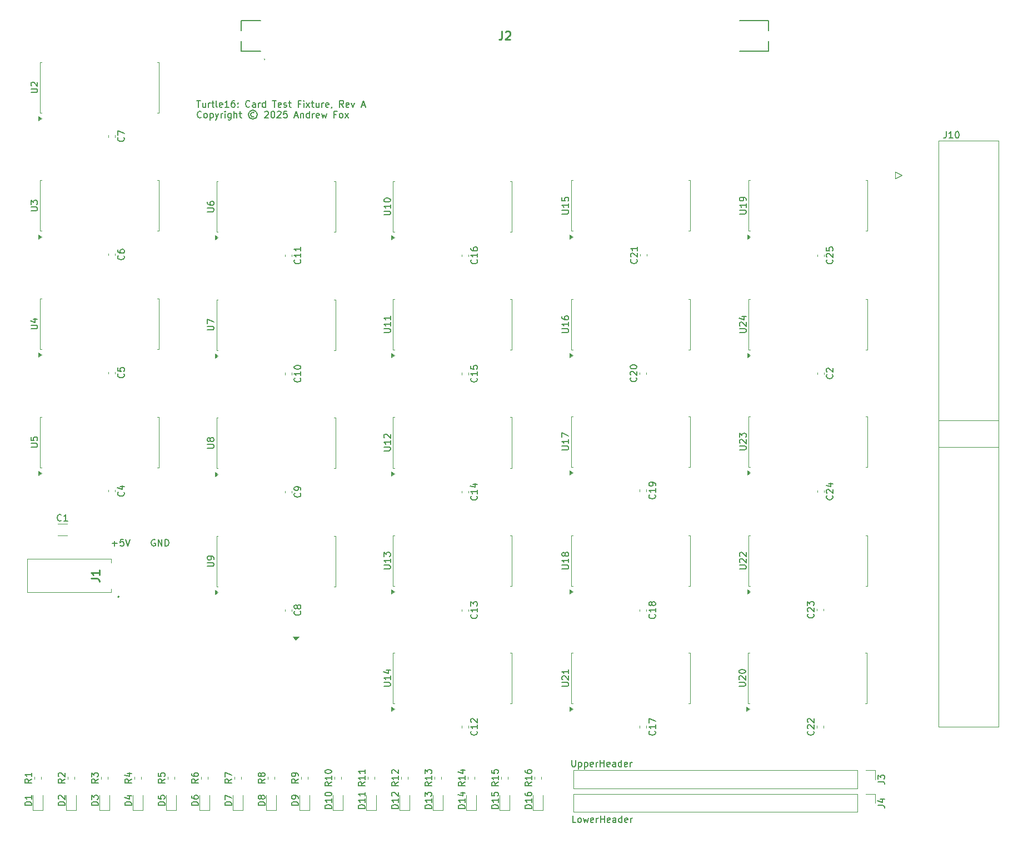
<source format=gbr>
G04 #@! TF.GenerationSoftware,KiCad,Pcbnew,9.0.3*
G04 #@! TF.CreationDate,2025-08-01T19:28:12-07:00*
G04 #@! TF.ProjectId,CardTestFixture,43617264-5465-4737-9446-697874757265,A*
G04 #@! TF.SameCoordinates,Original*
G04 #@! TF.FileFunction,Legend,Top*
G04 #@! TF.FilePolarity,Positive*
%FSLAX46Y46*%
G04 Gerber Fmt 4.6, Leading zero omitted, Abs format (unit mm)*
G04 Created by KiCad (PCBNEW 9.0.3) date 2025-08-01 19:28:12*
%MOMM*%
%LPD*%
G01*
G04 APERTURE LIST*
%ADD10C,0.150000*%
%ADD11C,0.254000*%
%ADD12C,0.120000*%
%ADD13C,0.200000*%
%ADD14C,0.100000*%
G04 APERTURE END LIST*
D10*
X100860588Y-114902438D02*
X100765350Y-114854819D01*
X100765350Y-114854819D02*
X100622493Y-114854819D01*
X100622493Y-114854819D02*
X100479636Y-114902438D01*
X100479636Y-114902438D02*
X100384398Y-114997676D01*
X100384398Y-114997676D02*
X100336779Y-115092914D01*
X100336779Y-115092914D02*
X100289160Y-115283390D01*
X100289160Y-115283390D02*
X100289160Y-115426247D01*
X100289160Y-115426247D02*
X100336779Y-115616723D01*
X100336779Y-115616723D02*
X100384398Y-115711961D01*
X100384398Y-115711961D02*
X100479636Y-115807200D01*
X100479636Y-115807200D02*
X100622493Y-115854819D01*
X100622493Y-115854819D02*
X100717731Y-115854819D01*
X100717731Y-115854819D02*
X100860588Y-115807200D01*
X100860588Y-115807200D02*
X100908207Y-115759580D01*
X100908207Y-115759580D02*
X100908207Y-115426247D01*
X100908207Y-115426247D02*
X100717731Y-115426247D01*
X101336779Y-115854819D02*
X101336779Y-114854819D01*
X101336779Y-114854819D02*
X101908207Y-115854819D01*
X101908207Y-115854819D02*
X101908207Y-114854819D01*
X102384398Y-115854819D02*
X102384398Y-114854819D01*
X102384398Y-114854819D02*
X102622493Y-114854819D01*
X102622493Y-114854819D02*
X102765350Y-114902438D01*
X102765350Y-114902438D02*
X102860588Y-114997676D01*
X102860588Y-114997676D02*
X102908207Y-115092914D01*
X102908207Y-115092914D02*
X102955826Y-115283390D01*
X102955826Y-115283390D02*
X102955826Y-115426247D01*
X102955826Y-115426247D02*
X102908207Y-115616723D01*
X102908207Y-115616723D02*
X102860588Y-115711961D01*
X102860588Y-115711961D02*
X102765350Y-115807200D01*
X102765350Y-115807200D02*
X102622493Y-115854819D01*
X102622493Y-115854819D02*
X102384398Y-115854819D01*
X107193922Y-48049847D02*
X107765350Y-48049847D01*
X107479636Y-49049847D02*
X107479636Y-48049847D01*
X108527255Y-48383180D02*
X108527255Y-49049847D01*
X108098684Y-48383180D02*
X108098684Y-48906989D01*
X108098684Y-48906989D02*
X108146303Y-49002228D01*
X108146303Y-49002228D02*
X108241541Y-49049847D01*
X108241541Y-49049847D02*
X108384398Y-49049847D01*
X108384398Y-49049847D02*
X108479636Y-49002228D01*
X108479636Y-49002228D02*
X108527255Y-48954608D01*
X109003446Y-49049847D02*
X109003446Y-48383180D01*
X109003446Y-48573656D02*
X109051065Y-48478418D01*
X109051065Y-48478418D02*
X109098684Y-48430799D01*
X109098684Y-48430799D02*
X109193922Y-48383180D01*
X109193922Y-48383180D02*
X109289160Y-48383180D01*
X109479637Y-48383180D02*
X109860589Y-48383180D01*
X109622494Y-48049847D02*
X109622494Y-48906989D01*
X109622494Y-48906989D02*
X109670113Y-49002228D01*
X109670113Y-49002228D02*
X109765351Y-49049847D01*
X109765351Y-49049847D02*
X109860589Y-49049847D01*
X110336780Y-49049847D02*
X110241542Y-49002228D01*
X110241542Y-49002228D02*
X110193923Y-48906989D01*
X110193923Y-48906989D02*
X110193923Y-48049847D01*
X111098685Y-49002228D02*
X111003447Y-49049847D01*
X111003447Y-49049847D02*
X110812971Y-49049847D01*
X110812971Y-49049847D02*
X110717733Y-49002228D01*
X110717733Y-49002228D02*
X110670114Y-48906989D01*
X110670114Y-48906989D02*
X110670114Y-48526037D01*
X110670114Y-48526037D02*
X110717733Y-48430799D01*
X110717733Y-48430799D02*
X110812971Y-48383180D01*
X110812971Y-48383180D02*
X111003447Y-48383180D01*
X111003447Y-48383180D02*
X111098685Y-48430799D01*
X111098685Y-48430799D02*
X111146304Y-48526037D01*
X111146304Y-48526037D02*
X111146304Y-48621275D01*
X111146304Y-48621275D02*
X110670114Y-48716513D01*
X112098685Y-49049847D02*
X111527257Y-49049847D01*
X111812971Y-49049847D02*
X111812971Y-48049847D01*
X111812971Y-48049847D02*
X111717733Y-48192704D01*
X111717733Y-48192704D02*
X111622495Y-48287942D01*
X111622495Y-48287942D02*
X111527257Y-48335561D01*
X112955828Y-48049847D02*
X112765352Y-48049847D01*
X112765352Y-48049847D02*
X112670114Y-48097466D01*
X112670114Y-48097466D02*
X112622495Y-48145085D01*
X112622495Y-48145085D02*
X112527257Y-48287942D01*
X112527257Y-48287942D02*
X112479638Y-48478418D01*
X112479638Y-48478418D02*
X112479638Y-48859370D01*
X112479638Y-48859370D02*
X112527257Y-48954608D01*
X112527257Y-48954608D02*
X112574876Y-49002228D01*
X112574876Y-49002228D02*
X112670114Y-49049847D01*
X112670114Y-49049847D02*
X112860590Y-49049847D01*
X112860590Y-49049847D02*
X112955828Y-49002228D01*
X112955828Y-49002228D02*
X113003447Y-48954608D01*
X113003447Y-48954608D02*
X113051066Y-48859370D01*
X113051066Y-48859370D02*
X113051066Y-48621275D01*
X113051066Y-48621275D02*
X113003447Y-48526037D01*
X113003447Y-48526037D02*
X112955828Y-48478418D01*
X112955828Y-48478418D02*
X112860590Y-48430799D01*
X112860590Y-48430799D02*
X112670114Y-48430799D01*
X112670114Y-48430799D02*
X112574876Y-48478418D01*
X112574876Y-48478418D02*
X112527257Y-48526037D01*
X112527257Y-48526037D02*
X112479638Y-48621275D01*
X113479638Y-48954608D02*
X113527257Y-49002228D01*
X113527257Y-49002228D02*
X113479638Y-49049847D01*
X113479638Y-49049847D02*
X113432019Y-49002228D01*
X113432019Y-49002228D02*
X113479638Y-48954608D01*
X113479638Y-48954608D02*
X113479638Y-49049847D01*
X113479638Y-48430799D02*
X113527257Y-48478418D01*
X113527257Y-48478418D02*
X113479638Y-48526037D01*
X113479638Y-48526037D02*
X113432019Y-48478418D01*
X113432019Y-48478418D02*
X113479638Y-48430799D01*
X113479638Y-48430799D02*
X113479638Y-48526037D01*
X115289161Y-48954608D02*
X115241542Y-49002228D01*
X115241542Y-49002228D02*
X115098685Y-49049847D01*
X115098685Y-49049847D02*
X115003447Y-49049847D01*
X115003447Y-49049847D02*
X114860590Y-49002228D01*
X114860590Y-49002228D02*
X114765352Y-48906989D01*
X114765352Y-48906989D02*
X114717733Y-48811751D01*
X114717733Y-48811751D02*
X114670114Y-48621275D01*
X114670114Y-48621275D02*
X114670114Y-48478418D01*
X114670114Y-48478418D02*
X114717733Y-48287942D01*
X114717733Y-48287942D02*
X114765352Y-48192704D01*
X114765352Y-48192704D02*
X114860590Y-48097466D01*
X114860590Y-48097466D02*
X115003447Y-48049847D01*
X115003447Y-48049847D02*
X115098685Y-48049847D01*
X115098685Y-48049847D02*
X115241542Y-48097466D01*
X115241542Y-48097466D02*
X115289161Y-48145085D01*
X116146304Y-49049847D02*
X116146304Y-48526037D01*
X116146304Y-48526037D02*
X116098685Y-48430799D01*
X116098685Y-48430799D02*
X116003447Y-48383180D01*
X116003447Y-48383180D02*
X115812971Y-48383180D01*
X115812971Y-48383180D02*
X115717733Y-48430799D01*
X116146304Y-49002228D02*
X116051066Y-49049847D01*
X116051066Y-49049847D02*
X115812971Y-49049847D01*
X115812971Y-49049847D02*
X115717733Y-49002228D01*
X115717733Y-49002228D02*
X115670114Y-48906989D01*
X115670114Y-48906989D02*
X115670114Y-48811751D01*
X115670114Y-48811751D02*
X115717733Y-48716513D01*
X115717733Y-48716513D02*
X115812971Y-48668894D01*
X115812971Y-48668894D02*
X116051066Y-48668894D01*
X116051066Y-48668894D02*
X116146304Y-48621275D01*
X116622495Y-49049847D02*
X116622495Y-48383180D01*
X116622495Y-48573656D02*
X116670114Y-48478418D01*
X116670114Y-48478418D02*
X116717733Y-48430799D01*
X116717733Y-48430799D02*
X116812971Y-48383180D01*
X116812971Y-48383180D02*
X116908209Y-48383180D01*
X117670114Y-49049847D02*
X117670114Y-48049847D01*
X117670114Y-49002228D02*
X117574876Y-49049847D01*
X117574876Y-49049847D02*
X117384400Y-49049847D01*
X117384400Y-49049847D02*
X117289162Y-49002228D01*
X117289162Y-49002228D02*
X117241543Y-48954608D01*
X117241543Y-48954608D02*
X117193924Y-48859370D01*
X117193924Y-48859370D02*
X117193924Y-48573656D01*
X117193924Y-48573656D02*
X117241543Y-48478418D01*
X117241543Y-48478418D02*
X117289162Y-48430799D01*
X117289162Y-48430799D02*
X117384400Y-48383180D01*
X117384400Y-48383180D02*
X117574876Y-48383180D01*
X117574876Y-48383180D02*
X117670114Y-48430799D01*
X118765353Y-48049847D02*
X119336781Y-48049847D01*
X119051067Y-49049847D02*
X119051067Y-48049847D01*
X120051067Y-49002228D02*
X119955829Y-49049847D01*
X119955829Y-49049847D02*
X119765353Y-49049847D01*
X119765353Y-49049847D02*
X119670115Y-49002228D01*
X119670115Y-49002228D02*
X119622496Y-48906989D01*
X119622496Y-48906989D02*
X119622496Y-48526037D01*
X119622496Y-48526037D02*
X119670115Y-48430799D01*
X119670115Y-48430799D02*
X119765353Y-48383180D01*
X119765353Y-48383180D02*
X119955829Y-48383180D01*
X119955829Y-48383180D02*
X120051067Y-48430799D01*
X120051067Y-48430799D02*
X120098686Y-48526037D01*
X120098686Y-48526037D02*
X120098686Y-48621275D01*
X120098686Y-48621275D02*
X119622496Y-48716513D01*
X120479639Y-49002228D02*
X120574877Y-49049847D01*
X120574877Y-49049847D02*
X120765353Y-49049847D01*
X120765353Y-49049847D02*
X120860591Y-49002228D01*
X120860591Y-49002228D02*
X120908210Y-48906989D01*
X120908210Y-48906989D02*
X120908210Y-48859370D01*
X120908210Y-48859370D02*
X120860591Y-48764132D01*
X120860591Y-48764132D02*
X120765353Y-48716513D01*
X120765353Y-48716513D02*
X120622496Y-48716513D01*
X120622496Y-48716513D02*
X120527258Y-48668894D01*
X120527258Y-48668894D02*
X120479639Y-48573656D01*
X120479639Y-48573656D02*
X120479639Y-48526037D01*
X120479639Y-48526037D02*
X120527258Y-48430799D01*
X120527258Y-48430799D02*
X120622496Y-48383180D01*
X120622496Y-48383180D02*
X120765353Y-48383180D01*
X120765353Y-48383180D02*
X120860591Y-48430799D01*
X121193925Y-48383180D02*
X121574877Y-48383180D01*
X121336782Y-48049847D02*
X121336782Y-48906989D01*
X121336782Y-48906989D02*
X121384401Y-49002228D01*
X121384401Y-49002228D02*
X121479639Y-49049847D01*
X121479639Y-49049847D02*
X121574877Y-49049847D01*
X123003449Y-48526037D02*
X122670116Y-48526037D01*
X122670116Y-49049847D02*
X122670116Y-48049847D01*
X122670116Y-48049847D02*
X123146306Y-48049847D01*
X123527259Y-49049847D02*
X123527259Y-48383180D01*
X123527259Y-48049847D02*
X123479640Y-48097466D01*
X123479640Y-48097466D02*
X123527259Y-48145085D01*
X123527259Y-48145085D02*
X123574878Y-48097466D01*
X123574878Y-48097466D02*
X123527259Y-48049847D01*
X123527259Y-48049847D02*
X123527259Y-48145085D01*
X123908211Y-49049847D02*
X124432020Y-48383180D01*
X123908211Y-48383180D02*
X124432020Y-49049847D01*
X124670116Y-48383180D02*
X125051068Y-48383180D01*
X124812973Y-48049847D02*
X124812973Y-48906989D01*
X124812973Y-48906989D02*
X124860592Y-49002228D01*
X124860592Y-49002228D02*
X124955830Y-49049847D01*
X124955830Y-49049847D02*
X125051068Y-49049847D01*
X125812973Y-48383180D02*
X125812973Y-49049847D01*
X125384402Y-48383180D02*
X125384402Y-48906989D01*
X125384402Y-48906989D02*
X125432021Y-49002228D01*
X125432021Y-49002228D02*
X125527259Y-49049847D01*
X125527259Y-49049847D02*
X125670116Y-49049847D01*
X125670116Y-49049847D02*
X125765354Y-49002228D01*
X125765354Y-49002228D02*
X125812973Y-48954608D01*
X126289164Y-49049847D02*
X126289164Y-48383180D01*
X126289164Y-48573656D02*
X126336783Y-48478418D01*
X126336783Y-48478418D02*
X126384402Y-48430799D01*
X126384402Y-48430799D02*
X126479640Y-48383180D01*
X126479640Y-48383180D02*
X126574878Y-48383180D01*
X127289164Y-49002228D02*
X127193926Y-49049847D01*
X127193926Y-49049847D02*
X127003450Y-49049847D01*
X127003450Y-49049847D02*
X126908212Y-49002228D01*
X126908212Y-49002228D02*
X126860593Y-48906989D01*
X126860593Y-48906989D02*
X126860593Y-48526037D01*
X126860593Y-48526037D02*
X126908212Y-48430799D01*
X126908212Y-48430799D02*
X127003450Y-48383180D01*
X127003450Y-48383180D02*
X127193926Y-48383180D01*
X127193926Y-48383180D02*
X127289164Y-48430799D01*
X127289164Y-48430799D02*
X127336783Y-48526037D01*
X127336783Y-48526037D02*
X127336783Y-48621275D01*
X127336783Y-48621275D02*
X126860593Y-48716513D01*
X127812974Y-49002228D02*
X127812974Y-49049847D01*
X127812974Y-49049847D02*
X127765355Y-49145085D01*
X127765355Y-49145085D02*
X127717736Y-49192704D01*
X129574878Y-49049847D02*
X129241545Y-48573656D01*
X129003450Y-49049847D02*
X129003450Y-48049847D01*
X129003450Y-48049847D02*
X129384402Y-48049847D01*
X129384402Y-48049847D02*
X129479640Y-48097466D01*
X129479640Y-48097466D02*
X129527259Y-48145085D01*
X129527259Y-48145085D02*
X129574878Y-48240323D01*
X129574878Y-48240323D02*
X129574878Y-48383180D01*
X129574878Y-48383180D02*
X129527259Y-48478418D01*
X129527259Y-48478418D02*
X129479640Y-48526037D01*
X129479640Y-48526037D02*
X129384402Y-48573656D01*
X129384402Y-48573656D02*
X129003450Y-48573656D01*
X130384402Y-49002228D02*
X130289164Y-49049847D01*
X130289164Y-49049847D02*
X130098688Y-49049847D01*
X130098688Y-49049847D02*
X130003450Y-49002228D01*
X130003450Y-49002228D02*
X129955831Y-48906989D01*
X129955831Y-48906989D02*
X129955831Y-48526037D01*
X129955831Y-48526037D02*
X130003450Y-48430799D01*
X130003450Y-48430799D02*
X130098688Y-48383180D01*
X130098688Y-48383180D02*
X130289164Y-48383180D01*
X130289164Y-48383180D02*
X130384402Y-48430799D01*
X130384402Y-48430799D02*
X130432021Y-48526037D01*
X130432021Y-48526037D02*
X130432021Y-48621275D01*
X130432021Y-48621275D02*
X129955831Y-48716513D01*
X130765355Y-48383180D02*
X131003450Y-49049847D01*
X131003450Y-49049847D02*
X131241545Y-48383180D01*
X132336784Y-48764132D02*
X132812974Y-48764132D01*
X132241546Y-49049847D02*
X132574879Y-48049847D01*
X132574879Y-48049847D02*
X132908212Y-49049847D01*
X107908207Y-50564552D02*
X107860588Y-50612172D01*
X107860588Y-50612172D02*
X107717731Y-50659791D01*
X107717731Y-50659791D02*
X107622493Y-50659791D01*
X107622493Y-50659791D02*
X107479636Y-50612172D01*
X107479636Y-50612172D02*
X107384398Y-50516933D01*
X107384398Y-50516933D02*
X107336779Y-50421695D01*
X107336779Y-50421695D02*
X107289160Y-50231219D01*
X107289160Y-50231219D02*
X107289160Y-50088362D01*
X107289160Y-50088362D02*
X107336779Y-49897886D01*
X107336779Y-49897886D02*
X107384398Y-49802648D01*
X107384398Y-49802648D02*
X107479636Y-49707410D01*
X107479636Y-49707410D02*
X107622493Y-49659791D01*
X107622493Y-49659791D02*
X107717731Y-49659791D01*
X107717731Y-49659791D02*
X107860588Y-49707410D01*
X107860588Y-49707410D02*
X107908207Y-49755029D01*
X108479636Y-50659791D02*
X108384398Y-50612172D01*
X108384398Y-50612172D02*
X108336779Y-50564552D01*
X108336779Y-50564552D02*
X108289160Y-50469314D01*
X108289160Y-50469314D02*
X108289160Y-50183600D01*
X108289160Y-50183600D02*
X108336779Y-50088362D01*
X108336779Y-50088362D02*
X108384398Y-50040743D01*
X108384398Y-50040743D02*
X108479636Y-49993124D01*
X108479636Y-49993124D02*
X108622493Y-49993124D01*
X108622493Y-49993124D02*
X108717731Y-50040743D01*
X108717731Y-50040743D02*
X108765350Y-50088362D01*
X108765350Y-50088362D02*
X108812969Y-50183600D01*
X108812969Y-50183600D02*
X108812969Y-50469314D01*
X108812969Y-50469314D02*
X108765350Y-50564552D01*
X108765350Y-50564552D02*
X108717731Y-50612172D01*
X108717731Y-50612172D02*
X108622493Y-50659791D01*
X108622493Y-50659791D02*
X108479636Y-50659791D01*
X109241541Y-49993124D02*
X109241541Y-50993124D01*
X109241541Y-50040743D02*
X109336779Y-49993124D01*
X109336779Y-49993124D02*
X109527255Y-49993124D01*
X109527255Y-49993124D02*
X109622493Y-50040743D01*
X109622493Y-50040743D02*
X109670112Y-50088362D01*
X109670112Y-50088362D02*
X109717731Y-50183600D01*
X109717731Y-50183600D02*
X109717731Y-50469314D01*
X109717731Y-50469314D02*
X109670112Y-50564552D01*
X109670112Y-50564552D02*
X109622493Y-50612172D01*
X109622493Y-50612172D02*
X109527255Y-50659791D01*
X109527255Y-50659791D02*
X109336779Y-50659791D01*
X109336779Y-50659791D02*
X109241541Y-50612172D01*
X110051065Y-49993124D02*
X110289160Y-50659791D01*
X110527255Y-49993124D02*
X110289160Y-50659791D01*
X110289160Y-50659791D02*
X110193922Y-50897886D01*
X110193922Y-50897886D02*
X110146303Y-50945505D01*
X110146303Y-50945505D02*
X110051065Y-50993124D01*
X110908208Y-50659791D02*
X110908208Y-49993124D01*
X110908208Y-50183600D02*
X110955827Y-50088362D01*
X110955827Y-50088362D02*
X111003446Y-50040743D01*
X111003446Y-50040743D02*
X111098684Y-49993124D01*
X111098684Y-49993124D02*
X111193922Y-49993124D01*
X111527256Y-50659791D02*
X111527256Y-49993124D01*
X111527256Y-49659791D02*
X111479637Y-49707410D01*
X111479637Y-49707410D02*
X111527256Y-49755029D01*
X111527256Y-49755029D02*
X111574875Y-49707410D01*
X111574875Y-49707410D02*
X111527256Y-49659791D01*
X111527256Y-49659791D02*
X111527256Y-49755029D01*
X112432017Y-49993124D02*
X112432017Y-50802648D01*
X112432017Y-50802648D02*
X112384398Y-50897886D01*
X112384398Y-50897886D02*
X112336779Y-50945505D01*
X112336779Y-50945505D02*
X112241541Y-50993124D01*
X112241541Y-50993124D02*
X112098684Y-50993124D01*
X112098684Y-50993124D02*
X112003446Y-50945505D01*
X112432017Y-50612172D02*
X112336779Y-50659791D01*
X112336779Y-50659791D02*
X112146303Y-50659791D01*
X112146303Y-50659791D02*
X112051065Y-50612172D01*
X112051065Y-50612172D02*
X112003446Y-50564552D01*
X112003446Y-50564552D02*
X111955827Y-50469314D01*
X111955827Y-50469314D02*
X111955827Y-50183600D01*
X111955827Y-50183600D02*
X112003446Y-50088362D01*
X112003446Y-50088362D02*
X112051065Y-50040743D01*
X112051065Y-50040743D02*
X112146303Y-49993124D01*
X112146303Y-49993124D02*
X112336779Y-49993124D01*
X112336779Y-49993124D02*
X112432017Y-50040743D01*
X112908208Y-50659791D02*
X112908208Y-49659791D01*
X113336779Y-50659791D02*
X113336779Y-50135981D01*
X113336779Y-50135981D02*
X113289160Y-50040743D01*
X113289160Y-50040743D02*
X113193922Y-49993124D01*
X113193922Y-49993124D02*
X113051065Y-49993124D01*
X113051065Y-49993124D02*
X112955827Y-50040743D01*
X112955827Y-50040743D02*
X112908208Y-50088362D01*
X113670113Y-49993124D02*
X114051065Y-49993124D01*
X113812970Y-49659791D02*
X113812970Y-50516933D01*
X113812970Y-50516933D02*
X113860589Y-50612172D01*
X113860589Y-50612172D02*
X113955827Y-50659791D01*
X113955827Y-50659791D02*
X114051065Y-50659791D01*
X115955828Y-49897886D02*
X115860589Y-49850267D01*
X115860589Y-49850267D02*
X115670113Y-49850267D01*
X115670113Y-49850267D02*
X115574875Y-49897886D01*
X115574875Y-49897886D02*
X115479637Y-49993124D01*
X115479637Y-49993124D02*
X115432018Y-50088362D01*
X115432018Y-50088362D02*
X115432018Y-50278838D01*
X115432018Y-50278838D02*
X115479637Y-50374076D01*
X115479637Y-50374076D02*
X115574875Y-50469314D01*
X115574875Y-50469314D02*
X115670113Y-50516933D01*
X115670113Y-50516933D02*
X115860589Y-50516933D01*
X115860589Y-50516933D02*
X115955828Y-50469314D01*
X115765351Y-49516933D02*
X115527256Y-49564552D01*
X115527256Y-49564552D02*
X115289161Y-49707410D01*
X115289161Y-49707410D02*
X115146304Y-49945505D01*
X115146304Y-49945505D02*
X115098685Y-50183600D01*
X115098685Y-50183600D02*
X115146304Y-50421695D01*
X115146304Y-50421695D02*
X115289161Y-50659791D01*
X115289161Y-50659791D02*
X115527256Y-50802648D01*
X115527256Y-50802648D02*
X115765351Y-50850267D01*
X115765351Y-50850267D02*
X116003447Y-50802648D01*
X116003447Y-50802648D02*
X116241542Y-50659791D01*
X116241542Y-50659791D02*
X116384399Y-50421695D01*
X116384399Y-50421695D02*
X116432018Y-50183600D01*
X116432018Y-50183600D02*
X116384399Y-49945505D01*
X116384399Y-49945505D02*
X116241542Y-49707410D01*
X116241542Y-49707410D02*
X116003447Y-49564552D01*
X116003447Y-49564552D02*
X115765351Y-49516933D01*
X117574876Y-49755029D02*
X117622495Y-49707410D01*
X117622495Y-49707410D02*
X117717733Y-49659791D01*
X117717733Y-49659791D02*
X117955828Y-49659791D01*
X117955828Y-49659791D02*
X118051066Y-49707410D01*
X118051066Y-49707410D02*
X118098685Y-49755029D01*
X118098685Y-49755029D02*
X118146304Y-49850267D01*
X118146304Y-49850267D02*
X118146304Y-49945505D01*
X118146304Y-49945505D02*
X118098685Y-50088362D01*
X118098685Y-50088362D02*
X117527257Y-50659791D01*
X117527257Y-50659791D02*
X118146304Y-50659791D01*
X118765352Y-49659791D02*
X118860590Y-49659791D01*
X118860590Y-49659791D02*
X118955828Y-49707410D01*
X118955828Y-49707410D02*
X119003447Y-49755029D01*
X119003447Y-49755029D02*
X119051066Y-49850267D01*
X119051066Y-49850267D02*
X119098685Y-50040743D01*
X119098685Y-50040743D02*
X119098685Y-50278838D01*
X119098685Y-50278838D02*
X119051066Y-50469314D01*
X119051066Y-50469314D02*
X119003447Y-50564552D01*
X119003447Y-50564552D02*
X118955828Y-50612172D01*
X118955828Y-50612172D02*
X118860590Y-50659791D01*
X118860590Y-50659791D02*
X118765352Y-50659791D01*
X118765352Y-50659791D02*
X118670114Y-50612172D01*
X118670114Y-50612172D02*
X118622495Y-50564552D01*
X118622495Y-50564552D02*
X118574876Y-50469314D01*
X118574876Y-50469314D02*
X118527257Y-50278838D01*
X118527257Y-50278838D02*
X118527257Y-50040743D01*
X118527257Y-50040743D02*
X118574876Y-49850267D01*
X118574876Y-49850267D02*
X118622495Y-49755029D01*
X118622495Y-49755029D02*
X118670114Y-49707410D01*
X118670114Y-49707410D02*
X118765352Y-49659791D01*
X119479638Y-49755029D02*
X119527257Y-49707410D01*
X119527257Y-49707410D02*
X119622495Y-49659791D01*
X119622495Y-49659791D02*
X119860590Y-49659791D01*
X119860590Y-49659791D02*
X119955828Y-49707410D01*
X119955828Y-49707410D02*
X120003447Y-49755029D01*
X120003447Y-49755029D02*
X120051066Y-49850267D01*
X120051066Y-49850267D02*
X120051066Y-49945505D01*
X120051066Y-49945505D02*
X120003447Y-50088362D01*
X120003447Y-50088362D02*
X119432019Y-50659791D01*
X119432019Y-50659791D02*
X120051066Y-50659791D01*
X120955828Y-49659791D02*
X120479638Y-49659791D01*
X120479638Y-49659791D02*
X120432019Y-50135981D01*
X120432019Y-50135981D02*
X120479638Y-50088362D01*
X120479638Y-50088362D02*
X120574876Y-50040743D01*
X120574876Y-50040743D02*
X120812971Y-50040743D01*
X120812971Y-50040743D02*
X120908209Y-50088362D01*
X120908209Y-50088362D02*
X120955828Y-50135981D01*
X120955828Y-50135981D02*
X121003447Y-50231219D01*
X121003447Y-50231219D02*
X121003447Y-50469314D01*
X121003447Y-50469314D02*
X120955828Y-50564552D01*
X120955828Y-50564552D02*
X120908209Y-50612172D01*
X120908209Y-50612172D02*
X120812971Y-50659791D01*
X120812971Y-50659791D02*
X120574876Y-50659791D01*
X120574876Y-50659791D02*
X120479638Y-50612172D01*
X120479638Y-50612172D02*
X120432019Y-50564552D01*
X122146305Y-50374076D02*
X122622495Y-50374076D01*
X122051067Y-50659791D02*
X122384400Y-49659791D01*
X122384400Y-49659791D02*
X122717733Y-50659791D01*
X123051067Y-49993124D02*
X123051067Y-50659791D01*
X123051067Y-50088362D02*
X123098686Y-50040743D01*
X123098686Y-50040743D02*
X123193924Y-49993124D01*
X123193924Y-49993124D02*
X123336781Y-49993124D01*
X123336781Y-49993124D02*
X123432019Y-50040743D01*
X123432019Y-50040743D02*
X123479638Y-50135981D01*
X123479638Y-50135981D02*
X123479638Y-50659791D01*
X124384400Y-50659791D02*
X124384400Y-49659791D01*
X124384400Y-50612172D02*
X124289162Y-50659791D01*
X124289162Y-50659791D02*
X124098686Y-50659791D01*
X124098686Y-50659791D02*
X124003448Y-50612172D01*
X124003448Y-50612172D02*
X123955829Y-50564552D01*
X123955829Y-50564552D02*
X123908210Y-50469314D01*
X123908210Y-50469314D02*
X123908210Y-50183600D01*
X123908210Y-50183600D02*
X123955829Y-50088362D01*
X123955829Y-50088362D02*
X124003448Y-50040743D01*
X124003448Y-50040743D02*
X124098686Y-49993124D01*
X124098686Y-49993124D02*
X124289162Y-49993124D01*
X124289162Y-49993124D02*
X124384400Y-50040743D01*
X124860591Y-50659791D02*
X124860591Y-49993124D01*
X124860591Y-50183600D02*
X124908210Y-50088362D01*
X124908210Y-50088362D02*
X124955829Y-50040743D01*
X124955829Y-50040743D02*
X125051067Y-49993124D01*
X125051067Y-49993124D02*
X125146305Y-49993124D01*
X125860591Y-50612172D02*
X125765353Y-50659791D01*
X125765353Y-50659791D02*
X125574877Y-50659791D01*
X125574877Y-50659791D02*
X125479639Y-50612172D01*
X125479639Y-50612172D02*
X125432020Y-50516933D01*
X125432020Y-50516933D02*
X125432020Y-50135981D01*
X125432020Y-50135981D02*
X125479639Y-50040743D01*
X125479639Y-50040743D02*
X125574877Y-49993124D01*
X125574877Y-49993124D02*
X125765353Y-49993124D01*
X125765353Y-49993124D02*
X125860591Y-50040743D01*
X125860591Y-50040743D02*
X125908210Y-50135981D01*
X125908210Y-50135981D02*
X125908210Y-50231219D01*
X125908210Y-50231219D02*
X125432020Y-50326457D01*
X126241544Y-49993124D02*
X126432020Y-50659791D01*
X126432020Y-50659791D02*
X126622496Y-50183600D01*
X126622496Y-50183600D02*
X126812972Y-50659791D01*
X126812972Y-50659791D02*
X127003448Y-49993124D01*
X128479639Y-50135981D02*
X128146306Y-50135981D01*
X128146306Y-50659791D02*
X128146306Y-49659791D01*
X128146306Y-49659791D02*
X128622496Y-49659791D01*
X129146306Y-50659791D02*
X129051068Y-50612172D01*
X129051068Y-50612172D02*
X129003449Y-50564552D01*
X129003449Y-50564552D02*
X128955830Y-50469314D01*
X128955830Y-50469314D02*
X128955830Y-50183600D01*
X128955830Y-50183600D02*
X129003449Y-50088362D01*
X129003449Y-50088362D02*
X129051068Y-50040743D01*
X129051068Y-50040743D02*
X129146306Y-49993124D01*
X129146306Y-49993124D02*
X129289163Y-49993124D01*
X129289163Y-49993124D02*
X129384401Y-50040743D01*
X129384401Y-50040743D02*
X129432020Y-50088362D01*
X129432020Y-50088362D02*
X129479639Y-50183600D01*
X129479639Y-50183600D02*
X129479639Y-50469314D01*
X129479639Y-50469314D02*
X129432020Y-50564552D01*
X129432020Y-50564552D02*
X129384401Y-50612172D01*
X129384401Y-50612172D02*
X129289163Y-50659791D01*
X129289163Y-50659791D02*
X129146306Y-50659791D01*
X129812973Y-50659791D02*
X130336782Y-49993124D01*
X129812973Y-49993124D02*
X130336782Y-50659791D01*
X94336779Y-115473866D02*
X95098684Y-115473866D01*
X94717731Y-115854819D02*
X94717731Y-115092914D01*
X96051064Y-114854819D02*
X95574874Y-114854819D01*
X95574874Y-114854819D02*
X95527255Y-115331009D01*
X95527255Y-115331009D02*
X95574874Y-115283390D01*
X95574874Y-115283390D02*
X95670112Y-115235771D01*
X95670112Y-115235771D02*
X95908207Y-115235771D01*
X95908207Y-115235771D02*
X96003445Y-115283390D01*
X96003445Y-115283390D02*
X96051064Y-115331009D01*
X96051064Y-115331009D02*
X96098683Y-115426247D01*
X96098683Y-115426247D02*
X96098683Y-115664342D01*
X96098683Y-115664342D02*
X96051064Y-115759580D01*
X96051064Y-115759580D02*
X96003445Y-115807200D01*
X96003445Y-115807200D02*
X95908207Y-115854819D01*
X95908207Y-115854819D02*
X95670112Y-115854819D01*
X95670112Y-115854819D02*
X95574874Y-115807200D01*
X95574874Y-115807200D02*
X95527255Y-115759580D01*
X96384398Y-114854819D02*
X96717731Y-115854819D01*
X96717731Y-115854819D02*
X97051064Y-114854819D01*
X87104819Y-151334166D02*
X86628628Y-151667499D01*
X87104819Y-151905594D02*
X86104819Y-151905594D01*
X86104819Y-151905594D02*
X86104819Y-151524642D01*
X86104819Y-151524642D02*
X86152438Y-151429404D01*
X86152438Y-151429404D02*
X86200057Y-151381785D01*
X86200057Y-151381785D02*
X86295295Y-151334166D01*
X86295295Y-151334166D02*
X86438152Y-151334166D01*
X86438152Y-151334166D02*
X86533390Y-151381785D01*
X86533390Y-151381785D02*
X86581009Y-151429404D01*
X86581009Y-151429404D02*
X86628628Y-151524642D01*
X86628628Y-151524642D02*
X86628628Y-151905594D01*
X86200057Y-150953213D02*
X86152438Y-150905594D01*
X86152438Y-150905594D02*
X86104819Y-150810356D01*
X86104819Y-150810356D02*
X86104819Y-150572261D01*
X86104819Y-150572261D02*
X86152438Y-150477023D01*
X86152438Y-150477023D02*
X86200057Y-150429404D01*
X86200057Y-150429404D02*
X86295295Y-150381785D01*
X86295295Y-150381785D02*
X86390533Y-150381785D01*
X86390533Y-150381785D02*
X86533390Y-150429404D01*
X86533390Y-150429404D02*
X87104819Y-151000832D01*
X87104819Y-151000832D02*
X87104819Y-150381785D01*
X189919819Y-65288094D02*
X190729342Y-65288094D01*
X190729342Y-65288094D02*
X190824580Y-65240475D01*
X190824580Y-65240475D02*
X190872200Y-65192856D01*
X190872200Y-65192856D02*
X190919819Y-65097618D01*
X190919819Y-65097618D02*
X190919819Y-64907142D01*
X190919819Y-64907142D02*
X190872200Y-64811904D01*
X190872200Y-64811904D02*
X190824580Y-64764285D01*
X190824580Y-64764285D02*
X190729342Y-64716666D01*
X190729342Y-64716666D02*
X189919819Y-64716666D01*
X190919819Y-63716666D02*
X190919819Y-64288094D01*
X190919819Y-64002380D02*
X189919819Y-64002380D01*
X189919819Y-64002380D02*
X190062676Y-64097618D01*
X190062676Y-64097618D02*
X190157914Y-64192856D01*
X190157914Y-64192856D02*
X190205533Y-64288094D01*
X190919819Y-63240475D02*
X190919819Y-63049999D01*
X190919819Y-63049999D02*
X190872200Y-62954761D01*
X190872200Y-62954761D02*
X190824580Y-62907142D01*
X190824580Y-62907142D02*
X190681723Y-62811904D01*
X190681723Y-62811904D02*
X190491247Y-62764285D01*
X190491247Y-62764285D02*
X190110295Y-62764285D01*
X190110295Y-62764285D02*
X190015057Y-62811904D01*
X190015057Y-62811904D02*
X189967438Y-62859523D01*
X189967438Y-62859523D02*
X189919819Y-62954761D01*
X189919819Y-62954761D02*
X189919819Y-63145237D01*
X189919819Y-63145237D02*
X189967438Y-63240475D01*
X189967438Y-63240475D02*
X190015057Y-63288094D01*
X190015057Y-63288094D02*
X190110295Y-63335713D01*
X190110295Y-63335713D02*
X190348390Y-63335713D01*
X190348390Y-63335713D02*
X190443628Y-63288094D01*
X190443628Y-63288094D02*
X190491247Y-63240475D01*
X190491247Y-63240475D02*
X190538866Y-63145237D01*
X190538866Y-63145237D02*
X190538866Y-62954761D01*
X190538866Y-62954761D02*
X190491247Y-62859523D01*
X190491247Y-62859523D02*
X190443628Y-62811904D01*
X190443628Y-62811904D02*
X190348390Y-62764285D01*
X177012380Y-108042857D02*
X177060000Y-108090476D01*
X177060000Y-108090476D02*
X177107619Y-108233333D01*
X177107619Y-108233333D02*
X177107619Y-108328571D01*
X177107619Y-108328571D02*
X177060000Y-108471428D01*
X177060000Y-108471428D02*
X176964761Y-108566666D01*
X176964761Y-108566666D02*
X176869523Y-108614285D01*
X176869523Y-108614285D02*
X176679047Y-108661904D01*
X176679047Y-108661904D02*
X176536190Y-108661904D01*
X176536190Y-108661904D02*
X176345714Y-108614285D01*
X176345714Y-108614285D02*
X176250476Y-108566666D01*
X176250476Y-108566666D02*
X176155238Y-108471428D01*
X176155238Y-108471428D02*
X176107619Y-108328571D01*
X176107619Y-108328571D02*
X176107619Y-108233333D01*
X176107619Y-108233333D02*
X176155238Y-108090476D01*
X176155238Y-108090476D02*
X176202857Y-108042857D01*
X177107619Y-107090476D02*
X177107619Y-107661904D01*
X177107619Y-107376190D02*
X176107619Y-107376190D01*
X176107619Y-107376190D02*
X176250476Y-107471428D01*
X176250476Y-107471428D02*
X176345714Y-107566666D01*
X176345714Y-107566666D02*
X176393333Y-107661904D01*
X177107619Y-106614285D02*
X177107619Y-106423809D01*
X177107619Y-106423809D02*
X177060000Y-106328571D01*
X177060000Y-106328571D02*
X177012380Y-106280952D01*
X177012380Y-106280952D02*
X176869523Y-106185714D01*
X176869523Y-106185714D02*
X176679047Y-106138095D01*
X176679047Y-106138095D02*
X176298095Y-106138095D01*
X176298095Y-106138095D02*
X176202857Y-106185714D01*
X176202857Y-106185714D02*
X176155238Y-106233333D01*
X176155238Y-106233333D02*
X176107619Y-106328571D01*
X176107619Y-106328571D02*
X176107619Y-106519047D01*
X176107619Y-106519047D02*
X176155238Y-106614285D01*
X176155238Y-106614285D02*
X176202857Y-106661904D01*
X176202857Y-106661904D02*
X176298095Y-106709523D01*
X176298095Y-106709523D02*
X176536190Y-106709523D01*
X176536190Y-106709523D02*
X176631428Y-106661904D01*
X176631428Y-106661904D02*
X176679047Y-106614285D01*
X176679047Y-106614285D02*
X176726666Y-106519047D01*
X176726666Y-106519047D02*
X176726666Y-106328571D01*
X176726666Y-106328571D02*
X176679047Y-106233333D01*
X176679047Y-106233333D02*
X176631428Y-106185714D01*
X176631428Y-106185714D02*
X176536190Y-106138095D01*
X189919819Y-101213094D02*
X190729342Y-101213094D01*
X190729342Y-101213094D02*
X190824580Y-101165475D01*
X190824580Y-101165475D02*
X190872200Y-101117856D01*
X190872200Y-101117856D02*
X190919819Y-101022618D01*
X190919819Y-101022618D02*
X190919819Y-100832142D01*
X190919819Y-100832142D02*
X190872200Y-100736904D01*
X190872200Y-100736904D02*
X190824580Y-100689285D01*
X190824580Y-100689285D02*
X190729342Y-100641666D01*
X190729342Y-100641666D02*
X189919819Y-100641666D01*
X190015057Y-100213094D02*
X189967438Y-100165475D01*
X189967438Y-100165475D02*
X189919819Y-100070237D01*
X189919819Y-100070237D02*
X189919819Y-99832142D01*
X189919819Y-99832142D02*
X189967438Y-99736904D01*
X189967438Y-99736904D02*
X190015057Y-99689285D01*
X190015057Y-99689285D02*
X190110295Y-99641666D01*
X190110295Y-99641666D02*
X190205533Y-99641666D01*
X190205533Y-99641666D02*
X190348390Y-99689285D01*
X190348390Y-99689285D02*
X190919819Y-100260713D01*
X190919819Y-100260713D02*
X190919819Y-99641666D01*
X189919819Y-99308332D02*
X189919819Y-98689285D01*
X189919819Y-98689285D02*
X190300771Y-99022618D01*
X190300771Y-99022618D02*
X190300771Y-98879761D01*
X190300771Y-98879761D02*
X190348390Y-98784523D01*
X190348390Y-98784523D02*
X190396009Y-98736904D01*
X190396009Y-98736904D02*
X190491247Y-98689285D01*
X190491247Y-98689285D02*
X190729342Y-98689285D01*
X190729342Y-98689285D02*
X190824580Y-98736904D01*
X190824580Y-98736904D02*
X190872200Y-98784523D01*
X190872200Y-98784523D02*
X190919819Y-98879761D01*
X190919819Y-98879761D02*
X190919819Y-99165475D01*
X190919819Y-99165475D02*
X190872200Y-99260713D01*
X190872200Y-99260713D02*
X190824580Y-99308332D01*
X102344819Y-151334166D02*
X101868628Y-151667499D01*
X102344819Y-151905594D02*
X101344819Y-151905594D01*
X101344819Y-151905594D02*
X101344819Y-151524642D01*
X101344819Y-151524642D02*
X101392438Y-151429404D01*
X101392438Y-151429404D02*
X101440057Y-151381785D01*
X101440057Y-151381785D02*
X101535295Y-151334166D01*
X101535295Y-151334166D02*
X101678152Y-151334166D01*
X101678152Y-151334166D02*
X101773390Y-151381785D01*
X101773390Y-151381785D02*
X101821009Y-151429404D01*
X101821009Y-151429404D02*
X101868628Y-151524642D01*
X101868628Y-151524642D02*
X101868628Y-151905594D01*
X101344819Y-150429404D02*
X101344819Y-150905594D01*
X101344819Y-150905594D02*
X101821009Y-150953213D01*
X101821009Y-150953213D02*
X101773390Y-150905594D01*
X101773390Y-150905594D02*
X101725771Y-150810356D01*
X101725771Y-150810356D02*
X101725771Y-150572261D01*
X101725771Y-150572261D02*
X101773390Y-150477023D01*
X101773390Y-150477023D02*
X101821009Y-150429404D01*
X101821009Y-150429404D02*
X101916247Y-150381785D01*
X101916247Y-150381785D02*
X102154342Y-150381785D01*
X102154342Y-150381785D02*
X102249580Y-150429404D01*
X102249580Y-150429404D02*
X102297200Y-150477023D01*
X102297200Y-150477023D02*
X102344819Y-150572261D01*
X102344819Y-150572261D02*
X102344819Y-150810356D01*
X102344819Y-150810356D02*
X102297200Y-150905594D01*
X102297200Y-150905594D02*
X102249580Y-150953213D01*
X102344819Y-155350594D02*
X101344819Y-155350594D01*
X101344819Y-155350594D02*
X101344819Y-155112499D01*
X101344819Y-155112499D02*
X101392438Y-154969642D01*
X101392438Y-154969642D02*
X101487676Y-154874404D01*
X101487676Y-154874404D02*
X101582914Y-154826785D01*
X101582914Y-154826785D02*
X101773390Y-154779166D01*
X101773390Y-154779166D02*
X101916247Y-154779166D01*
X101916247Y-154779166D02*
X102106723Y-154826785D01*
X102106723Y-154826785D02*
X102201961Y-154874404D01*
X102201961Y-154874404D02*
X102297200Y-154969642D01*
X102297200Y-154969642D02*
X102344819Y-155112499D01*
X102344819Y-155112499D02*
X102344819Y-155350594D01*
X101344819Y-153874404D02*
X101344819Y-154350594D01*
X101344819Y-154350594D02*
X101821009Y-154398213D01*
X101821009Y-154398213D02*
X101773390Y-154350594D01*
X101773390Y-154350594D02*
X101725771Y-154255356D01*
X101725771Y-154255356D02*
X101725771Y-154017261D01*
X101725771Y-154017261D02*
X101773390Y-153922023D01*
X101773390Y-153922023D02*
X101821009Y-153874404D01*
X101821009Y-153874404D02*
X101916247Y-153826785D01*
X101916247Y-153826785D02*
X102154342Y-153826785D01*
X102154342Y-153826785D02*
X102249580Y-153874404D01*
X102249580Y-153874404D02*
X102297200Y-153922023D01*
X102297200Y-153922023D02*
X102344819Y-154017261D01*
X102344819Y-154017261D02*
X102344819Y-154255356D01*
X102344819Y-154255356D02*
X102297200Y-154350594D01*
X102297200Y-154350594D02*
X102249580Y-154398213D01*
X177012380Y-126267857D02*
X177060000Y-126315476D01*
X177060000Y-126315476D02*
X177107619Y-126458333D01*
X177107619Y-126458333D02*
X177107619Y-126553571D01*
X177107619Y-126553571D02*
X177060000Y-126696428D01*
X177060000Y-126696428D02*
X176964761Y-126791666D01*
X176964761Y-126791666D02*
X176869523Y-126839285D01*
X176869523Y-126839285D02*
X176679047Y-126886904D01*
X176679047Y-126886904D02*
X176536190Y-126886904D01*
X176536190Y-126886904D02*
X176345714Y-126839285D01*
X176345714Y-126839285D02*
X176250476Y-126791666D01*
X176250476Y-126791666D02*
X176155238Y-126696428D01*
X176155238Y-126696428D02*
X176107619Y-126553571D01*
X176107619Y-126553571D02*
X176107619Y-126458333D01*
X176107619Y-126458333D02*
X176155238Y-126315476D01*
X176155238Y-126315476D02*
X176202857Y-126267857D01*
X177107619Y-125315476D02*
X177107619Y-125886904D01*
X177107619Y-125601190D02*
X176107619Y-125601190D01*
X176107619Y-125601190D02*
X176250476Y-125696428D01*
X176250476Y-125696428D02*
X176345714Y-125791666D01*
X176345714Y-125791666D02*
X176393333Y-125886904D01*
X176536190Y-124744047D02*
X176488571Y-124839285D01*
X176488571Y-124839285D02*
X176440952Y-124886904D01*
X176440952Y-124886904D02*
X176345714Y-124934523D01*
X176345714Y-124934523D02*
X176298095Y-124934523D01*
X176298095Y-124934523D02*
X176202857Y-124886904D01*
X176202857Y-124886904D02*
X176155238Y-124839285D01*
X176155238Y-124839285D02*
X176107619Y-124744047D01*
X176107619Y-124744047D02*
X176107619Y-124553571D01*
X176107619Y-124553571D02*
X176155238Y-124458333D01*
X176155238Y-124458333D02*
X176202857Y-124410714D01*
X176202857Y-124410714D02*
X176298095Y-124363095D01*
X176298095Y-124363095D02*
X176345714Y-124363095D01*
X176345714Y-124363095D02*
X176440952Y-124410714D01*
X176440952Y-124410714D02*
X176488571Y-124458333D01*
X176488571Y-124458333D02*
X176536190Y-124553571D01*
X176536190Y-124553571D02*
X176536190Y-124744047D01*
X176536190Y-124744047D02*
X176583809Y-124839285D01*
X176583809Y-124839285D02*
X176631428Y-124886904D01*
X176631428Y-124886904D02*
X176726666Y-124934523D01*
X176726666Y-124934523D02*
X176917142Y-124934523D01*
X176917142Y-124934523D02*
X177012380Y-124886904D01*
X177012380Y-124886904D02*
X177060000Y-124839285D01*
X177060000Y-124839285D02*
X177107619Y-124744047D01*
X177107619Y-124744047D02*
X177107619Y-124553571D01*
X177107619Y-124553571D02*
X177060000Y-124458333D01*
X177060000Y-124458333D02*
X177012380Y-124410714D01*
X177012380Y-124410714D02*
X176917142Y-124363095D01*
X176917142Y-124363095D02*
X176726666Y-124363095D01*
X176726666Y-124363095D02*
X176631428Y-124410714D01*
X176631428Y-124410714D02*
X176583809Y-124458333D01*
X176583809Y-124458333D02*
X176536190Y-124553571D01*
X127744819Y-151810357D02*
X127268628Y-152143690D01*
X127744819Y-152381785D02*
X126744819Y-152381785D01*
X126744819Y-152381785D02*
X126744819Y-152000833D01*
X126744819Y-152000833D02*
X126792438Y-151905595D01*
X126792438Y-151905595D02*
X126840057Y-151857976D01*
X126840057Y-151857976D02*
X126935295Y-151810357D01*
X126935295Y-151810357D02*
X127078152Y-151810357D01*
X127078152Y-151810357D02*
X127173390Y-151857976D01*
X127173390Y-151857976D02*
X127221009Y-151905595D01*
X127221009Y-151905595D02*
X127268628Y-152000833D01*
X127268628Y-152000833D02*
X127268628Y-152381785D01*
X127744819Y-150857976D02*
X127744819Y-151429404D01*
X127744819Y-151143690D02*
X126744819Y-151143690D01*
X126744819Y-151143690D02*
X126887676Y-151238928D01*
X126887676Y-151238928D02*
X126982914Y-151334166D01*
X126982914Y-151334166D02*
X127030533Y-151429404D01*
X126744819Y-150238928D02*
X126744819Y-150143690D01*
X126744819Y-150143690D02*
X126792438Y-150048452D01*
X126792438Y-150048452D02*
X126840057Y-150000833D01*
X126840057Y-150000833D02*
X126935295Y-149953214D01*
X126935295Y-149953214D02*
X127125771Y-149905595D01*
X127125771Y-149905595D02*
X127363866Y-149905595D01*
X127363866Y-149905595D02*
X127554342Y-149953214D01*
X127554342Y-149953214D02*
X127649580Y-150000833D01*
X127649580Y-150000833D02*
X127697200Y-150048452D01*
X127697200Y-150048452D02*
X127744819Y-150143690D01*
X127744819Y-150143690D02*
X127744819Y-150238928D01*
X127744819Y-150238928D02*
X127697200Y-150334166D01*
X127697200Y-150334166D02*
X127649580Y-150381785D01*
X127649580Y-150381785D02*
X127554342Y-150429404D01*
X127554342Y-150429404D02*
X127363866Y-150477023D01*
X127363866Y-150477023D02*
X127125771Y-150477023D01*
X127125771Y-150477023D02*
X126935295Y-150429404D01*
X126935295Y-150429404D02*
X126840057Y-150381785D01*
X126840057Y-150381785D02*
X126792438Y-150334166D01*
X126792438Y-150334166D02*
X126744819Y-150238928D01*
X158224819Y-151810357D02*
X157748628Y-152143690D01*
X158224819Y-152381785D02*
X157224819Y-152381785D01*
X157224819Y-152381785D02*
X157224819Y-152000833D01*
X157224819Y-152000833D02*
X157272438Y-151905595D01*
X157272438Y-151905595D02*
X157320057Y-151857976D01*
X157320057Y-151857976D02*
X157415295Y-151810357D01*
X157415295Y-151810357D02*
X157558152Y-151810357D01*
X157558152Y-151810357D02*
X157653390Y-151857976D01*
X157653390Y-151857976D02*
X157701009Y-151905595D01*
X157701009Y-151905595D02*
X157748628Y-152000833D01*
X157748628Y-152000833D02*
X157748628Y-152381785D01*
X158224819Y-150857976D02*
X158224819Y-151429404D01*
X158224819Y-151143690D02*
X157224819Y-151143690D01*
X157224819Y-151143690D02*
X157367676Y-151238928D01*
X157367676Y-151238928D02*
X157462914Y-151334166D01*
X157462914Y-151334166D02*
X157510533Y-151429404D01*
X157224819Y-150000833D02*
X157224819Y-150191309D01*
X157224819Y-150191309D02*
X157272438Y-150286547D01*
X157272438Y-150286547D02*
X157320057Y-150334166D01*
X157320057Y-150334166D02*
X157462914Y-150429404D01*
X157462914Y-150429404D02*
X157653390Y-150477023D01*
X157653390Y-150477023D02*
X158034342Y-150477023D01*
X158034342Y-150477023D02*
X158129580Y-150429404D01*
X158129580Y-150429404D02*
X158177200Y-150381785D01*
X158177200Y-150381785D02*
X158224819Y-150286547D01*
X158224819Y-150286547D02*
X158224819Y-150096071D01*
X158224819Y-150096071D02*
X158177200Y-150000833D01*
X158177200Y-150000833D02*
X158129580Y-149953214D01*
X158129580Y-149953214D02*
X158034342Y-149905595D01*
X158034342Y-149905595D02*
X157796247Y-149905595D01*
X157796247Y-149905595D02*
X157701009Y-149953214D01*
X157701009Y-149953214D02*
X157653390Y-150000833D01*
X157653390Y-150000833D02*
X157605771Y-150096071D01*
X157605771Y-150096071D02*
X157605771Y-150286547D01*
X157605771Y-150286547D02*
X157653390Y-150381785D01*
X157653390Y-150381785D02*
X157701009Y-150429404D01*
X157701009Y-150429404D02*
X157796247Y-150477023D01*
X204059380Y-108188057D02*
X204107000Y-108235676D01*
X204107000Y-108235676D02*
X204154619Y-108378533D01*
X204154619Y-108378533D02*
X204154619Y-108473771D01*
X204154619Y-108473771D02*
X204107000Y-108616628D01*
X204107000Y-108616628D02*
X204011761Y-108711866D01*
X204011761Y-108711866D02*
X203916523Y-108759485D01*
X203916523Y-108759485D02*
X203726047Y-108807104D01*
X203726047Y-108807104D02*
X203583190Y-108807104D01*
X203583190Y-108807104D02*
X203392714Y-108759485D01*
X203392714Y-108759485D02*
X203297476Y-108711866D01*
X203297476Y-108711866D02*
X203202238Y-108616628D01*
X203202238Y-108616628D02*
X203154619Y-108473771D01*
X203154619Y-108473771D02*
X203154619Y-108378533D01*
X203154619Y-108378533D02*
X203202238Y-108235676D01*
X203202238Y-108235676D02*
X203249857Y-108188057D01*
X203249857Y-107807104D02*
X203202238Y-107759485D01*
X203202238Y-107759485D02*
X203154619Y-107664247D01*
X203154619Y-107664247D02*
X203154619Y-107426152D01*
X203154619Y-107426152D02*
X203202238Y-107330914D01*
X203202238Y-107330914D02*
X203249857Y-107283295D01*
X203249857Y-107283295D02*
X203345095Y-107235676D01*
X203345095Y-107235676D02*
X203440333Y-107235676D01*
X203440333Y-107235676D02*
X203583190Y-107283295D01*
X203583190Y-107283295D02*
X204154619Y-107854723D01*
X204154619Y-107854723D02*
X204154619Y-107235676D01*
X203487952Y-106378533D02*
X204154619Y-106378533D01*
X203107000Y-106616628D02*
X203821285Y-106854723D01*
X203821285Y-106854723D02*
X203821285Y-106235676D01*
X174229580Y-72213057D02*
X174277200Y-72260676D01*
X174277200Y-72260676D02*
X174324819Y-72403533D01*
X174324819Y-72403533D02*
X174324819Y-72498771D01*
X174324819Y-72498771D02*
X174277200Y-72641628D01*
X174277200Y-72641628D02*
X174181961Y-72736866D01*
X174181961Y-72736866D02*
X174086723Y-72784485D01*
X174086723Y-72784485D02*
X173896247Y-72832104D01*
X173896247Y-72832104D02*
X173753390Y-72832104D01*
X173753390Y-72832104D02*
X173562914Y-72784485D01*
X173562914Y-72784485D02*
X173467676Y-72736866D01*
X173467676Y-72736866D02*
X173372438Y-72641628D01*
X173372438Y-72641628D02*
X173324819Y-72498771D01*
X173324819Y-72498771D02*
X173324819Y-72403533D01*
X173324819Y-72403533D02*
X173372438Y-72260676D01*
X173372438Y-72260676D02*
X173420057Y-72213057D01*
X173420057Y-71832104D02*
X173372438Y-71784485D01*
X173372438Y-71784485D02*
X173324819Y-71689247D01*
X173324819Y-71689247D02*
X173324819Y-71451152D01*
X173324819Y-71451152D02*
X173372438Y-71355914D01*
X173372438Y-71355914D02*
X173420057Y-71308295D01*
X173420057Y-71308295D02*
X173515295Y-71260676D01*
X173515295Y-71260676D02*
X173610533Y-71260676D01*
X173610533Y-71260676D02*
X173753390Y-71308295D01*
X173753390Y-71308295D02*
X174324819Y-71879723D01*
X174324819Y-71879723D02*
X174324819Y-71260676D01*
X174324819Y-70308295D02*
X174324819Y-70879723D01*
X174324819Y-70594009D02*
X173324819Y-70594009D01*
X173324819Y-70594009D02*
X173467676Y-70689247D01*
X173467676Y-70689247D02*
X173562914Y-70784485D01*
X173562914Y-70784485D02*
X173610533Y-70879723D01*
X112504819Y-155350594D02*
X111504819Y-155350594D01*
X111504819Y-155350594D02*
X111504819Y-155112499D01*
X111504819Y-155112499D02*
X111552438Y-154969642D01*
X111552438Y-154969642D02*
X111647676Y-154874404D01*
X111647676Y-154874404D02*
X111742914Y-154826785D01*
X111742914Y-154826785D02*
X111933390Y-154779166D01*
X111933390Y-154779166D02*
X112076247Y-154779166D01*
X112076247Y-154779166D02*
X112266723Y-154826785D01*
X112266723Y-154826785D02*
X112361961Y-154874404D01*
X112361961Y-154874404D02*
X112457200Y-154969642D01*
X112457200Y-154969642D02*
X112504819Y-155112499D01*
X112504819Y-155112499D02*
X112504819Y-155350594D01*
X111504819Y-154445832D02*
X111504819Y-153779166D01*
X111504819Y-153779166D02*
X112504819Y-154207737D01*
X117584819Y-151334166D02*
X117108628Y-151667499D01*
X117584819Y-151905594D02*
X116584819Y-151905594D01*
X116584819Y-151905594D02*
X116584819Y-151524642D01*
X116584819Y-151524642D02*
X116632438Y-151429404D01*
X116632438Y-151429404D02*
X116680057Y-151381785D01*
X116680057Y-151381785D02*
X116775295Y-151334166D01*
X116775295Y-151334166D02*
X116918152Y-151334166D01*
X116918152Y-151334166D02*
X117013390Y-151381785D01*
X117013390Y-151381785D02*
X117061009Y-151429404D01*
X117061009Y-151429404D02*
X117108628Y-151524642D01*
X117108628Y-151524642D02*
X117108628Y-151905594D01*
X117013390Y-150762737D02*
X116965771Y-150857975D01*
X116965771Y-150857975D02*
X116918152Y-150905594D01*
X116918152Y-150905594D02*
X116822914Y-150953213D01*
X116822914Y-150953213D02*
X116775295Y-150953213D01*
X116775295Y-150953213D02*
X116680057Y-150905594D01*
X116680057Y-150905594D02*
X116632438Y-150857975D01*
X116632438Y-150857975D02*
X116584819Y-150762737D01*
X116584819Y-150762737D02*
X116584819Y-150572261D01*
X116584819Y-150572261D02*
X116632438Y-150477023D01*
X116632438Y-150477023D02*
X116680057Y-150429404D01*
X116680057Y-150429404D02*
X116775295Y-150381785D01*
X116775295Y-150381785D02*
X116822914Y-150381785D01*
X116822914Y-150381785D02*
X116918152Y-150429404D01*
X116918152Y-150429404D02*
X116965771Y-150477023D01*
X116965771Y-150477023D02*
X117013390Y-150572261D01*
X117013390Y-150572261D02*
X117013390Y-150762737D01*
X117013390Y-150762737D02*
X117061009Y-150857975D01*
X117061009Y-150857975D02*
X117108628Y-150905594D01*
X117108628Y-150905594D02*
X117203866Y-150953213D01*
X117203866Y-150953213D02*
X117394342Y-150953213D01*
X117394342Y-150953213D02*
X117489580Y-150905594D01*
X117489580Y-150905594D02*
X117537200Y-150857975D01*
X117537200Y-150857975D02*
X117584819Y-150762737D01*
X117584819Y-150762737D02*
X117584819Y-150572261D01*
X117584819Y-150572261D02*
X117537200Y-150477023D01*
X117537200Y-150477023D02*
X117489580Y-150429404D01*
X117489580Y-150429404D02*
X117394342Y-150381785D01*
X117394342Y-150381785D02*
X117203866Y-150381785D01*
X117203866Y-150381785D02*
X117108628Y-150429404D01*
X117108628Y-150429404D02*
X117061009Y-150477023D01*
X117061009Y-150477023D02*
X117013390Y-150572261D01*
X108830119Y-100961904D02*
X109639642Y-100961904D01*
X109639642Y-100961904D02*
X109734880Y-100914285D01*
X109734880Y-100914285D02*
X109782500Y-100866666D01*
X109782500Y-100866666D02*
X109830119Y-100771428D01*
X109830119Y-100771428D02*
X109830119Y-100580952D01*
X109830119Y-100580952D02*
X109782500Y-100485714D01*
X109782500Y-100485714D02*
X109734880Y-100438095D01*
X109734880Y-100438095D02*
X109639642Y-100390476D01*
X109639642Y-100390476D02*
X108830119Y-100390476D01*
X109258690Y-99771428D02*
X109211071Y-99866666D01*
X109211071Y-99866666D02*
X109163452Y-99914285D01*
X109163452Y-99914285D02*
X109068214Y-99961904D01*
X109068214Y-99961904D02*
X109020595Y-99961904D01*
X109020595Y-99961904D02*
X108925357Y-99914285D01*
X108925357Y-99914285D02*
X108877738Y-99866666D01*
X108877738Y-99866666D02*
X108830119Y-99771428D01*
X108830119Y-99771428D02*
X108830119Y-99580952D01*
X108830119Y-99580952D02*
X108877738Y-99485714D01*
X108877738Y-99485714D02*
X108925357Y-99438095D01*
X108925357Y-99438095D02*
X109020595Y-99390476D01*
X109020595Y-99390476D02*
X109068214Y-99390476D01*
X109068214Y-99390476D02*
X109163452Y-99438095D01*
X109163452Y-99438095D02*
X109211071Y-99485714D01*
X109211071Y-99485714D02*
X109258690Y-99580952D01*
X109258690Y-99580952D02*
X109258690Y-99771428D01*
X109258690Y-99771428D02*
X109306309Y-99866666D01*
X109306309Y-99866666D02*
X109353928Y-99914285D01*
X109353928Y-99914285D02*
X109449166Y-99961904D01*
X109449166Y-99961904D02*
X109639642Y-99961904D01*
X109639642Y-99961904D02*
X109734880Y-99914285D01*
X109734880Y-99914285D02*
X109782500Y-99866666D01*
X109782500Y-99866666D02*
X109830119Y-99771428D01*
X109830119Y-99771428D02*
X109830119Y-99580952D01*
X109830119Y-99580952D02*
X109782500Y-99485714D01*
X109782500Y-99485714D02*
X109734880Y-99438095D01*
X109734880Y-99438095D02*
X109639642Y-99390476D01*
X109639642Y-99390476D02*
X109449166Y-99390476D01*
X109449166Y-99390476D02*
X109353928Y-99438095D01*
X109353928Y-99438095D02*
X109306309Y-99485714D01*
X109306309Y-99485714D02*
X109258690Y-99580952D01*
X92184819Y-151334166D02*
X91708628Y-151667499D01*
X92184819Y-151905594D02*
X91184819Y-151905594D01*
X91184819Y-151905594D02*
X91184819Y-151524642D01*
X91184819Y-151524642D02*
X91232438Y-151429404D01*
X91232438Y-151429404D02*
X91280057Y-151381785D01*
X91280057Y-151381785D02*
X91375295Y-151334166D01*
X91375295Y-151334166D02*
X91518152Y-151334166D01*
X91518152Y-151334166D02*
X91613390Y-151381785D01*
X91613390Y-151381785D02*
X91661009Y-151429404D01*
X91661009Y-151429404D02*
X91708628Y-151524642D01*
X91708628Y-151524642D02*
X91708628Y-151905594D01*
X91184819Y-151000832D02*
X91184819Y-150381785D01*
X91184819Y-150381785D02*
X91565771Y-150715118D01*
X91565771Y-150715118D02*
X91565771Y-150572261D01*
X91565771Y-150572261D02*
X91613390Y-150477023D01*
X91613390Y-150477023D02*
X91661009Y-150429404D01*
X91661009Y-150429404D02*
X91756247Y-150381785D01*
X91756247Y-150381785D02*
X91994342Y-150381785D01*
X91994342Y-150381785D02*
X92089580Y-150429404D01*
X92089580Y-150429404D02*
X92137200Y-150477023D01*
X92137200Y-150477023D02*
X92184819Y-150572261D01*
X92184819Y-150572261D02*
X92184819Y-150857975D01*
X92184819Y-150857975D02*
X92137200Y-150953213D01*
X92137200Y-150953213D02*
X92089580Y-151000832D01*
X149856080Y-126267857D02*
X149903700Y-126315476D01*
X149903700Y-126315476D02*
X149951319Y-126458333D01*
X149951319Y-126458333D02*
X149951319Y-126553571D01*
X149951319Y-126553571D02*
X149903700Y-126696428D01*
X149903700Y-126696428D02*
X149808461Y-126791666D01*
X149808461Y-126791666D02*
X149713223Y-126839285D01*
X149713223Y-126839285D02*
X149522747Y-126886904D01*
X149522747Y-126886904D02*
X149379890Y-126886904D01*
X149379890Y-126886904D02*
X149189414Y-126839285D01*
X149189414Y-126839285D02*
X149094176Y-126791666D01*
X149094176Y-126791666D02*
X148998938Y-126696428D01*
X148998938Y-126696428D02*
X148951319Y-126553571D01*
X148951319Y-126553571D02*
X148951319Y-126458333D01*
X148951319Y-126458333D02*
X148998938Y-126315476D01*
X148998938Y-126315476D02*
X149046557Y-126267857D01*
X149951319Y-125315476D02*
X149951319Y-125886904D01*
X149951319Y-125601190D02*
X148951319Y-125601190D01*
X148951319Y-125601190D02*
X149094176Y-125696428D01*
X149094176Y-125696428D02*
X149189414Y-125791666D01*
X149189414Y-125791666D02*
X149237033Y-125886904D01*
X148951319Y-124982142D02*
X148951319Y-124363095D01*
X148951319Y-124363095D02*
X149332271Y-124696428D01*
X149332271Y-124696428D02*
X149332271Y-124553571D01*
X149332271Y-124553571D02*
X149379890Y-124458333D01*
X149379890Y-124458333D02*
X149427509Y-124410714D01*
X149427509Y-124410714D02*
X149522747Y-124363095D01*
X149522747Y-124363095D02*
X149760842Y-124363095D01*
X149760842Y-124363095D02*
X149856080Y-124410714D01*
X149856080Y-124410714D02*
X149903700Y-124458333D01*
X149903700Y-124458333D02*
X149951319Y-124553571D01*
X149951319Y-124553571D02*
X149951319Y-124839285D01*
X149951319Y-124839285D02*
X149903700Y-124934523D01*
X149903700Y-124934523D02*
X149856080Y-124982142D01*
X211014819Y-151733333D02*
X211729104Y-151733333D01*
X211729104Y-151733333D02*
X211871961Y-151780952D01*
X211871961Y-151780952D02*
X211967200Y-151876190D01*
X211967200Y-151876190D02*
X212014819Y-152019047D01*
X212014819Y-152019047D02*
X212014819Y-152114285D01*
X211014819Y-151352380D02*
X211014819Y-150733333D01*
X211014819Y-150733333D02*
X211395771Y-151066666D01*
X211395771Y-151066666D02*
X211395771Y-150923809D01*
X211395771Y-150923809D02*
X211443390Y-150828571D01*
X211443390Y-150828571D02*
X211491009Y-150780952D01*
X211491009Y-150780952D02*
X211586247Y-150733333D01*
X211586247Y-150733333D02*
X211824342Y-150733333D01*
X211824342Y-150733333D02*
X211919580Y-150780952D01*
X211919580Y-150780952D02*
X211967200Y-150828571D01*
X211967200Y-150828571D02*
X212014819Y-150923809D01*
X212014819Y-150923809D02*
X212014819Y-151209523D01*
X212014819Y-151209523D02*
X211967200Y-151304761D01*
X211967200Y-151304761D02*
X211919580Y-151352380D01*
X164362151Y-148454819D02*
X164362151Y-149264342D01*
X164362151Y-149264342D02*
X164409770Y-149359580D01*
X164409770Y-149359580D02*
X164457389Y-149407200D01*
X164457389Y-149407200D02*
X164552627Y-149454819D01*
X164552627Y-149454819D02*
X164743103Y-149454819D01*
X164743103Y-149454819D02*
X164838341Y-149407200D01*
X164838341Y-149407200D02*
X164885960Y-149359580D01*
X164885960Y-149359580D02*
X164933579Y-149264342D01*
X164933579Y-149264342D02*
X164933579Y-148454819D01*
X165409770Y-148788152D02*
X165409770Y-149788152D01*
X165409770Y-148835771D02*
X165505008Y-148788152D01*
X165505008Y-148788152D02*
X165695484Y-148788152D01*
X165695484Y-148788152D02*
X165790722Y-148835771D01*
X165790722Y-148835771D02*
X165838341Y-148883390D01*
X165838341Y-148883390D02*
X165885960Y-148978628D01*
X165885960Y-148978628D02*
X165885960Y-149264342D01*
X165885960Y-149264342D02*
X165838341Y-149359580D01*
X165838341Y-149359580D02*
X165790722Y-149407200D01*
X165790722Y-149407200D02*
X165695484Y-149454819D01*
X165695484Y-149454819D02*
X165505008Y-149454819D01*
X165505008Y-149454819D02*
X165409770Y-149407200D01*
X166314532Y-148788152D02*
X166314532Y-149788152D01*
X166314532Y-148835771D02*
X166409770Y-148788152D01*
X166409770Y-148788152D02*
X166600246Y-148788152D01*
X166600246Y-148788152D02*
X166695484Y-148835771D01*
X166695484Y-148835771D02*
X166743103Y-148883390D01*
X166743103Y-148883390D02*
X166790722Y-148978628D01*
X166790722Y-148978628D02*
X166790722Y-149264342D01*
X166790722Y-149264342D02*
X166743103Y-149359580D01*
X166743103Y-149359580D02*
X166695484Y-149407200D01*
X166695484Y-149407200D02*
X166600246Y-149454819D01*
X166600246Y-149454819D02*
X166409770Y-149454819D01*
X166409770Y-149454819D02*
X166314532Y-149407200D01*
X167600246Y-149407200D02*
X167505008Y-149454819D01*
X167505008Y-149454819D02*
X167314532Y-149454819D01*
X167314532Y-149454819D02*
X167219294Y-149407200D01*
X167219294Y-149407200D02*
X167171675Y-149311961D01*
X167171675Y-149311961D02*
X167171675Y-148931009D01*
X167171675Y-148931009D02*
X167219294Y-148835771D01*
X167219294Y-148835771D02*
X167314532Y-148788152D01*
X167314532Y-148788152D02*
X167505008Y-148788152D01*
X167505008Y-148788152D02*
X167600246Y-148835771D01*
X167600246Y-148835771D02*
X167647865Y-148931009D01*
X167647865Y-148931009D02*
X167647865Y-149026247D01*
X167647865Y-149026247D02*
X167171675Y-149121485D01*
X168076437Y-149454819D02*
X168076437Y-148788152D01*
X168076437Y-148978628D02*
X168124056Y-148883390D01*
X168124056Y-148883390D02*
X168171675Y-148835771D01*
X168171675Y-148835771D02*
X168266913Y-148788152D01*
X168266913Y-148788152D02*
X168362151Y-148788152D01*
X168695485Y-149454819D02*
X168695485Y-148454819D01*
X168695485Y-148931009D02*
X169266913Y-148931009D01*
X169266913Y-149454819D02*
X169266913Y-148454819D01*
X170124056Y-149407200D02*
X170028818Y-149454819D01*
X170028818Y-149454819D02*
X169838342Y-149454819D01*
X169838342Y-149454819D02*
X169743104Y-149407200D01*
X169743104Y-149407200D02*
X169695485Y-149311961D01*
X169695485Y-149311961D02*
X169695485Y-148931009D01*
X169695485Y-148931009D02*
X169743104Y-148835771D01*
X169743104Y-148835771D02*
X169838342Y-148788152D01*
X169838342Y-148788152D02*
X170028818Y-148788152D01*
X170028818Y-148788152D02*
X170124056Y-148835771D01*
X170124056Y-148835771D02*
X170171675Y-148931009D01*
X170171675Y-148931009D02*
X170171675Y-149026247D01*
X170171675Y-149026247D02*
X169695485Y-149121485D01*
X171028818Y-149454819D02*
X171028818Y-148931009D01*
X171028818Y-148931009D02*
X170981199Y-148835771D01*
X170981199Y-148835771D02*
X170885961Y-148788152D01*
X170885961Y-148788152D02*
X170695485Y-148788152D01*
X170695485Y-148788152D02*
X170600247Y-148835771D01*
X171028818Y-149407200D02*
X170933580Y-149454819D01*
X170933580Y-149454819D02*
X170695485Y-149454819D01*
X170695485Y-149454819D02*
X170600247Y-149407200D01*
X170600247Y-149407200D02*
X170552628Y-149311961D01*
X170552628Y-149311961D02*
X170552628Y-149216723D01*
X170552628Y-149216723D02*
X170600247Y-149121485D01*
X170600247Y-149121485D02*
X170695485Y-149073866D01*
X170695485Y-149073866D02*
X170933580Y-149073866D01*
X170933580Y-149073866D02*
X171028818Y-149026247D01*
X171933580Y-149454819D02*
X171933580Y-148454819D01*
X171933580Y-149407200D02*
X171838342Y-149454819D01*
X171838342Y-149454819D02*
X171647866Y-149454819D01*
X171647866Y-149454819D02*
X171552628Y-149407200D01*
X171552628Y-149407200D02*
X171505009Y-149359580D01*
X171505009Y-149359580D02*
X171457390Y-149264342D01*
X171457390Y-149264342D02*
X171457390Y-148978628D01*
X171457390Y-148978628D02*
X171505009Y-148883390D01*
X171505009Y-148883390D02*
X171552628Y-148835771D01*
X171552628Y-148835771D02*
X171647866Y-148788152D01*
X171647866Y-148788152D02*
X171838342Y-148788152D01*
X171838342Y-148788152D02*
X171933580Y-148835771D01*
X172790723Y-149407200D02*
X172695485Y-149454819D01*
X172695485Y-149454819D02*
X172505009Y-149454819D01*
X172505009Y-149454819D02*
X172409771Y-149407200D01*
X172409771Y-149407200D02*
X172362152Y-149311961D01*
X172362152Y-149311961D02*
X172362152Y-148931009D01*
X172362152Y-148931009D02*
X172409771Y-148835771D01*
X172409771Y-148835771D02*
X172505009Y-148788152D01*
X172505009Y-148788152D02*
X172695485Y-148788152D01*
X172695485Y-148788152D02*
X172790723Y-148835771D01*
X172790723Y-148835771D02*
X172838342Y-148931009D01*
X172838342Y-148931009D02*
X172838342Y-149026247D01*
X172838342Y-149026247D02*
X172362152Y-149121485D01*
X173266914Y-149454819D02*
X173266914Y-148788152D01*
X173266914Y-148978628D02*
X173314533Y-148883390D01*
X173314533Y-148883390D02*
X173362152Y-148835771D01*
X173362152Y-148835771D02*
X173457390Y-148788152D01*
X173457390Y-148788152D02*
X173552628Y-148788152D01*
X137904819Y-151810357D02*
X137428628Y-152143690D01*
X137904819Y-152381785D02*
X136904819Y-152381785D01*
X136904819Y-152381785D02*
X136904819Y-152000833D01*
X136904819Y-152000833D02*
X136952438Y-151905595D01*
X136952438Y-151905595D02*
X137000057Y-151857976D01*
X137000057Y-151857976D02*
X137095295Y-151810357D01*
X137095295Y-151810357D02*
X137238152Y-151810357D01*
X137238152Y-151810357D02*
X137333390Y-151857976D01*
X137333390Y-151857976D02*
X137381009Y-151905595D01*
X137381009Y-151905595D02*
X137428628Y-152000833D01*
X137428628Y-152000833D02*
X137428628Y-152381785D01*
X137904819Y-150857976D02*
X137904819Y-151429404D01*
X137904819Y-151143690D02*
X136904819Y-151143690D01*
X136904819Y-151143690D02*
X137047676Y-151238928D01*
X137047676Y-151238928D02*
X137142914Y-151334166D01*
X137142914Y-151334166D02*
X137190533Y-151429404D01*
X137000057Y-150477023D02*
X136952438Y-150429404D01*
X136952438Y-150429404D02*
X136904819Y-150334166D01*
X136904819Y-150334166D02*
X136904819Y-150096071D01*
X136904819Y-150096071D02*
X136952438Y-150000833D01*
X136952438Y-150000833D02*
X137000057Y-149953214D01*
X137000057Y-149953214D02*
X137095295Y-149905595D01*
X137095295Y-149905595D02*
X137190533Y-149905595D01*
X137190533Y-149905595D02*
X137333390Y-149953214D01*
X137333390Y-149953214D02*
X137904819Y-150524642D01*
X137904819Y-150524642D02*
X137904819Y-149905595D01*
X142984819Y-155826785D02*
X141984819Y-155826785D01*
X141984819Y-155826785D02*
X141984819Y-155588690D01*
X141984819Y-155588690D02*
X142032438Y-155445833D01*
X142032438Y-155445833D02*
X142127676Y-155350595D01*
X142127676Y-155350595D02*
X142222914Y-155302976D01*
X142222914Y-155302976D02*
X142413390Y-155255357D01*
X142413390Y-155255357D02*
X142556247Y-155255357D01*
X142556247Y-155255357D02*
X142746723Y-155302976D01*
X142746723Y-155302976D02*
X142841961Y-155350595D01*
X142841961Y-155350595D02*
X142937200Y-155445833D01*
X142937200Y-155445833D02*
X142984819Y-155588690D01*
X142984819Y-155588690D02*
X142984819Y-155826785D01*
X142984819Y-154302976D02*
X142984819Y-154874404D01*
X142984819Y-154588690D02*
X141984819Y-154588690D01*
X141984819Y-154588690D02*
X142127676Y-154683928D01*
X142127676Y-154683928D02*
X142222914Y-154779166D01*
X142222914Y-154779166D02*
X142270533Y-154874404D01*
X141984819Y-153969642D02*
X141984819Y-153350595D01*
X141984819Y-153350595D02*
X142365771Y-153683928D01*
X142365771Y-153683928D02*
X142365771Y-153541071D01*
X142365771Y-153541071D02*
X142413390Y-153445833D01*
X142413390Y-153445833D02*
X142461009Y-153398214D01*
X142461009Y-153398214D02*
X142556247Y-153350595D01*
X142556247Y-153350595D02*
X142794342Y-153350595D01*
X142794342Y-153350595D02*
X142889580Y-153398214D01*
X142889580Y-153398214D02*
X142937200Y-153445833D01*
X142937200Y-153445833D02*
X142984819Y-153541071D01*
X142984819Y-153541071D02*
X142984819Y-153826785D01*
X142984819Y-153826785D02*
X142937200Y-153922023D01*
X142937200Y-153922023D02*
X142889580Y-153969642D01*
X82024819Y-155350594D02*
X81024819Y-155350594D01*
X81024819Y-155350594D02*
X81024819Y-155112499D01*
X81024819Y-155112499D02*
X81072438Y-154969642D01*
X81072438Y-154969642D02*
X81167676Y-154874404D01*
X81167676Y-154874404D02*
X81262914Y-154826785D01*
X81262914Y-154826785D02*
X81453390Y-154779166D01*
X81453390Y-154779166D02*
X81596247Y-154779166D01*
X81596247Y-154779166D02*
X81786723Y-154826785D01*
X81786723Y-154826785D02*
X81881961Y-154874404D01*
X81881961Y-154874404D02*
X81977200Y-154969642D01*
X81977200Y-154969642D02*
X82024819Y-155112499D01*
X82024819Y-155112499D02*
X82024819Y-155350594D01*
X82024819Y-153826785D02*
X82024819Y-154398213D01*
X82024819Y-154112499D02*
X81024819Y-154112499D01*
X81024819Y-154112499D02*
X81167676Y-154207737D01*
X81167676Y-154207737D02*
X81262914Y-154302975D01*
X81262914Y-154302975D02*
X81310533Y-154398213D01*
X87104819Y-155350594D02*
X86104819Y-155350594D01*
X86104819Y-155350594D02*
X86104819Y-155112499D01*
X86104819Y-155112499D02*
X86152438Y-154969642D01*
X86152438Y-154969642D02*
X86247676Y-154874404D01*
X86247676Y-154874404D02*
X86342914Y-154826785D01*
X86342914Y-154826785D02*
X86533390Y-154779166D01*
X86533390Y-154779166D02*
X86676247Y-154779166D01*
X86676247Y-154779166D02*
X86866723Y-154826785D01*
X86866723Y-154826785D02*
X86961961Y-154874404D01*
X86961961Y-154874404D02*
X87057200Y-154969642D01*
X87057200Y-154969642D02*
X87104819Y-155112499D01*
X87104819Y-155112499D02*
X87104819Y-155350594D01*
X86200057Y-154398213D02*
X86152438Y-154350594D01*
X86152438Y-154350594D02*
X86104819Y-154255356D01*
X86104819Y-154255356D02*
X86104819Y-154017261D01*
X86104819Y-154017261D02*
X86152438Y-153922023D01*
X86152438Y-153922023D02*
X86200057Y-153874404D01*
X86200057Y-153874404D02*
X86295295Y-153826785D01*
X86295295Y-153826785D02*
X86390533Y-153826785D01*
X86390533Y-153826785D02*
X86533390Y-153874404D01*
X86533390Y-153874404D02*
X87104819Y-154445832D01*
X87104819Y-154445832D02*
X87104819Y-153826785D01*
X135716319Y-137213094D02*
X136525842Y-137213094D01*
X136525842Y-137213094D02*
X136621080Y-137165475D01*
X136621080Y-137165475D02*
X136668700Y-137117856D01*
X136668700Y-137117856D02*
X136716319Y-137022618D01*
X136716319Y-137022618D02*
X136716319Y-136832142D01*
X136716319Y-136832142D02*
X136668700Y-136736904D01*
X136668700Y-136736904D02*
X136621080Y-136689285D01*
X136621080Y-136689285D02*
X136525842Y-136641666D01*
X136525842Y-136641666D02*
X135716319Y-136641666D01*
X136716319Y-135641666D02*
X136716319Y-136213094D01*
X136716319Y-135927380D02*
X135716319Y-135927380D01*
X135716319Y-135927380D02*
X135859176Y-136022618D01*
X135859176Y-136022618D02*
X135954414Y-136117856D01*
X135954414Y-136117856D02*
X136002033Y-136213094D01*
X136049652Y-134784523D02*
X136716319Y-134784523D01*
X135668700Y-135022618D02*
X136382985Y-135260713D01*
X136382985Y-135260713D02*
X136382985Y-134641666D01*
X92184819Y-155350594D02*
X91184819Y-155350594D01*
X91184819Y-155350594D02*
X91184819Y-155112499D01*
X91184819Y-155112499D02*
X91232438Y-154969642D01*
X91232438Y-154969642D02*
X91327676Y-154874404D01*
X91327676Y-154874404D02*
X91422914Y-154826785D01*
X91422914Y-154826785D02*
X91613390Y-154779166D01*
X91613390Y-154779166D02*
X91756247Y-154779166D01*
X91756247Y-154779166D02*
X91946723Y-154826785D01*
X91946723Y-154826785D02*
X92041961Y-154874404D01*
X92041961Y-154874404D02*
X92137200Y-154969642D01*
X92137200Y-154969642D02*
X92184819Y-155112499D01*
X92184819Y-155112499D02*
X92184819Y-155350594D01*
X91184819Y-154445832D02*
X91184819Y-153826785D01*
X91184819Y-153826785D02*
X91565771Y-154160118D01*
X91565771Y-154160118D02*
X91565771Y-154017261D01*
X91565771Y-154017261D02*
X91613390Y-153922023D01*
X91613390Y-153922023D02*
X91661009Y-153874404D01*
X91661009Y-153874404D02*
X91756247Y-153826785D01*
X91756247Y-153826785D02*
X91994342Y-153826785D01*
X91994342Y-153826785D02*
X92089580Y-153874404D01*
X92089580Y-153874404D02*
X92137200Y-153922023D01*
X92137200Y-153922023D02*
X92184819Y-154017261D01*
X92184819Y-154017261D02*
X92184819Y-154302975D01*
X92184819Y-154302975D02*
X92137200Y-154398213D01*
X92137200Y-154398213D02*
X92089580Y-154445832D01*
X135716319Y-119358294D02*
X136525842Y-119358294D01*
X136525842Y-119358294D02*
X136621080Y-119310675D01*
X136621080Y-119310675D02*
X136668700Y-119263056D01*
X136668700Y-119263056D02*
X136716319Y-119167818D01*
X136716319Y-119167818D02*
X136716319Y-118977342D01*
X136716319Y-118977342D02*
X136668700Y-118882104D01*
X136668700Y-118882104D02*
X136621080Y-118834485D01*
X136621080Y-118834485D02*
X136525842Y-118786866D01*
X136525842Y-118786866D02*
X135716319Y-118786866D01*
X136716319Y-117786866D02*
X136716319Y-118358294D01*
X136716319Y-118072580D02*
X135716319Y-118072580D01*
X135716319Y-118072580D02*
X135859176Y-118167818D01*
X135859176Y-118167818D02*
X135954414Y-118263056D01*
X135954414Y-118263056D02*
X136002033Y-118358294D01*
X135716319Y-117453532D02*
X135716319Y-116834485D01*
X135716319Y-116834485D02*
X136097271Y-117167818D01*
X136097271Y-117167818D02*
X136097271Y-117024961D01*
X136097271Y-117024961D02*
X136144890Y-116929723D01*
X136144890Y-116929723D02*
X136192509Y-116882104D01*
X136192509Y-116882104D02*
X136287747Y-116834485D01*
X136287747Y-116834485D02*
X136525842Y-116834485D01*
X136525842Y-116834485D02*
X136621080Y-116882104D01*
X136621080Y-116882104D02*
X136668700Y-116929723D01*
X136668700Y-116929723D02*
X136716319Y-117024961D01*
X136716319Y-117024961D02*
X136716319Y-117310675D01*
X136716319Y-117310675D02*
X136668700Y-117405913D01*
X136668700Y-117405913D02*
X136621080Y-117453532D01*
X81943819Y-82811904D02*
X82753342Y-82811904D01*
X82753342Y-82811904D02*
X82848580Y-82764285D01*
X82848580Y-82764285D02*
X82896200Y-82716666D01*
X82896200Y-82716666D02*
X82943819Y-82621428D01*
X82943819Y-82621428D02*
X82943819Y-82430952D01*
X82943819Y-82430952D02*
X82896200Y-82335714D01*
X82896200Y-82335714D02*
X82848580Y-82288095D01*
X82848580Y-82288095D02*
X82753342Y-82240476D01*
X82753342Y-82240476D02*
X81943819Y-82240476D01*
X82277152Y-81335714D02*
X82943819Y-81335714D01*
X81896200Y-81573809D02*
X82610485Y-81811904D01*
X82610485Y-81811904D02*
X82610485Y-81192857D01*
X132824819Y-151810357D02*
X132348628Y-152143690D01*
X132824819Y-152381785D02*
X131824819Y-152381785D01*
X131824819Y-152381785D02*
X131824819Y-152000833D01*
X131824819Y-152000833D02*
X131872438Y-151905595D01*
X131872438Y-151905595D02*
X131920057Y-151857976D01*
X131920057Y-151857976D02*
X132015295Y-151810357D01*
X132015295Y-151810357D02*
X132158152Y-151810357D01*
X132158152Y-151810357D02*
X132253390Y-151857976D01*
X132253390Y-151857976D02*
X132301009Y-151905595D01*
X132301009Y-151905595D02*
X132348628Y-152000833D01*
X132348628Y-152000833D02*
X132348628Y-152381785D01*
X132824819Y-150857976D02*
X132824819Y-151429404D01*
X132824819Y-151143690D02*
X131824819Y-151143690D01*
X131824819Y-151143690D02*
X131967676Y-151238928D01*
X131967676Y-151238928D02*
X132062914Y-151334166D01*
X132062914Y-151334166D02*
X132110533Y-151429404D01*
X132824819Y-149905595D02*
X132824819Y-150477023D01*
X132824819Y-150191309D02*
X131824819Y-150191309D01*
X131824819Y-150191309D02*
X131967676Y-150286547D01*
X131967676Y-150286547D02*
X132062914Y-150381785D01*
X132062914Y-150381785D02*
X132110533Y-150477023D01*
X211014819Y-155333333D02*
X211729104Y-155333333D01*
X211729104Y-155333333D02*
X211871961Y-155380952D01*
X211871961Y-155380952D02*
X211967200Y-155476190D01*
X211967200Y-155476190D02*
X212014819Y-155619047D01*
X212014819Y-155619047D02*
X212014819Y-155714285D01*
X211348152Y-154428571D02*
X212014819Y-154428571D01*
X210967200Y-154666666D02*
X211681485Y-154904761D01*
X211681485Y-154904761D02*
X211681485Y-154285714D01*
X164979999Y-157954819D02*
X164503809Y-157954819D01*
X164503809Y-157954819D02*
X164503809Y-156954819D01*
X165456190Y-157954819D02*
X165360952Y-157907200D01*
X165360952Y-157907200D02*
X165313333Y-157859580D01*
X165313333Y-157859580D02*
X165265714Y-157764342D01*
X165265714Y-157764342D02*
X165265714Y-157478628D01*
X165265714Y-157478628D02*
X165313333Y-157383390D01*
X165313333Y-157383390D02*
X165360952Y-157335771D01*
X165360952Y-157335771D02*
X165456190Y-157288152D01*
X165456190Y-157288152D02*
X165599047Y-157288152D01*
X165599047Y-157288152D02*
X165694285Y-157335771D01*
X165694285Y-157335771D02*
X165741904Y-157383390D01*
X165741904Y-157383390D02*
X165789523Y-157478628D01*
X165789523Y-157478628D02*
X165789523Y-157764342D01*
X165789523Y-157764342D02*
X165741904Y-157859580D01*
X165741904Y-157859580D02*
X165694285Y-157907200D01*
X165694285Y-157907200D02*
X165599047Y-157954819D01*
X165599047Y-157954819D02*
X165456190Y-157954819D01*
X166122857Y-157288152D02*
X166313333Y-157954819D01*
X166313333Y-157954819D02*
X166503809Y-157478628D01*
X166503809Y-157478628D02*
X166694285Y-157954819D01*
X166694285Y-157954819D02*
X166884761Y-157288152D01*
X167646666Y-157907200D02*
X167551428Y-157954819D01*
X167551428Y-157954819D02*
X167360952Y-157954819D01*
X167360952Y-157954819D02*
X167265714Y-157907200D01*
X167265714Y-157907200D02*
X167218095Y-157811961D01*
X167218095Y-157811961D02*
X167218095Y-157431009D01*
X167218095Y-157431009D02*
X167265714Y-157335771D01*
X167265714Y-157335771D02*
X167360952Y-157288152D01*
X167360952Y-157288152D02*
X167551428Y-157288152D01*
X167551428Y-157288152D02*
X167646666Y-157335771D01*
X167646666Y-157335771D02*
X167694285Y-157431009D01*
X167694285Y-157431009D02*
X167694285Y-157526247D01*
X167694285Y-157526247D02*
X167218095Y-157621485D01*
X168122857Y-157954819D02*
X168122857Y-157288152D01*
X168122857Y-157478628D02*
X168170476Y-157383390D01*
X168170476Y-157383390D02*
X168218095Y-157335771D01*
X168218095Y-157335771D02*
X168313333Y-157288152D01*
X168313333Y-157288152D02*
X168408571Y-157288152D01*
X168741905Y-157954819D02*
X168741905Y-156954819D01*
X168741905Y-157431009D02*
X169313333Y-157431009D01*
X169313333Y-157954819D02*
X169313333Y-156954819D01*
X170170476Y-157907200D02*
X170075238Y-157954819D01*
X170075238Y-157954819D02*
X169884762Y-157954819D01*
X169884762Y-157954819D02*
X169789524Y-157907200D01*
X169789524Y-157907200D02*
X169741905Y-157811961D01*
X169741905Y-157811961D02*
X169741905Y-157431009D01*
X169741905Y-157431009D02*
X169789524Y-157335771D01*
X169789524Y-157335771D02*
X169884762Y-157288152D01*
X169884762Y-157288152D02*
X170075238Y-157288152D01*
X170075238Y-157288152D02*
X170170476Y-157335771D01*
X170170476Y-157335771D02*
X170218095Y-157431009D01*
X170218095Y-157431009D02*
X170218095Y-157526247D01*
X170218095Y-157526247D02*
X169741905Y-157621485D01*
X171075238Y-157954819D02*
X171075238Y-157431009D01*
X171075238Y-157431009D02*
X171027619Y-157335771D01*
X171027619Y-157335771D02*
X170932381Y-157288152D01*
X170932381Y-157288152D02*
X170741905Y-157288152D01*
X170741905Y-157288152D02*
X170646667Y-157335771D01*
X171075238Y-157907200D02*
X170980000Y-157954819D01*
X170980000Y-157954819D02*
X170741905Y-157954819D01*
X170741905Y-157954819D02*
X170646667Y-157907200D01*
X170646667Y-157907200D02*
X170599048Y-157811961D01*
X170599048Y-157811961D02*
X170599048Y-157716723D01*
X170599048Y-157716723D02*
X170646667Y-157621485D01*
X170646667Y-157621485D02*
X170741905Y-157573866D01*
X170741905Y-157573866D02*
X170980000Y-157573866D01*
X170980000Y-157573866D02*
X171075238Y-157526247D01*
X171980000Y-157954819D02*
X171980000Y-156954819D01*
X171980000Y-157907200D02*
X171884762Y-157954819D01*
X171884762Y-157954819D02*
X171694286Y-157954819D01*
X171694286Y-157954819D02*
X171599048Y-157907200D01*
X171599048Y-157907200D02*
X171551429Y-157859580D01*
X171551429Y-157859580D02*
X171503810Y-157764342D01*
X171503810Y-157764342D02*
X171503810Y-157478628D01*
X171503810Y-157478628D02*
X171551429Y-157383390D01*
X171551429Y-157383390D02*
X171599048Y-157335771D01*
X171599048Y-157335771D02*
X171694286Y-157288152D01*
X171694286Y-157288152D02*
X171884762Y-157288152D01*
X171884762Y-157288152D02*
X171980000Y-157335771D01*
X172837143Y-157907200D02*
X172741905Y-157954819D01*
X172741905Y-157954819D02*
X172551429Y-157954819D01*
X172551429Y-157954819D02*
X172456191Y-157907200D01*
X172456191Y-157907200D02*
X172408572Y-157811961D01*
X172408572Y-157811961D02*
X172408572Y-157431009D01*
X172408572Y-157431009D02*
X172456191Y-157335771D01*
X172456191Y-157335771D02*
X172551429Y-157288152D01*
X172551429Y-157288152D02*
X172741905Y-157288152D01*
X172741905Y-157288152D02*
X172837143Y-157335771D01*
X172837143Y-157335771D02*
X172884762Y-157431009D01*
X172884762Y-157431009D02*
X172884762Y-157526247D01*
X172884762Y-157526247D02*
X172408572Y-157621485D01*
X173313334Y-157954819D02*
X173313334Y-157288152D01*
X173313334Y-157478628D02*
X173360953Y-157383390D01*
X173360953Y-157383390D02*
X173408572Y-157335771D01*
X173408572Y-157335771D02*
X173503810Y-157288152D01*
X173503810Y-157288152D02*
X173599048Y-157288152D01*
X107424819Y-155350594D02*
X106424819Y-155350594D01*
X106424819Y-155350594D02*
X106424819Y-155112499D01*
X106424819Y-155112499D02*
X106472438Y-154969642D01*
X106472438Y-154969642D02*
X106567676Y-154874404D01*
X106567676Y-154874404D02*
X106662914Y-154826785D01*
X106662914Y-154826785D02*
X106853390Y-154779166D01*
X106853390Y-154779166D02*
X106996247Y-154779166D01*
X106996247Y-154779166D02*
X107186723Y-154826785D01*
X107186723Y-154826785D02*
X107281961Y-154874404D01*
X107281961Y-154874404D02*
X107377200Y-154969642D01*
X107377200Y-154969642D02*
X107424819Y-155112499D01*
X107424819Y-155112499D02*
X107424819Y-155350594D01*
X106424819Y-153922023D02*
X106424819Y-154112499D01*
X106424819Y-154112499D02*
X106472438Y-154207737D01*
X106472438Y-154207737D02*
X106520057Y-154255356D01*
X106520057Y-154255356D02*
X106662914Y-154350594D01*
X106662914Y-154350594D02*
X106853390Y-154398213D01*
X106853390Y-154398213D02*
X107234342Y-154398213D01*
X107234342Y-154398213D02*
X107329580Y-154350594D01*
X107329580Y-154350594D02*
X107377200Y-154302975D01*
X107377200Y-154302975D02*
X107424819Y-154207737D01*
X107424819Y-154207737D02*
X107424819Y-154017261D01*
X107424819Y-154017261D02*
X107377200Y-153922023D01*
X107377200Y-153922023D02*
X107329580Y-153874404D01*
X107329580Y-153874404D02*
X107234342Y-153826785D01*
X107234342Y-153826785D02*
X106996247Y-153826785D01*
X106996247Y-153826785D02*
X106901009Y-153874404D01*
X106901009Y-153874404D02*
X106853390Y-153922023D01*
X106853390Y-153922023D02*
X106805771Y-154017261D01*
X106805771Y-154017261D02*
X106805771Y-154207737D01*
X106805771Y-154207737D02*
X106853390Y-154302975D01*
X106853390Y-154302975D02*
X106901009Y-154350594D01*
X106901009Y-154350594D02*
X106996247Y-154398213D01*
X112504819Y-151334166D02*
X112028628Y-151667499D01*
X112504819Y-151905594D02*
X111504819Y-151905594D01*
X111504819Y-151905594D02*
X111504819Y-151524642D01*
X111504819Y-151524642D02*
X111552438Y-151429404D01*
X111552438Y-151429404D02*
X111600057Y-151381785D01*
X111600057Y-151381785D02*
X111695295Y-151334166D01*
X111695295Y-151334166D02*
X111838152Y-151334166D01*
X111838152Y-151334166D02*
X111933390Y-151381785D01*
X111933390Y-151381785D02*
X111981009Y-151429404D01*
X111981009Y-151429404D02*
X112028628Y-151524642D01*
X112028628Y-151524642D02*
X112028628Y-151905594D01*
X111504819Y-151000832D02*
X111504819Y-150334166D01*
X111504819Y-150334166D02*
X112504819Y-150762737D01*
X135716319Y-83358294D02*
X136525842Y-83358294D01*
X136525842Y-83358294D02*
X136621080Y-83310675D01*
X136621080Y-83310675D02*
X136668700Y-83263056D01*
X136668700Y-83263056D02*
X136716319Y-83167818D01*
X136716319Y-83167818D02*
X136716319Y-82977342D01*
X136716319Y-82977342D02*
X136668700Y-82882104D01*
X136668700Y-82882104D02*
X136621080Y-82834485D01*
X136621080Y-82834485D02*
X136525842Y-82786866D01*
X136525842Y-82786866D02*
X135716319Y-82786866D01*
X136716319Y-81786866D02*
X136716319Y-82358294D01*
X136716319Y-82072580D02*
X135716319Y-82072580D01*
X135716319Y-82072580D02*
X135859176Y-82167818D01*
X135859176Y-82167818D02*
X135954414Y-82263056D01*
X135954414Y-82263056D02*
X136002033Y-82358294D01*
X136716319Y-80834485D02*
X136716319Y-81405913D01*
X136716319Y-81120199D02*
X135716319Y-81120199D01*
X135716319Y-81120199D02*
X135859176Y-81215437D01*
X135859176Y-81215437D02*
X135954414Y-81310675D01*
X135954414Y-81310675D02*
X136002033Y-81405913D01*
X96083580Y-53641666D02*
X96131200Y-53689285D01*
X96131200Y-53689285D02*
X96178819Y-53832142D01*
X96178819Y-53832142D02*
X96178819Y-53927380D01*
X96178819Y-53927380D02*
X96131200Y-54070237D01*
X96131200Y-54070237D02*
X96035961Y-54165475D01*
X96035961Y-54165475D02*
X95940723Y-54213094D01*
X95940723Y-54213094D02*
X95750247Y-54260713D01*
X95750247Y-54260713D02*
X95607390Y-54260713D01*
X95607390Y-54260713D02*
X95416914Y-54213094D01*
X95416914Y-54213094D02*
X95321676Y-54165475D01*
X95321676Y-54165475D02*
X95226438Y-54070237D01*
X95226438Y-54070237D02*
X95178819Y-53927380D01*
X95178819Y-53927380D02*
X95178819Y-53832142D01*
X95178819Y-53832142D02*
X95226438Y-53689285D01*
X95226438Y-53689285D02*
X95274057Y-53641666D01*
X95178819Y-53308332D02*
X95178819Y-52641666D01*
X95178819Y-52641666D02*
X96178819Y-53070237D01*
D11*
X153710567Y-37501818D02*
X153710567Y-38408961D01*
X153710567Y-38408961D02*
X153650090Y-38590389D01*
X153650090Y-38590389D02*
X153529138Y-38711342D01*
X153529138Y-38711342D02*
X153347709Y-38771818D01*
X153347709Y-38771818D02*
X153226757Y-38771818D01*
X154254852Y-37622770D02*
X154315328Y-37562294D01*
X154315328Y-37562294D02*
X154436281Y-37501818D01*
X154436281Y-37501818D02*
X154738662Y-37501818D01*
X154738662Y-37501818D02*
X154859614Y-37562294D01*
X154859614Y-37562294D02*
X154920090Y-37622770D01*
X154920090Y-37622770D02*
X154980567Y-37743722D01*
X154980567Y-37743722D02*
X154980567Y-37864675D01*
X154980567Y-37864675D02*
X154920090Y-38046103D01*
X154920090Y-38046103D02*
X154194376Y-38771818D01*
X154194376Y-38771818D02*
X154980567Y-38771818D01*
D10*
X81943819Y-46811904D02*
X82753342Y-46811904D01*
X82753342Y-46811904D02*
X82848580Y-46764285D01*
X82848580Y-46764285D02*
X82896200Y-46716666D01*
X82896200Y-46716666D02*
X82943819Y-46621428D01*
X82943819Y-46621428D02*
X82943819Y-46430952D01*
X82943819Y-46430952D02*
X82896200Y-46335714D01*
X82896200Y-46335714D02*
X82848580Y-46288095D01*
X82848580Y-46288095D02*
X82753342Y-46240476D01*
X82753342Y-46240476D02*
X81943819Y-46240476D01*
X82039057Y-45811904D02*
X81991438Y-45764285D01*
X81991438Y-45764285D02*
X81943819Y-45669047D01*
X81943819Y-45669047D02*
X81943819Y-45430952D01*
X81943819Y-45430952D02*
X81991438Y-45335714D01*
X81991438Y-45335714D02*
X82039057Y-45288095D01*
X82039057Y-45288095D02*
X82134295Y-45240476D01*
X82134295Y-45240476D02*
X82229533Y-45240476D01*
X82229533Y-45240476D02*
X82372390Y-45288095D01*
X82372390Y-45288095D02*
X82943819Y-45859523D01*
X82943819Y-45859523D02*
X82943819Y-45240476D01*
X189824819Y-137213094D02*
X190634342Y-137213094D01*
X190634342Y-137213094D02*
X190729580Y-137165475D01*
X190729580Y-137165475D02*
X190777200Y-137117856D01*
X190777200Y-137117856D02*
X190824819Y-137022618D01*
X190824819Y-137022618D02*
X190824819Y-136832142D01*
X190824819Y-136832142D02*
X190777200Y-136736904D01*
X190777200Y-136736904D02*
X190729580Y-136689285D01*
X190729580Y-136689285D02*
X190634342Y-136641666D01*
X190634342Y-136641666D02*
X189824819Y-136641666D01*
X189920057Y-136213094D02*
X189872438Y-136165475D01*
X189872438Y-136165475D02*
X189824819Y-136070237D01*
X189824819Y-136070237D02*
X189824819Y-135832142D01*
X189824819Y-135832142D02*
X189872438Y-135736904D01*
X189872438Y-135736904D02*
X189920057Y-135689285D01*
X189920057Y-135689285D02*
X190015295Y-135641666D01*
X190015295Y-135641666D02*
X190110533Y-135641666D01*
X190110533Y-135641666D02*
X190253390Y-135689285D01*
X190253390Y-135689285D02*
X190824819Y-136260713D01*
X190824819Y-136260713D02*
X190824819Y-135641666D01*
X189824819Y-135022618D02*
X189824819Y-134927380D01*
X189824819Y-134927380D02*
X189872438Y-134832142D01*
X189872438Y-134832142D02*
X189920057Y-134784523D01*
X189920057Y-134784523D02*
X190015295Y-134736904D01*
X190015295Y-134736904D02*
X190205771Y-134689285D01*
X190205771Y-134689285D02*
X190443866Y-134689285D01*
X190443866Y-134689285D02*
X190634342Y-134736904D01*
X190634342Y-134736904D02*
X190729580Y-134784523D01*
X190729580Y-134784523D02*
X190777200Y-134832142D01*
X190777200Y-134832142D02*
X190824819Y-134927380D01*
X190824819Y-134927380D02*
X190824819Y-135022618D01*
X190824819Y-135022618D02*
X190777200Y-135117856D01*
X190777200Y-135117856D02*
X190729580Y-135165475D01*
X190729580Y-135165475D02*
X190634342Y-135213094D01*
X190634342Y-135213094D02*
X190443866Y-135260713D01*
X190443866Y-135260713D02*
X190205771Y-135260713D01*
X190205771Y-135260713D02*
X190015295Y-135213094D01*
X190015295Y-135213094D02*
X189920057Y-135165475D01*
X189920057Y-135165475D02*
X189872438Y-135117856D01*
X189872438Y-135117856D02*
X189824819Y-135022618D01*
X162872619Y-83358294D02*
X163682142Y-83358294D01*
X163682142Y-83358294D02*
X163777380Y-83310675D01*
X163777380Y-83310675D02*
X163825000Y-83263056D01*
X163825000Y-83263056D02*
X163872619Y-83167818D01*
X163872619Y-83167818D02*
X163872619Y-82977342D01*
X163872619Y-82977342D02*
X163825000Y-82882104D01*
X163825000Y-82882104D02*
X163777380Y-82834485D01*
X163777380Y-82834485D02*
X163682142Y-82786866D01*
X163682142Y-82786866D02*
X162872619Y-82786866D01*
X163872619Y-81786866D02*
X163872619Y-82358294D01*
X163872619Y-82072580D02*
X162872619Y-82072580D01*
X162872619Y-82072580D02*
X163015476Y-82167818D01*
X163015476Y-82167818D02*
X163110714Y-82263056D01*
X163110714Y-82263056D02*
X163158333Y-82358294D01*
X162872619Y-80929723D02*
X162872619Y-81120199D01*
X162872619Y-81120199D02*
X162920238Y-81215437D01*
X162920238Y-81215437D02*
X162967857Y-81263056D01*
X162967857Y-81263056D02*
X163110714Y-81358294D01*
X163110714Y-81358294D02*
X163301190Y-81405913D01*
X163301190Y-81405913D02*
X163682142Y-81405913D01*
X163682142Y-81405913D02*
X163777380Y-81358294D01*
X163777380Y-81358294D02*
X163825000Y-81310675D01*
X163825000Y-81310675D02*
X163872619Y-81215437D01*
X163872619Y-81215437D02*
X163872619Y-81024961D01*
X163872619Y-81024961D02*
X163825000Y-80929723D01*
X163825000Y-80929723D02*
X163777380Y-80882104D01*
X163777380Y-80882104D02*
X163682142Y-80834485D01*
X163682142Y-80834485D02*
X163444047Y-80834485D01*
X163444047Y-80834485D02*
X163348809Y-80882104D01*
X163348809Y-80882104D02*
X163301190Y-80929723D01*
X163301190Y-80929723D02*
X163253571Y-81024961D01*
X163253571Y-81024961D02*
X163253571Y-81215437D01*
X163253571Y-81215437D02*
X163301190Y-81310675D01*
X163301190Y-81310675D02*
X163348809Y-81358294D01*
X163348809Y-81358294D02*
X163444047Y-81405913D01*
X149856080Y-108267857D02*
X149903700Y-108315476D01*
X149903700Y-108315476D02*
X149951319Y-108458333D01*
X149951319Y-108458333D02*
X149951319Y-108553571D01*
X149951319Y-108553571D02*
X149903700Y-108696428D01*
X149903700Y-108696428D02*
X149808461Y-108791666D01*
X149808461Y-108791666D02*
X149713223Y-108839285D01*
X149713223Y-108839285D02*
X149522747Y-108886904D01*
X149522747Y-108886904D02*
X149379890Y-108886904D01*
X149379890Y-108886904D02*
X149189414Y-108839285D01*
X149189414Y-108839285D02*
X149094176Y-108791666D01*
X149094176Y-108791666D02*
X148998938Y-108696428D01*
X148998938Y-108696428D02*
X148951319Y-108553571D01*
X148951319Y-108553571D02*
X148951319Y-108458333D01*
X148951319Y-108458333D02*
X148998938Y-108315476D01*
X148998938Y-108315476D02*
X149046557Y-108267857D01*
X149951319Y-107315476D02*
X149951319Y-107886904D01*
X149951319Y-107601190D02*
X148951319Y-107601190D01*
X148951319Y-107601190D02*
X149094176Y-107696428D01*
X149094176Y-107696428D02*
X149189414Y-107791666D01*
X149189414Y-107791666D02*
X149237033Y-107886904D01*
X149284652Y-106458333D02*
X149951319Y-106458333D01*
X148903700Y-106696428D02*
X149617985Y-106934523D01*
X149617985Y-106934523D02*
X149617985Y-106315476D01*
X127744819Y-155826785D02*
X126744819Y-155826785D01*
X126744819Y-155826785D02*
X126744819Y-155588690D01*
X126744819Y-155588690D02*
X126792438Y-155445833D01*
X126792438Y-155445833D02*
X126887676Y-155350595D01*
X126887676Y-155350595D02*
X126982914Y-155302976D01*
X126982914Y-155302976D02*
X127173390Y-155255357D01*
X127173390Y-155255357D02*
X127316247Y-155255357D01*
X127316247Y-155255357D02*
X127506723Y-155302976D01*
X127506723Y-155302976D02*
X127601961Y-155350595D01*
X127601961Y-155350595D02*
X127697200Y-155445833D01*
X127697200Y-155445833D02*
X127744819Y-155588690D01*
X127744819Y-155588690D02*
X127744819Y-155826785D01*
X127744819Y-154302976D02*
X127744819Y-154874404D01*
X127744819Y-154588690D02*
X126744819Y-154588690D01*
X126744819Y-154588690D02*
X126887676Y-154683928D01*
X126887676Y-154683928D02*
X126982914Y-154779166D01*
X126982914Y-154779166D02*
X127030533Y-154874404D01*
X126744819Y-153683928D02*
X126744819Y-153588690D01*
X126744819Y-153588690D02*
X126792438Y-153493452D01*
X126792438Y-153493452D02*
X126840057Y-153445833D01*
X126840057Y-153445833D02*
X126935295Y-153398214D01*
X126935295Y-153398214D02*
X127125771Y-153350595D01*
X127125771Y-153350595D02*
X127363866Y-153350595D01*
X127363866Y-153350595D02*
X127554342Y-153398214D01*
X127554342Y-153398214D02*
X127649580Y-153445833D01*
X127649580Y-153445833D02*
X127697200Y-153493452D01*
X127697200Y-153493452D02*
X127744819Y-153588690D01*
X127744819Y-153588690D02*
X127744819Y-153683928D01*
X127744819Y-153683928D02*
X127697200Y-153779166D01*
X127697200Y-153779166D02*
X127649580Y-153826785D01*
X127649580Y-153826785D02*
X127554342Y-153874404D01*
X127554342Y-153874404D02*
X127363866Y-153922023D01*
X127363866Y-153922023D02*
X127125771Y-153922023D01*
X127125771Y-153922023D02*
X126935295Y-153874404D01*
X126935295Y-153874404D02*
X126840057Y-153826785D01*
X126840057Y-153826785D02*
X126792438Y-153779166D01*
X126792438Y-153779166D02*
X126744819Y-153683928D01*
X204059580Y-89741666D02*
X204107200Y-89789285D01*
X204107200Y-89789285D02*
X204154819Y-89932142D01*
X204154819Y-89932142D02*
X204154819Y-90027380D01*
X204154819Y-90027380D02*
X204107200Y-90170237D01*
X204107200Y-90170237D02*
X204011961Y-90265475D01*
X204011961Y-90265475D02*
X203916723Y-90313094D01*
X203916723Y-90313094D02*
X203726247Y-90360713D01*
X203726247Y-90360713D02*
X203583390Y-90360713D01*
X203583390Y-90360713D02*
X203392914Y-90313094D01*
X203392914Y-90313094D02*
X203297676Y-90265475D01*
X203297676Y-90265475D02*
X203202438Y-90170237D01*
X203202438Y-90170237D02*
X203154819Y-90027380D01*
X203154819Y-90027380D02*
X203154819Y-89932142D01*
X203154819Y-89932142D02*
X203202438Y-89789285D01*
X203202438Y-89789285D02*
X203250057Y-89741666D01*
X203250057Y-89360713D02*
X203202438Y-89313094D01*
X203202438Y-89313094D02*
X203154819Y-89217856D01*
X203154819Y-89217856D02*
X203154819Y-88979761D01*
X203154819Y-88979761D02*
X203202438Y-88884523D01*
X203202438Y-88884523D02*
X203250057Y-88836904D01*
X203250057Y-88836904D02*
X203345295Y-88789285D01*
X203345295Y-88789285D02*
X203440533Y-88789285D01*
X203440533Y-88789285D02*
X203583390Y-88836904D01*
X203583390Y-88836904D02*
X204154819Y-89408332D01*
X204154819Y-89408332D02*
X204154819Y-88789285D01*
X122664819Y-151334166D02*
X122188628Y-151667499D01*
X122664819Y-151905594D02*
X121664819Y-151905594D01*
X121664819Y-151905594D02*
X121664819Y-151524642D01*
X121664819Y-151524642D02*
X121712438Y-151429404D01*
X121712438Y-151429404D02*
X121760057Y-151381785D01*
X121760057Y-151381785D02*
X121855295Y-151334166D01*
X121855295Y-151334166D02*
X121998152Y-151334166D01*
X121998152Y-151334166D02*
X122093390Y-151381785D01*
X122093390Y-151381785D02*
X122141009Y-151429404D01*
X122141009Y-151429404D02*
X122188628Y-151524642D01*
X122188628Y-151524642D02*
X122188628Y-151905594D01*
X122664819Y-150857975D02*
X122664819Y-150667499D01*
X122664819Y-150667499D02*
X122617200Y-150572261D01*
X122617200Y-150572261D02*
X122569580Y-150524642D01*
X122569580Y-150524642D02*
X122426723Y-150429404D01*
X122426723Y-150429404D02*
X122236247Y-150381785D01*
X122236247Y-150381785D02*
X121855295Y-150381785D01*
X121855295Y-150381785D02*
X121760057Y-150429404D01*
X121760057Y-150429404D02*
X121712438Y-150477023D01*
X121712438Y-150477023D02*
X121664819Y-150572261D01*
X121664819Y-150572261D02*
X121664819Y-150762737D01*
X121664819Y-150762737D02*
X121712438Y-150857975D01*
X121712438Y-150857975D02*
X121760057Y-150905594D01*
X121760057Y-150905594D02*
X121855295Y-150953213D01*
X121855295Y-150953213D02*
X122093390Y-150953213D01*
X122093390Y-150953213D02*
X122188628Y-150905594D01*
X122188628Y-150905594D02*
X122236247Y-150857975D01*
X122236247Y-150857975D02*
X122283866Y-150762737D01*
X122283866Y-150762737D02*
X122283866Y-150572261D01*
X122283866Y-150572261D02*
X122236247Y-150477023D01*
X122236247Y-150477023D02*
X122188628Y-150429404D01*
X122188628Y-150429404D02*
X122093390Y-150381785D01*
X81943819Y-64811904D02*
X82753342Y-64811904D01*
X82753342Y-64811904D02*
X82848580Y-64764285D01*
X82848580Y-64764285D02*
X82896200Y-64716666D01*
X82896200Y-64716666D02*
X82943819Y-64621428D01*
X82943819Y-64621428D02*
X82943819Y-64430952D01*
X82943819Y-64430952D02*
X82896200Y-64335714D01*
X82896200Y-64335714D02*
X82848580Y-64288095D01*
X82848580Y-64288095D02*
X82753342Y-64240476D01*
X82753342Y-64240476D02*
X81943819Y-64240476D01*
X81943819Y-63859523D02*
X81943819Y-63240476D01*
X81943819Y-63240476D02*
X82324771Y-63573809D01*
X82324771Y-63573809D02*
X82324771Y-63430952D01*
X82324771Y-63430952D02*
X82372390Y-63335714D01*
X82372390Y-63335714D02*
X82420009Y-63288095D01*
X82420009Y-63288095D02*
X82515247Y-63240476D01*
X82515247Y-63240476D02*
X82753342Y-63240476D01*
X82753342Y-63240476D02*
X82848580Y-63288095D01*
X82848580Y-63288095D02*
X82896200Y-63335714D01*
X82896200Y-63335714D02*
X82943819Y-63430952D01*
X82943819Y-63430952D02*
X82943819Y-63716666D01*
X82943819Y-63716666D02*
X82896200Y-63811904D01*
X82896200Y-63811904D02*
X82848580Y-63859523D01*
X122969880Y-72267857D02*
X123017500Y-72315476D01*
X123017500Y-72315476D02*
X123065119Y-72458333D01*
X123065119Y-72458333D02*
X123065119Y-72553571D01*
X123065119Y-72553571D02*
X123017500Y-72696428D01*
X123017500Y-72696428D02*
X122922261Y-72791666D01*
X122922261Y-72791666D02*
X122827023Y-72839285D01*
X122827023Y-72839285D02*
X122636547Y-72886904D01*
X122636547Y-72886904D02*
X122493690Y-72886904D01*
X122493690Y-72886904D02*
X122303214Y-72839285D01*
X122303214Y-72839285D02*
X122207976Y-72791666D01*
X122207976Y-72791666D02*
X122112738Y-72696428D01*
X122112738Y-72696428D02*
X122065119Y-72553571D01*
X122065119Y-72553571D02*
X122065119Y-72458333D01*
X122065119Y-72458333D02*
X122112738Y-72315476D01*
X122112738Y-72315476D02*
X122160357Y-72267857D01*
X123065119Y-71315476D02*
X123065119Y-71886904D01*
X123065119Y-71601190D02*
X122065119Y-71601190D01*
X122065119Y-71601190D02*
X122207976Y-71696428D01*
X122207976Y-71696428D02*
X122303214Y-71791666D01*
X122303214Y-71791666D02*
X122350833Y-71886904D01*
X123065119Y-70363095D02*
X123065119Y-70934523D01*
X123065119Y-70648809D02*
X122065119Y-70648809D01*
X122065119Y-70648809D02*
X122207976Y-70744047D01*
X122207976Y-70744047D02*
X122303214Y-70839285D01*
X122303214Y-70839285D02*
X122350833Y-70934523D01*
X149889580Y-72267857D02*
X149937200Y-72315476D01*
X149937200Y-72315476D02*
X149984819Y-72458333D01*
X149984819Y-72458333D02*
X149984819Y-72553571D01*
X149984819Y-72553571D02*
X149937200Y-72696428D01*
X149937200Y-72696428D02*
X149841961Y-72791666D01*
X149841961Y-72791666D02*
X149746723Y-72839285D01*
X149746723Y-72839285D02*
X149556247Y-72886904D01*
X149556247Y-72886904D02*
X149413390Y-72886904D01*
X149413390Y-72886904D02*
X149222914Y-72839285D01*
X149222914Y-72839285D02*
X149127676Y-72791666D01*
X149127676Y-72791666D02*
X149032438Y-72696428D01*
X149032438Y-72696428D02*
X148984819Y-72553571D01*
X148984819Y-72553571D02*
X148984819Y-72458333D01*
X148984819Y-72458333D02*
X149032438Y-72315476D01*
X149032438Y-72315476D02*
X149080057Y-72267857D01*
X149984819Y-71315476D02*
X149984819Y-71886904D01*
X149984819Y-71601190D02*
X148984819Y-71601190D01*
X148984819Y-71601190D02*
X149127676Y-71696428D01*
X149127676Y-71696428D02*
X149222914Y-71791666D01*
X149222914Y-71791666D02*
X149270533Y-71886904D01*
X148984819Y-70458333D02*
X148984819Y-70648809D01*
X148984819Y-70648809D02*
X149032438Y-70744047D01*
X149032438Y-70744047D02*
X149080057Y-70791666D01*
X149080057Y-70791666D02*
X149222914Y-70886904D01*
X149222914Y-70886904D02*
X149413390Y-70934523D01*
X149413390Y-70934523D02*
X149794342Y-70934523D01*
X149794342Y-70934523D02*
X149889580Y-70886904D01*
X149889580Y-70886904D02*
X149937200Y-70839285D01*
X149937200Y-70839285D02*
X149984819Y-70744047D01*
X149984819Y-70744047D02*
X149984819Y-70553571D01*
X149984819Y-70553571D02*
X149937200Y-70458333D01*
X149937200Y-70458333D02*
X149889580Y-70410714D01*
X149889580Y-70410714D02*
X149794342Y-70363095D01*
X149794342Y-70363095D02*
X149556247Y-70363095D01*
X149556247Y-70363095D02*
X149461009Y-70410714D01*
X149461009Y-70410714D02*
X149413390Y-70458333D01*
X149413390Y-70458333D02*
X149365771Y-70553571D01*
X149365771Y-70553571D02*
X149365771Y-70744047D01*
X149365771Y-70744047D02*
X149413390Y-70839285D01*
X149413390Y-70839285D02*
X149461009Y-70886904D01*
X149461009Y-70886904D02*
X149556247Y-70934523D01*
X107424819Y-151334166D02*
X106948628Y-151667499D01*
X107424819Y-151905594D02*
X106424819Y-151905594D01*
X106424819Y-151905594D02*
X106424819Y-151524642D01*
X106424819Y-151524642D02*
X106472438Y-151429404D01*
X106472438Y-151429404D02*
X106520057Y-151381785D01*
X106520057Y-151381785D02*
X106615295Y-151334166D01*
X106615295Y-151334166D02*
X106758152Y-151334166D01*
X106758152Y-151334166D02*
X106853390Y-151381785D01*
X106853390Y-151381785D02*
X106901009Y-151429404D01*
X106901009Y-151429404D02*
X106948628Y-151524642D01*
X106948628Y-151524642D02*
X106948628Y-151905594D01*
X106424819Y-150477023D02*
X106424819Y-150667499D01*
X106424819Y-150667499D02*
X106472438Y-150762737D01*
X106472438Y-150762737D02*
X106520057Y-150810356D01*
X106520057Y-150810356D02*
X106662914Y-150905594D01*
X106662914Y-150905594D02*
X106853390Y-150953213D01*
X106853390Y-150953213D02*
X107234342Y-150953213D01*
X107234342Y-150953213D02*
X107329580Y-150905594D01*
X107329580Y-150905594D02*
X107377200Y-150857975D01*
X107377200Y-150857975D02*
X107424819Y-150762737D01*
X107424819Y-150762737D02*
X107424819Y-150572261D01*
X107424819Y-150572261D02*
X107377200Y-150477023D01*
X107377200Y-150477023D02*
X107329580Y-150429404D01*
X107329580Y-150429404D02*
X107234342Y-150381785D01*
X107234342Y-150381785D02*
X106996247Y-150381785D01*
X106996247Y-150381785D02*
X106901009Y-150429404D01*
X106901009Y-150429404D02*
X106853390Y-150477023D01*
X106853390Y-150477023D02*
X106805771Y-150572261D01*
X106805771Y-150572261D02*
X106805771Y-150762737D01*
X106805771Y-150762737D02*
X106853390Y-150857975D01*
X106853390Y-150857975D02*
X106901009Y-150905594D01*
X106901009Y-150905594D02*
X106996247Y-150953213D01*
X162872619Y-65288094D02*
X163682142Y-65288094D01*
X163682142Y-65288094D02*
X163777380Y-65240475D01*
X163777380Y-65240475D02*
X163825000Y-65192856D01*
X163825000Y-65192856D02*
X163872619Y-65097618D01*
X163872619Y-65097618D02*
X163872619Y-64907142D01*
X163872619Y-64907142D02*
X163825000Y-64811904D01*
X163825000Y-64811904D02*
X163777380Y-64764285D01*
X163777380Y-64764285D02*
X163682142Y-64716666D01*
X163682142Y-64716666D02*
X162872619Y-64716666D01*
X163872619Y-63716666D02*
X163872619Y-64288094D01*
X163872619Y-64002380D02*
X162872619Y-64002380D01*
X162872619Y-64002380D02*
X163015476Y-64097618D01*
X163015476Y-64097618D02*
X163110714Y-64192856D01*
X163110714Y-64192856D02*
X163158333Y-64288094D01*
X162872619Y-62811904D02*
X162872619Y-63288094D01*
X162872619Y-63288094D02*
X163348809Y-63335713D01*
X163348809Y-63335713D02*
X163301190Y-63288094D01*
X163301190Y-63288094D02*
X163253571Y-63192856D01*
X163253571Y-63192856D02*
X163253571Y-62954761D01*
X163253571Y-62954761D02*
X163301190Y-62859523D01*
X163301190Y-62859523D02*
X163348809Y-62811904D01*
X163348809Y-62811904D02*
X163444047Y-62764285D01*
X163444047Y-62764285D02*
X163682142Y-62764285D01*
X163682142Y-62764285D02*
X163777380Y-62811904D01*
X163777380Y-62811904D02*
X163825000Y-62859523D01*
X163825000Y-62859523D02*
X163872619Y-62954761D01*
X163872619Y-62954761D02*
X163872619Y-63192856D01*
X163872619Y-63192856D02*
X163825000Y-63288094D01*
X163825000Y-63288094D02*
X163777380Y-63335713D01*
X142984819Y-151810357D02*
X142508628Y-152143690D01*
X142984819Y-152381785D02*
X141984819Y-152381785D01*
X141984819Y-152381785D02*
X141984819Y-152000833D01*
X141984819Y-152000833D02*
X142032438Y-151905595D01*
X142032438Y-151905595D02*
X142080057Y-151857976D01*
X142080057Y-151857976D02*
X142175295Y-151810357D01*
X142175295Y-151810357D02*
X142318152Y-151810357D01*
X142318152Y-151810357D02*
X142413390Y-151857976D01*
X142413390Y-151857976D02*
X142461009Y-151905595D01*
X142461009Y-151905595D02*
X142508628Y-152000833D01*
X142508628Y-152000833D02*
X142508628Y-152381785D01*
X142984819Y-150857976D02*
X142984819Y-151429404D01*
X142984819Y-151143690D02*
X141984819Y-151143690D01*
X141984819Y-151143690D02*
X142127676Y-151238928D01*
X142127676Y-151238928D02*
X142222914Y-151334166D01*
X142222914Y-151334166D02*
X142270533Y-151429404D01*
X141984819Y-150524642D02*
X141984819Y-149905595D01*
X141984819Y-149905595D02*
X142365771Y-150238928D01*
X142365771Y-150238928D02*
X142365771Y-150096071D01*
X142365771Y-150096071D02*
X142413390Y-150000833D01*
X142413390Y-150000833D02*
X142461009Y-149953214D01*
X142461009Y-149953214D02*
X142556247Y-149905595D01*
X142556247Y-149905595D02*
X142794342Y-149905595D01*
X142794342Y-149905595D02*
X142889580Y-149953214D01*
X142889580Y-149953214D02*
X142937200Y-150000833D01*
X142937200Y-150000833D02*
X142984819Y-150096071D01*
X142984819Y-150096071D02*
X142984819Y-150381785D01*
X142984819Y-150381785D02*
X142937200Y-150477023D01*
X142937200Y-150477023D02*
X142889580Y-150524642D01*
X135716319Y-101358294D02*
X136525842Y-101358294D01*
X136525842Y-101358294D02*
X136621080Y-101310675D01*
X136621080Y-101310675D02*
X136668700Y-101263056D01*
X136668700Y-101263056D02*
X136716319Y-101167818D01*
X136716319Y-101167818D02*
X136716319Y-100977342D01*
X136716319Y-100977342D02*
X136668700Y-100882104D01*
X136668700Y-100882104D02*
X136621080Y-100834485D01*
X136621080Y-100834485D02*
X136525842Y-100786866D01*
X136525842Y-100786866D02*
X135716319Y-100786866D01*
X136716319Y-99786866D02*
X136716319Y-100358294D01*
X136716319Y-100072580D02*
X135716319Y-100072580D01*
X135716319Y-100072580D02*
X135859176Y-100167818D01*
X135859176Y-100167818D02*
X135954414Y-100263056D01*
X135954414Y-100263056D02*
X136002033Y-100358294D01*
X135811557Y-99405913D02*
X135763938Y-99358294D01*
X135763938Y-99358294D02*
X135716319Y-99263056D01*
X135716319Y-99263056D02*
X135716319Y-99024961D01*
X135716319Y-99024961D02*
X135763938Y-98929723D01*
X135763938Y-98929723D02*
X135811557Y-98882104D01*
X135811557Y-98882104D02*
X135906795Y-98834485D01*
X135906795Y-98834485D02*
X136002033Y-98834485D01*
X136002033Y-98834485D02*
X136144890Y-98882104D01*
X136144890Y-98882104D02*
X136716319Y-99453532D01*
X136716319Y-99453532D02*
X136716319Y-98834485D01*
X122969880Y-90267857D02*
X123017500Y-90315476D01*
X123017500Y-90315476D02*
X123065119Y-90458333D01*
X123065119Y-90458333D02*
X123065119Y-90553571D01*
X123065119Y-90553571D02*
X123017500Y-90696428D01*
X123017500Y-90696428D02*
X122922261Y-90791666D01*
X122922261Y-90791666D02*
X122827023Y-90839285D01*
X122827023Y-90839285D02*
X122636547Y-90886904D01*
X122636547Y-90886904D02*
X122493690Y-90886904D01*
X122493690Y-90886904D02*
X122303214Y-90839285D01*
X122303214Y-90839285D02*
X122207976Y-90791666D01*
X122207976Y-90791666D02*
X122112738Y-90696428D01*
X122112738Y-90696428D02*
X122065119Y-90553571D01*
X122065119Y-90553571D02*
X122065119Y-90458333D01*
X122065119Y-90458333D02*
X122112738Y-90315476D01*
X122112738Y-90315476D02*
X122160357Y-90267857D01*
X123065119Y-89315476D02*
X123065119Y-89886904D01*
X123065119Y-89601190D02*
X122065119Y-89601190D01*
X122065119Y-89601190D02*
X122207976Y-89696428D01*
X122207976Y-89696428D02*
X122303214Y-89791666D01*
X122303214Y-89791666D02*
X122350833Y-89886904D01*
X122065119Y-88696428D02*
X122065119Y-88601190D01*
X122065119Y-88601190D02*
X122112738Y-88505952D01*
X122112738Y-88505952D02*
X122160357Y-88458333D01*
X122160357Y-88458333D02*
X122255595Y-88410714D01*
X122255595Y-88410714D02*
X122446071Y-88363095D01*
X122446071Y-88363095D02*
X122684166Y-88363095D01*
X122684166Y-88363095D02*
X122874642Y-88410714D01*
X122874642Y-88410714D02*
X122969880Y-88458333D01*
X122969880Y-88458333D02*
X123017500Y-88505952D01*
X123017500Y-88505952D02*
X123065119Y-88601190D01*
X123065119Y-88601190D02*
X123065119Y-88696428D01*
X123065119Y-88696428D02*
X123017500Y-88791666D01*
X123017500Y-88791666D02*
X122969880Y-88839285D01*
X122969880Y-88839285D02*
X122874642Y-88886904D01*
X122874642Y-88886904D02*
X122684166Y-88934523D01*
X122684166Y-88934523D02*
X122446071Y-88934523D01*
X122446071Y-88934523D02*
X122255595Y-88886904D01*
X122255595Y-88886904D02*
X122160357Y-88839285D01*
X122160357Y-88839285D02*
X122112738Y-88791666D01*
X122112738Y-88791666D02*
X122065119Y-88696428D01*
X108830119Y-82961904D02*
X109639642Y-82961904D01*
X109639642Y-82961904D02*
X109734880Y-82914285D01*
X109734880Y-82914285D02*
X109782500Y-82866666D01*
X109782500Y-82866666D02*
X109830119Y-82771428D01*
X109830119Y-82771428D02*
X109830119Y-82580952D01*
X109830119Y-82580952D02*
X109782500Y-82485714D01*
X109782500Y-82485714D02*
X109734880Y-82438095D01*
X109734880Y-82438095D02*
X109639642Y-82390476D01*
X109639642Y-82390476D02*
X108830119Y-82390476D01*
X108830119Y-82009523D02*
X108830119Y-81342857D01*
X108830119Y-81342857D02*
X109830119Y-81771428D01*
X149856080Y-90267857D02*
X149903700Y-90315476D01*
X149903700Y-90315476D02*
X149951319Y-90458333D01*
X149951319Y-90458333D02*
X149951319Y-90553571D01*
X149951319Y-90553571D02*
X149903700Y-90696428D01*
X149903700Y-90696428D02*
X149808461Y-90791666D01*
X149808461Y-90791666D02*
X149713223Y-90839285D01*
X149713223Y-90839285D02*
X149522747Y-90886904D01*
X149522747Y-90886904D02*
X149379890Y-90886904D01*
X149379890Y-90886904D02*
X149189414Y-90839285D01*
X149189414Y-90839285D02*
X149094176Y-90791666D01*
X149094176Y-90791666D02*
X148998938Y-90696428D01*
X148998938Y-90696428D02*
X148951319Y-90553571D01*
X148951319Y-90553571D02*
X148951319Y-90458333D01*
X148951319Y-90458333D02*
X148998938Y-90315476D01*
X148998938Y-90315476D02*
X149046557Y-90267857D01*
X149951319Y-89315476D02*
X149951319Y-89886904D01*
X149951319Y-89601190D02*
X148951319Y-89601190D01*
X148951319Y-89601190D02*
X149094176Y-89696428D01*
X149094176Y-89696428D02*
X149189414Y-89791666D01*
X149189414Y-89791666D02*
X149237033Y-89886904D01*
X148951319Y-88410714D02*
X148951319Y-88886904D01*
X148951319Y-88886904D02*
X149427509Y-88934523D01*
X149427509Y-88934523D02*
X149379890Y-88886904D01*
X149379890Y-88886904D02*
X149332271Y-88791666D01*
X149332271Y-88791666D02*
X149332271Y-88553571D01*
X149332271Y-88553571D02*
X149379890Y-88458333D01*
X149379890Y-88458333D02*
X149427509Y-88410714D01*
X149427509Y-88410714D02*
X149522747Y-88363095D01*
X149522747Y-88363095D02*
X149760842Y-88363095D01*
X149760842Y-88363095D02*
X149856080Y-88410714D01*
X149856080Y-88410714D02*
X149903700Y-88458333D01*
X149903700Y-88458333D02*
X149951319Y-88553571D01*
X149951319Y-88553571D02*
X149951319Y-88791666D01*
X149951319Y-88791666D02*
X149903700Y-88886904D01*
X149903700Y-88886904D02*
X149856080Y-88934523D01*
X82024819Y-151334166D02*
X81548628Y-151667499D01*
X82024819Y-151905594D02*
X81024819Y-151905594D01*
X81024819Y-151905594D02*
X81024819Y-151524642D01*
X81024819Y-151524642D02*
X81072438Y-151429404D01*
X81072438Y-151429404D02*
X81120057Y-151381785D01*
X81120057Y-151381785D02*
X81215295Y-151334166D01*
X81215295Y-151334166D02*
X81358152Y-151334166D01*
X81358152Y-151334166D02*
X81453390Y-151381785D01*
X81453390Y-151381785D02*
X81501009Y-151429404D01*
X81501009Y-151429404D02*
X81548628Y-151524642D01*
X81548628Y-151524642D02*
X81548628Y-151905594D01*
X82024819Y-150381785D02*
X82024819Y-150953213D01*
X82024819Y-150667499D02*
X81024819Y-150667499D01*
X81024819Y-150667499D02*
X81167676Y-150762737D01*
X81167676Y-150762737D02*
X81262914Y-150857975D01*
X81262914Y-150857975D02*
X81310533Y-150953213D01*
X177012380Y-144042857D02*
X177060000Y-144090476D01*
X177060000Y-144090476D02*
X177107619Y-144233333D01*
X177107619Y-144233333D02*
X177107619Y-144328571D01*
X177107619Y-144328571D02*
X177060000Y-144471428D01*
X177060000Y-144471428D02*
X176964761Y-144566666D01*
X176964761Y-144566666D02*
X176869523Y-144614285D01*
X176869523Y-144614285D02*
X176679047Y-144661904D01*
X176679047Y-144661904D02*
X176536190Y-144661904D01*
X176536190Y-144661904D02*
X176345714Y-144614285D01*
X176345714Y-144614285D02*
X176250476Y-144566666D01*
X176250476Y-144566666D02*
X176155238Y-144471428D01*
X176155238Y-144471428D02*
X176107619Y-144328571D01*
X176107619Y-144328571D02*
X176107619Y-144233333D01*
X176107619Y-144233333D02*
X176155238Y-144090476D01*
X176155238Y-144090476D02*
X176202857Y-144042857D01*
X177107619Y-143090476D02*
X177107619Y-143661904D01*
X177107619Y-143376190D02*
X176107619Y-143376190D01*
X176107619Y-143376190D02*
X176250476Y-143471428D01*
X176250476Y-143471428D02*
X176345714Y-143566666D01*
X176345714Y-143566666D02*
X176393333Y-143661904D01*
X176107619Y-142757142D02*
X176107619Y-142090476D01*
X176107619Y-142090476D02*
X177107619Y-142519047D01*
X221405476Y-52754819D02*
X221405476Y-53469104D01*
X221405476Y-53469104D02*
X221357857Y-53611961D01*
X221357857Y-53611961D02*
X221262619Y-53707200D01*
X221262619Y-53707200D02*
X221119762Y-53754819D01*
X221119762Y-53754819D02*
X221024524Y-53754819D01*
X222405476Y-53754819D02*
X221834048Y-53754819D01*
X222119762Y-53754819D02*
X222119762Y-52754819D01*
X222119762Y-52754819D02*
X222024524Y-52897676D01*
X222024524Y-52897676D02*
X221929286Y-52992914D01*
X221929286Y-52992914D02*
X221834048Y-53040533D01*
X223024524Y-52754819D02*
X223119762Y-52754819D01*
X223119762Y-52754819D02*
X223215000Y-52802438D01*
X223215000Y-52802438D02*
X223262619Y-52850057D01*
X223262619Y-52850057D02*
X223310238Y-52945295D01*
X223310238Y-52945295D02*
X223357857Y-53135771D01*
X223357857Y-53135771D02*
X223357857Y-53373866D01*
X223357857Y-53373866D02*
X223310238Y-53564342D01*
X223310238Y-53564342D02*
X223262619Y-53659580D01*
X223262619Y-53659580D02*
X223215000Y-53707200D01*
X223215000Y-53707200D02*
X223119762Y-53754819D01*
X223119762Y-53754819D02*
X223024524Y-53754819D01*
X223024524Y-53754819D02*
X222929286Y-53707200D01*
X222929286Y-53707200D02*
X222881667Y-53659580D01*
X222881667Y-53659580D02*
X222834048Y-53564342D01*
X222834048Y-53564342D02*
X222786429Y-53373866D01*
X222786429Y-53373866D02*
X222786429Y-53135771D01*
X222786429Y-53135771D02*
X222834048Y-52945295D01*
X222834048Y-52945295D02*
X222881667Y-52850057D01*
X222881667Y-52850057D02*
X222929286Y-52802438D01*
X222929286Y-52802438D02*
X223024524Y-52754819D01*
X108830119Y-64961904D02*
X109639642Y-64961904D01*
X109639642Y-64961904D02*
X109734880Y-64914285D01*
X109734880Y-64914285D02*
X109782500Y-64866666D01*
X109782500Y-64866666D02*
X109830119Y-64771428D01*
X109830119Y-64771428D02*
X109830119Y-64580952D01*
X109830119Y-64580952D02*
X109782500Y-64485714D01*
X109782500Y-64485714D02*
X109734880Y-64438095D01*
X109734880Y-64438095D02*
X109639642Y-64390476D01*
X109639642Y-64390476D02*
X108830119Y-64390476D01*
X108830119Y-63485714D02*
X108830119Y-63676190D01*
X108830119Y-63676190D02*
X108877738Y-63771428D01*
X108877738Y-63771428D02*
X108925357Y-63819047D01*
X108925357Y-63819047D02*
X109068214Y-63914285D01*
X109068214Y-63914285D02*
X109258690Y-63961904D01*
X109258690Y-63961904D02*
X109639642Y-63961904D01*
X109639642Y-63961904D02*
X109734880Y-63914285D01*
X109734880Y-63914285D02*
X109782500Y-63866666D01*
X109782500Y-63866666D02*
X109830119Y-63771428D01*
X109830119Y-63771428D02*
X109830119Y-63580952D01*
X109830119Y-63580952D02*
X109782500Y-63485714D01*
X109782500Y-63485714D02*
X109734880Y-63438095D01*
X109734880Y-63438095D02*
X109639642Y-63390476D01*
X109639642Y-63390476D02*
X109401547Y-63390476D01*
X109401547Y-63390476D02*
X109306309Y-63438095D01*
X109306309Y-63438095D02*
X109258690Y-63485714D01*
X109258690Y-63485714D02*
X109211071Y-63580952D01*
X109211071Y-63580952D02*
X109211071Y-63771428D01*
X109211071Y-63771428D02*
X109258690Y-63866666D01*
X109258690Y-63866666D02*
X109306309Y-63914285D01*
X109306309Y-63914285D02*
X109401547Y-63961904D01*
X201159580Y-126217857D02*
X201207200Y-126265476D01*
X201207200Y-126265476D02*
X201254819Y-126408333D01*
X201254819Y-126408333D02*
X201254819Y-126503571D01*
X201254819Y-126503571D02*
X201207200Y-126646428D01*
X201207200Y-126646428D02*
X201111961Y-126741666D01*
X201111961Y-126741666D02*
X201016723Y-126789285D01*
X201016723Y-126789285D02*
X200826247Y-126836904D01*
X200826247Y-126836904D02*
X200683390Y-126836904D01*
X200683390Y-126836904D02*
X200492914Y-126789285D01*
X200492914Y-126789285D02*
X200397676Y-126741666D01*
X200397676Y-126741666D02*
X200302438Y-126646428D01*
X200302438Y-126646428D02*
X200254819Y-126503571D01*
X200254819Y-126503571D02*
X200254819Y-126408333D01*
X200254819Y-126408333D02*
X200302438Y-126265476D01*
X200302438Y-126265476D02*
X200350057Y-126217857D01*
X200350057Y-125836904D02*
X200302438Y-125789285D01*
X200302438Y-125789285D02*
X200254819Y-125694047D01*
X200254819Y-125694047D02*
X200254819Y-125455952D01*
X200254819Y-125455952D02*
X200302438Y-125360714D01*
X200302438Y-125360714D02*
X200350057Y-125313095D01*
X200350057Y-125313095D02*
X200445295Y-125265476D01*
X200445295Y-125265476D02*
X200540533Y-125265476D01*
X200540533Y-125265476D02*
X200683390Y-125313095D01*
X200683390Y-125313095D02*
X201254819Y-125884523D01*
X201254819Y-125884523D02*
X201254819Y-125265476D01*
X200254819Y-124932142D02*
X200254819Y-124313095D01*
X200254819Y-124313095D02*
X200635771Y-124646428D01*
X200635771Y-124646428D02*
X200635771Y-124503571D01*
X200635771Y-124503571D02*
X200683390Y-124408333D01*
X200683390Y-124408333D02*
X200731009Y-124360714D01*
X200731009Y-124360714D02*
X200826247Y-124313095D01*
X200826247Y-124313095D02*
X201064342Y-124313095D01*
X201064342Y-124313095D02*
X201159580Y-124360714D01*
X201159580Y-124360714D02*
X201207200Y-124408333D01*
X201207200Y-124408333D02*
X201254819Y-124503571D01*
X201254819Y-124503571D02*
X201254819Y-124789285D01*
X201254819Y-124789285D02*
X201207200Y-124884523D01*
X201207200Y-124884523D02*
X201159580Y-124932142D01*
X162872619Y-137213094D02*
X163682142Y-137213094D01*
X163682142Y-137213094D02*
X163777380Y-137165475D01*
X163777380Y-137165475D02*
X163825000Y-137117856D01*
X163825000Y-137117856D02*
X163872619Y-137022618D01*
X163872619Y-137022618D02*
X163872619Y-136832142D01*
X163872619Y-136832142D02*
X163825000Y-136736904D01*
X163825000Y-136736904D02*
X163777380Y-136689285D01*
X163777380Y-136689285D02*
X163682142Y-136641666D01*
X163682142Y-136641666D02*
X162872619Y-136641666D01*
X162967857Y-136213094D02*
X162920238Y-136165475D01*
X162920238Y-136165475D02*
X162872619Y-136070237D01*
X162872619Y-136070237D02*
X162872619Y-135832142D01*
X162872619Y-135832142D02*
X162920238Y-135736904D01*
X162920238Y-135736904D02*
X162967857Y-135689285D01*
X162967857Y-135689285D02*
X163063095Y-135641666D01*
X163063095Y-135641666D02*
X163158333Y-135641666D01*
X163158333Y-135641666D02*
X163301190Y-135689285D01*
X163301190Y-135689285D02*
X163872619Y-136260713D01*
X163872619Y-136260713D02*
X163872619Y-135641666D01*
X163872619Y-134689285D02*
X163872619Y-135260713D01*
X163872619Y-134974999D02*
X162872619Y-134974999D01*
X162872619Y-134974999D02*
X163015476Y-135070237D01*
X163015476Y-135070237D02*
X163110714Y-135165475D01*
X163110714Y-135165475D02*
X163158333Y-135260713D01*
X153144819Y-155826785D02*
X152144819Y-155826785D01*
X152144819Y-155826785D02*
X152144819Y-155588690D01*
X152144819Y-155588690D02*
X152192438Y-155445833D01*
X152192438Y-155445833D02*
X152287676Y-155350595D01*
X152287676Y-155350595D02*
X152382914Y-155302976D01*
X152382914Y-155302976D02*
X152573390Y-155255357D01*
X152573390Y-155255357D02*
X152716247Y-155255357D01*
X152716247Y-155255357D02*
X152906723Y-155302976D01*
X152906723Y-155302976D02*
X153001961Y-155350595D01*
X153001961Y-155350595D02*
X153097200Y-155445833D01*
X153097200Y-155445833D02*
X153144819Y-155588690D01*
X153144819Y-155588690D02*
X153144819Y-155826785D01*
X153144819Y-154302976D02*
X153144819Y-154874404D01*
X153144819Y-154588690D02*
X152144819Y-154588690D01*
X152144819Y-154588690D02*
X152287676Y-154683928D01*
X152287676Y-154683928D02*
X152382914Y-154779166D01*
X152382914Y-154779166D02*
X152430533Y-154874404D01*
X152144819Y-153398214D02*
X152144819Y-153874404D01*
X152144819Y-153874404D02*
X152621009Y-153922023D01*
X152621009Y-153922023D02*
X152573390Y-153874404D01*
X152573390Y-153874404D02*
X152525771Y-153779166D01*
X152525771Y-153779166D02*
X152525771Y-153541071D01*
X152525771Y-153541071D02*
X152573390Y-153445833D01*
X152573390Y-153445833D02*
X152621009Y-153398214D01*
X152621009Y-153398214D02*
X152716247Y-153350595D01*
X152716247Y-153350595D02*
X152954342Y-153350595D01*
X152954342Y-153350595D02*
X153049580Y-153398214D01*
X153049580Y-153398214D02*
X153097200Y-153445833D01*
X153097200Y-153445833D02*
X153144819Y-153541071D01*
X153144819Y-153541071D02*
X153144819Y-153779166D01*
X153144819Y-153779166D02*
X153097200Y-153874404D01*
X153097200Y-153874404D02*
X153049580Y-153922023D01*
X132824819Y-155826785D02*
X131824819Y-155826785D01*
X131824819Y-155826785D02*
X131824819Y-155588690D01*
X131824819Y-155588690D02*
X131872438Y-155445833D01*
X131872438Y-155445833D02*
X131967676Y-155350595D01*
X131967676Y-155350595D02*
X132062914Y-155302976D01*
X132062914Y-155302976D02*
X132253390Y-155255357D01*
X132253390Y-155255357D02*
X132396247Y-155255357D01*
X132396247Y-155255357D02*
X132586723Y-155302976D01*
X132586723Y-155302976D02*
X132681961Y-155350595D01*
X132681961Y-155350595D02*
X132777200Y-155445833D01*
X132777200Y-155445833D02*
X132824819Y-155588690D01*
X132824819Y-155588690D02*
X132824819Y-155826785D01*
X132824819Y-154302976D02*
X132824819Y-154874404D01*
X132824819Y-154588690D02*
X131824819Y-154588690D01*
X131824819Y-154588690D02*
X131967676Y-154683928D01*
X131967676Y-154683928D02*
X132062914Y-154779166D01*
X132062914Y-154779166D02*
X132110533Y-154874404D01*
X132824819Y-153350595D02*
X132824819Y-153922023D01*
X132824819Y-153636309D02*
X131824819Y-153636309D01*
X131824819Y-153636309D02*
X131967676Y-153731547D01*
X131967676Y-153731547D02*
X132062914Y-153826785D01*
X132062914Y-153826785D02*
X132110533Y-153922023D01*
X117584819Y-155350594D02*
X116584819Y-155350594D01*
X116584819Y-155350594D02*
X116584819Y-155112499D01*
X116584819Y-155112499D02*
X116632438Y-154969642D01*
X116632438Y-154969642D02*
X116727676Y-154874404D01*
X116727676Y-154874404D02*
X116822914Y-154826785D01*
X116822914Y-154826785D02*
X117013390Y-154779166D01*
X117013390Y-154779166D02*
X117156247Y-154779166D01*
X117156247Y-154779166D02*
X117346723Y-154826785D01*
X117346723Y-154826785D02*
X117441961Y-154874404D01*
X117441961Y-154874404D02*
X117537200Y-154969642D01*
X117537200Y-154969642D02*
X117584819Y-155112499D01*
X117584819Y-155112499D02*
X117584819Y-155350594D01*
X117013390Y-154207737D02*
X116965771Y-154302975D01*
X116965771Y-154302975D02*
X116918152Y-154350594D01*
X116918152Y-154350594D02*
X116822914Y-154398213D01*
X116822914Y-154398213D02*
X116775295Y-154398213D01*
X116775295Y-154398213D02*
X116680057Y-154350594D01*
X116680057Y-154350594D02*
X116632438Y-154302975D01*
X116632438Y-154302975D02*
X116584819Y-154207737D01*
X116584819Y-154207737D02*
X116584819Y-154017261D01*
X116584819Y-154017261D02*
X116632438Y-153922023D01*
X116632438Y-153922023D02*
X116680057Y-153874404D01*
X116680057Y-153874404D02*
X116775295Y-153826785D01*
X116775295Y-153826785D02*
X116822914Y-153826785D01*
X116822914Y-153826785D02*
X116918152Y-153874404D01*
X116918152Y-153874404D02*
X116965771Y-153922023D01*
X116965771Y-153922023D02*
X117013390Y-154017261D01*
X117013390Y-154017261D02*
X117013390Y-154207737D01*
X117013390Y-154207737D02*
X117061009Y-154302975D01*
X117061009Y-154302975D02*
X117108628Y-154350594D01*
X117108628Y-154350594D02*
X117203866Y-154398213D01*
X117203866Y-154398213D02*
X117394342Y-154398213D01*
X117394342Y-154398213D02*
X117489580Y-154350594D01*
X117489580Y-154350594D02*
X117537200Y-154302975D01*
X117537200Y-154302975D02*
X117584819Y-154207737D01*
X117584819Y-154207737D02*
X117584819Y-154017261D01*
X117584819Y-154017261D02*
X117537200Y-153922023D01*
X117537200Y-153922023D02*
X117489580Y-153874404D01*
X117489580Y-153874404D02*
X117394342Y-153826785D01*
X117394342Y-153826785D02*
X117203866Y-153826785D01*
X117203866Y-153826785D02*
X117108628Y-153874404D01*
X117108628Y-153874404D02*
X117061009Y-153922023D01*
X117061009Y-153922023D02*
X117013390Y-154017261D01*
X149856080Y-144042857D02*
X149903700Y-144090476D01*
X149903700Y-144090476D02*
X149951319Y-144233333D01*
X149951319Y-144233333D02*
X149951319Y-144328571D01*
X149951319Y-144328571D02*
X149903700Y-144471428D01*
X149903700Y-144471428D02*
X149808461Y-144566666D01*
X149808461Y-144566666D02*
X149713223Y-144614285D01*
X149713223Y-144614285D02*
X149522747Y-144661904D01*
X149522747Y-144661904D02*
X149379890Y-144661904D01*
X149379890Y-144661904D02*
X149189414Y-144614285D01*
X149189414Y-144614285D02*
X149094176Y-144566666D01*
X149094176Y-144566666D02*
X148998938Y-144471428D01*
X148998938Y-144471428D02*
X148951319Y-144328571D01*
X148951319Y-144328571D02*
X148951319Y-144233333D01*
X148951319Y-144233333D02*
X148998938Y-144090476D01*
X148998938Y-144090476D02*
X149046557Y-144042857D01*
X149951319Y-143090476D02*
X149951319Y-143661904D01*
X149951319Y-143376190D02*
X148951319Y-143376190D01*
X148951319Y-143376190D02*
X149094176Y-143471428D01*
X149094176Y-143471428D02*
X149189414Y-143566666D01*
X149189414Y-143566666D02*
X149237033Y-143661904D01*
X149046557Y-142709523D02*
X148998938Y-142661904D01*
X148998938Y-142661904D02*
X148951319Y-142566666D01*
X148951319Y-142566666D02*
X148951319Y-142328571D01*
X148951319Y-142328571D02*
X148998938Y-142233333D01*
X148998938Y-142233333D02*
X149046557Y-142185714D01*
X149046557Y-142185714D02*
X149141795Y-142138095D01*
X149141795Y-142138095D02*
X149237033Y-142138095D01*
X149237033Y-142138095D02*
X149379890Y-142185714D01*
X149379890Y-142185714D02*
X149951319Y-142757142D01*
X149951319Y-142757142D02*
X149951319Y-142138095D01*
X81943819Y-100811904D02*
X82753342Y-100811904D01*
X82753342Y-100811904D02*
X82848580Y-100764285D01*
X82848580Y-100764285D02*
X82896200Y-100716666D01*
X82896200Y-100716666D02*
X82943819Y-100621428D01*
X82943819Y-100621428D02*
X82943819Y-100430952D01*
X82943819Y-100430952D02*
X82896200Y-100335714D01*
X82896200Y-100335714D02*
X82848580Y-100288095D01*
X82848580Y-100288095D02*
X82753342Y-100240476D01*
X82753342Y-100240476D02*
X81943819Y-100240476D01*
X81943819Y-99288095D02*
X81943819Y-99764285D01*
X81943819Y-99764285D02*
X82420009Y-99811904D01*
X82420009Y-99811904D02*
X82372390Y-99764285D01*
X82372390Y-99764285D02*
X82324771Y-99669047D01*
X82324771Y-99669047D02*
X82324771Y-99430952D01*
X82324771Y-99430952D02*
X82372390Y-99335714D01*
X82372390Y-99335714D02*
X82420009Y-99288095D01*
X82420009Y-99288095D02*
X82515247Y-99240476D01*
X82515247Y-99240476D02*
X82753342Y-99240476D01*
X82753342Y-99240476D02*
X82848580Y-99288095D01*
X82848580Y-99288095D02*
X82896200Y-99335714D01*
X82896200Y-99335714D02*
X82943819Y-99430952D01*
X82943819Y-99430952D02*
X82943819Y-99669047D01*
X82943819Y-99669047D02*
X82896200Y-99764285D01*
X82896200Y-99764285D02*
X82848580Y-99811904D01*
X158224819Y-155826785D02*
X157224819Y-155826785D01*
X157224819Y-155826785D02*
X157224819Y-155588690D01*
X157224819Y-155588690D02*
X157272438Y-155445833D01*
X157272438Y-155445833D02*
X157367676Y-155350595D01*
X157367676Y-155350595D02*
X157462914Y-155302976D01*
X157462914Y-155302976D02*
X157653390Y-155255357D01*
X157653390Y-155255357D02*
X157796247Y-155255357D01*
X157796247Y-155255357D02*
X157986723Y-155302976D01*
X157986723Y-155302976D02*
X158081961Y-155350595D01*
X158081961Y-155350595D02*
X158177200Y-155445833D01*
X158177200Y-155445833D02*
X158224819Y-155588690D01*
X158224819Y-155588690D02*
X158224819Y-155826785D01*
X158224819Y-154302976D02*
X158224819Y-154874404D01*
X158224819Y-154588690D02*
X157224819Y-154588690D01*
X157224819Y-154588690D02*
X157367676Y-154683928D01*
X157367676Y-154683928D02*
X157462914Y-154779166D01*
X157462914Y-154779166D02*
X157510533Y-154874404D01*
X157224819Y-153445833D02*
X157224819Y-153636309D01*
X157224819Y-153636309D02*
X157272438Y-153731547D01*
X157272438Y-153731547D02*
X157320057Y-153779166D01*
X157320057Y-153779166D02*
X157462914Y-153874404D01*
X157462914Y-153874404D02*
X157653390Y-153922023D01*
X157653390Y-153922023D02*
X158034342Y-153922023D01*
X158034342Y-153922023D02*
X158129580Y-153874404D01*
X158129580Y-153874404D02*
X158177200Y-153826785D01*
X158177200Y-153826785D02*
X158224819Y-153731547D01*
X158224819Y-153731547D02*
X158224819Y-153541071D01*
X158224819Y-153541071D02*
X158177200Y-153445833D01*
X158177200Y-153445833D02*
X158129580Y-153398214D01*
X158129580Y-153398214D02*
X158034342Y-153350595D01*
X158034342Y-153350595D02*
X157796247Y-153350595D01*
X157796247Y-153350595D02*
X157701009Y-153398214D01*
X157701009Y-153398214D02*
X157653390Y-153445833D01*
X157653390Y-153445833D02*
X157605771Y-153541071D01*
X157605771Y-153541071D02*
X157605771Y-153731547D01*
X157605771Y-153731547D02*
X157653390Y-153826785D01*
X157653390Y-153826785D02*
X157701009Y-153874404D01*
X157701009Y-153874404D02*
X157796247Y-153922023D01*
X189919619Y-119358294D02*
X190729142Y-119358294D01*
X190729142Y-119358294D02*
X190824380Y-119310675D01*
X190824380Y-119310675D02*
X190872000Y-119263056D01*
X190872000Y-119263056D02*
X190919619Y-119167818D01*
X190919619Y-119167818D02*
X190919619Y-118977342D01*
X190919619Y-118977342D02*
X190872000Y-118882104D01*
X190872000Y-118882104D02*
X190824380Y-118834485D01*
X190824380Y-118834485D02*
X190729142Y-118786866D01*
X190729142Y-118786866D02*
X189919619Y-118786866D01*
X190014857Y-118358294D02*
X189967238Y-118310675D01*
X189967238Y-118310675D02*
X189919619Y-118215437D01*
X189919619Y-118215437D02*
X189919619Y-117977342D01*
X189919619Y-117977342D02*
X189967238Y-117882104D01*
X189967238Y-117882104D02*
X190014857Y-117834485D01*
X190014857Y-117834485D02*
X190110095Y-117786866D01*
X190110095Y-117786866D02*
X190205333Y-117786866D01*
X190205333Y-117786866D02*
X190348190Y-117834485D01*
X190348190Y-117834485D02*
X190919619Y-118405913D01*
X190919619Y-118405913D02*
X190919619Y-117786866D01*
X190014857Y-117405913D02*
X189967238Y-117358294D01*
X189967238Y-117358294D02*
X189919619Y-117263056D01*
X189919619Y-117263056D02*
X189919619Y-117024961D01*
X189919619Y-117024961D02*
X189967238Y-116929723D01*
X189967238Y-116929723D02*
X190014857Y-116882104D01*
X190014857Y-116882104D02*
X190110095Y-116834485D01*
X190110095Y-116834485D02*
X190205333Y-116834485D01*
X190205333Y-116834485D02*
X190348190Y-116882104D01*
X190348190Y-116882104D02*
X190919619Y-117453532D01*
X190919619Y-117453532D02*
X190919619Y-116834485D01*
X108830119Y-118961904D02*
X109639642Y-118961904D01*
X109639642Y-118961904D02*
X109734880Y-118914285D01*
X109734880Y-118914285D02*
X109782500Y-118866666D01*
X109782500Y-118866666D02*
X109830119Y-118771428D01*
X109830119Y-118771428D02*
X109830119Y-118580952D01*
X109830119Y-118580952D02*
X109782500Y-118485714D01*
X109782500Y-118485714D02*
X109734880Y-118438095D01*
X109734880Y-118438095D02*
X109639642Y-118390476D01*
X109639642Y-118390476D02*
X108830119Y-118390476D01*
X109830119Y-117866666D02*
X109830119Y-117676190D01*
X109830119Y-117676190D02*
X109782500Y-117580952D01*
X109782500Y-117580952D02*
X109734880Y-117533333D01*
X109734880Y-117533333D02*
X109592023Y-117438095D01*
X109592023Y-117438095D02*
X109401547Y-117390476D01*
X109401547Y-117390476D02*
X109020595Y-117390476D01*
X109020595Y-117390476D02*
X108925357Y-117438095D01*
X108925357Y-117438095D02*
X108877738Y-117485714D01*
X108877738Y-117485714D02*
X108830119Y-117580952D01*
X108830119Y-117580952D02*
X108830119Y-117771428D01*
X108830119Y-117771428D02*
X108877738Y-117866666D01*
X108877738Y-117866666D02*
X108925357Y-117914285D01*
X108925357Y-117914285D02*
X109020595Y-117961904D01*
X109020595Y-117961904D02*
X109258690Y-117961904D01*
X109258690Y-117961904D02*
X109353928Y-117914285D01*
X109353928Y-117914285D02*
X109401547Y-117866666D01*
X109401547Y-117866666D02*
X109449166Y-117771428D01*
X109449166Y-117771428D02*
X109449166Y-117580952D01*
X109449166Y-117580952D02*
X109401547Y-117485714D01*
X109401547Y-117485714D02*
X109353928Y-117438095D01*
X109353928Y-117438095D02*
X109258690Y-117390476D01*
X86586333Y-111959580D02*
X86538714Y-112007200D01*
X86538714Y-112007200D02*
X86395857Y-112054819D01*
X86395857Y-112054819D02*
X86300619Y-112054819D01*
X86300619Y-112054819D02*
X86157762Y-112007200D01*
X86157762Y-112007200D02*
X86062524Y-111911961D01*
X86062524Y-111911961D02*
X86014905Y-111816723D01*
X86014905Y-111816723D02*
X85967286Y-111626247D01*
X85967286Y-111626247D02*
X85967286Y-111483390D01*
X85967286Y-111483390D02*
X86014905Y-111292914D01*
X86014905Y-111292914D02*
X86062524Y-111197676D01*
X86062524Y-111197676D02*
X86157762Y-111102438D01*
X86157762Y-111102438D02*
X86300619Y-111054819D01*
X86300619Y-111054819D02*
X86395857Y-111054819D01*
X86395857Y-111054819D02*
X86538714Y-111102438D01*
X86538714Y-111102438D02*
X86586333Y-111150057D01*
X87538714Y-112054819D02*
X86967286Y-112054819D01*
X87253000Y-112054819D02*
X87253000Y-111054819D01*
X87253000Y-111054819D02*
X87157762Y-111197676D01*
X87157762Y-111197676D02*
X87062524Y-111292914D01*
X87062524Y-111292914D02*
X86967286Y-111340533D01*
X96083580Y-107641666D02*
X96131200Y-107689285D01*
X96131200Y-107689285D02*
X96178819Y-107832142D01*
X96178819Y-107832142D02*
X96178819Y-107927380D01*
X96178819Y-107927380D02*
X96131200Y-108070237D01*
X96131200Y-108070237D02*
X96035961Y-108165475D01*
X96035961Y-108165475D02*
X95940723Y-108213094D01*
X95940723Y-108213094D02*
X95750247Y-108260713D01*
X95750247Y-108260713D02*
X95607390Y-108260713D01*
X95607390Y-108260713D02*
X95416914Y-108213094D01*
X95416914Y-108213094D02*
X95321676Y-108165475D01*
X95321676Y-108165475D02*
X95226438Y-108070237D01*
X95226438Y-108070237D02*
X95178819Y-107927380D01*
X95178819Y-107927380D02*
X95178819Y-107832142D01*
X95178819Y-107832142D02*
X95226438Y-107689285D01*
X95226438Y-107689285D02*
X95274057Y-107641666D01*
X95512152Y-106784523D02*
X96178819Y-106784523D01*
X95131200Y-107022618D02*
X95845485Y-107260713D01*
X95845485Y-107260713D02*
X95845485Y-106641666D01*
X96083580Y-89641666D02*
X96131200Y-89689285D01*
X96131200Y-89689285D02*
X96178819Y-89832142D01*
X96178819Y-89832142D02*
X96178819Y-89927380D01*
X96178819Y-89927380D02*
X96131200Y-90070237D01*
X96131200Y-90070237D02*
X96035961Y-90165475D01*
X96035961Y-90165475D02*
X95940723Y-90213094D01*
X95940723Y-90213094D02*
X95750247Y-90260713D01*
X95750247Y-90260713D02*
X95607390Y-90260713D01*
X95607390Y-90260713D02*
X95416914Y-90213094D01*
X95416914Y-90213094D02*
X95321676Y-90165475D01*
X95321676Y-90165475D02*
X95226438Y-90070237D01*
X95226438Y-90070237D02*
X95178819Y-89927380D01*
X95178819Y-89927380D02*
X95178819Y-89832142D01*
X95178819Y-89832142D02*
X95226438Y-89689285D01*
X95226438Y-89689285D02*
X95274057Y-89641666D01*
X95178819Y-88736904D02*
X95178819Y-89213094D01*
X95178819Y-89213094D02*
X95655009Y-89260713D01*
X95655009Y-89260713D02*
X95607390Y-89213094D01*
X95607390Y-89213094D02*
X95559771Y-89117856D01*
X95559771Y-89117856D02*
X95559771Y-88879761D01*
X95559771Y-88879761D02*
X95607390Y-88784523D01*
X95607390Y-88784523D02*
X95655009Y-88736904D01*
X95655009Y-88736904D02*
X95750247Y-88689285D01*
X95750247Y-88689285D02*
X95988342Y-88689285D01*
X95988342Y-88689285D02*
X96083580Y-88736904D01*
X96083580Y-88736904D02*
X96131200Y-88784523D01*
X96131200Y-88784523D02*
X96178819Y-88879761D01*
X96178819Y-88879761D02*
X96178819Y-89117856D01*
X96178819Y-89117856D02*
X96131200Y-89213094D01*
X96131200Y-89213094D02*
X96083580Y-89260713D01*
X153144819Y-151810357D02*
X152668628Y-152143690D01*
X153144819Y-152381785D02*
X152144819Y-152381785D01*
X152144819Y-152381785D02*
X152144819Y-152000833D01*
X152144819Y-152000833D02*
X152192438Y-151905595D01*
X152192438Y-151905595D02*
X152240057Y-151857976D01*
X152240057Y-151857976D02*
X152335295Y-151810357D01*
X152335295Y-151810357D02*
X152478152Y-151810357D01*
X152478152Y-151810357D02*
X152573390Y-151857976D01*
X152573390Y-151857976D02*
X152621009Y-151905595D01*
X152621009Y-151905595D02*
X152668628Y-152000833D01*
X152668628Y-152000833D02*
X152668628Y-152381785D01*
X153144819Y-150857976D02*
X153144819Y-151429404D01*
X153144819Y-151143690D02*
X152144819Y-151143690D01*
X152144819Y-151143690D02*
X152287676Y-151238928D01*
X152287676Y-151238928D02*
X152382914Y-151334166D01*
X152382914Y-151334166D02*
X152430533Y-151429404D01*
X152144819Y-149953214D02*
X152144819Y-150429404D01*
X152144819Y-150429404D02*
X152621009Y-150477023D01*
X152621009Y-150477023D02*
X152573390Y-150429404D01*
X152573390Y-150429404D02*
X152525771Y-150334166D01*
X152525771Y-150334166D02*
X152525771Y-150096071D01*
X152525771Y-150096071D02*
X152573390Y-150000833D01*
X152573390Y-150000833D02*
X152621009Y-149953214D01*
X152621009Y-149953214D02*
X152716247Y-149905595D01*
X152716247Y-149905595D02*
X152954342Y-149905595D01*
X152954342Y-149905595D02*
X153049580Y-149953214D01*
X153049580Y-149953214D02*
X153097200Y-150000833D01*
X153097200Y-150000833D02*
X153144819Y-150096071D01*
X153144819Y-150096071D02*
X153144819Y-150334166D01*
X153144819Y-150334166D02*
X153097200Y-150429404D01*
X153097200Y-150429404D02*
X153049580Y-150477023D01*
X162872619Y-101213094D02*
X163682142Y-101213094D01*
X163682142Y-101213094D02*
X163777380Y-101165475D01*
X163777380Y-101165475D02*
X163825000Y-101117856D01*
X163825000Y-101117856D02*
X163872619Y-101022618D01*
X163872619Y-101022618D02*
X163872619Y-100832142D01*
X163872619Y-100832142D02*
X163825000Y-100736904D01*
X163825000Y-100736904D02*
X163777380Y-100689285D01*
X163777380Y-100689285D02*
X163682142Y-100641666D01*
X163682142Y-100641666D02*
X162872619Y-100641666D01*
X163872619Y-99641666D02*
X163872619Y-100213094D01*
X163872619Y-99927380D02*
X162872619Y-99927380D01*
X162872619Y-99927380D02*
X163015476Y-100022618D01*
X163015476Y-100022618D02*
X163110714Y-100117856D01*
X163110714Y-100117856D02*
X163158333Y-100213094D01*
X162872619Y-99308332D02*
X162872619Y-98641666D01*
X162872619Y-98641666D02*
X163872619Y-99070237D01*
D11*
X91098318Y-120823332D02*
X92005461Y-120823332D01*
X92005461Y-120823332D02*
X92186889Y-120883809D01*
X92186889Y-120883809D02*
X92307842Y-121004761D01*
X92307842Y-121004761D02*
X92368318Y-121186190D01*
X92368318Y-121186190D02*
X92368318Y-121307142D01*
X92368318Y-119553332D02*
X92368318Y-120279047D01*
X92368318Y-119916190D02*
X91098318Y-119916190D01*
X91098318Y-119916190D02*
X91279746Y-120037142D01*
X91279746Y-120037142D02*
X91400699Y-120158094D01*
X91400699Y-120158094D02*
X91461175Y-120279047D01*
D10*
X204059580Y-72267857D02*
X204107200Y-72315476D01*
X204107200Y-72315476D02*
X204154819Y-72458333D01*
X204154819Y-72458333D02*
X204154819Y-72553571D01*
X204154819Y-72553571D02*
X204107200Y-72696428D01*
X204107200Y-72696428D02*
X204011961Y-72791666D01*
X204011961Y-72791666D02*
X203916723Y-72839285D01*
X203916723Y-72839285D02*
X203726247Y-72886904D01*
X203726247Y-72886904D02*
X203583390Y-72886904D01*
X203583390Y-72886904D02*
X203392914Y-72839285D01*
X203392914Y-72839285D02*
X203297676Y-72791666D01*
X203297676Y-72791666D02*
X203202438Y-72696428D01*
X203202438Y-72696428D02*
X203154819Y-72553571D01*
X203154819Y-72553571D02*
X203154819Y-72458333D01*
X203154819Y-72458333D02*
X203202438Y-72315476D01*
X203202438Y-72315476D02*
X203250057Y-72267857D01*
X203250057Y-71886904D02*
X203202438Y-71839285D01*
X203202438Y-71839285D02*
X203154819Y-71744047D01*
X203154819Y-71744047D02*
X203154819Y-71505952D01*
X203154819Y-71505952D02*
X203202438Y-71410714D01*
X203202438Y-71410714D02*
X203250057Y-71363095D01*
X203250057Y-71363095D02*
X203345295Y-71315476D01*
X203345295Y-71315476D02*
X203440533Y-71315476D01*
X203440533Y-71315476D02*
X203583390Y-71363095D01*
X203583390Y-71363095D02*
X204154819Y-71934523D01*
X204154819Y-71934523D02*
X204154819Y-71315476D01*
X203154819Y-70410714D02*
X203154819Y-70886904D01*
X203154819Y-70886904D02*
X203631009Y-70934523D01*
X203631009Y-70934523D02*
X203583390Y-70886904D01*
X203583390Y-70886904D02*
X203535771Y-70791666D01*
X203535771Y-70791666D02*
X203535771Y-70553571D01*
X203535771Y-70553571D02*
X203583390Y-70458333D01*
X203583390Y-70458333D02*
X203631009Y-70410714D01*
X203631009Y-70410714D02*
X203726247Y-70363095D01*
X203726247Y-70363095D02*
X203964342Y-70363095D01*
X203964342Y-70363095D02*
X204059580Y-70410714D01*
X204059580Y-70410714D02*
X204107200Y-70458333D01*
X204107200Y-70458333D02*
X204154819Y-70553571D01*
X204154819Y-70553571D02*
X204154819Y-70791666D01*
X204154819Y-70791666D02*
X204107200Y-70886904D01*
X204107200Y-70886904D02*
X204059580Y-70934523D01*
X122969880Y-125791666D02*
X123017500Y-125839285D01*
X123017500Y-125839285D02*
X123065119Y-125982142D01*
X123065119Y-125982142D02*
X123065119Y-126077380D01*
X123065119Y-126077380D02*
X123017500Y-126220237D01*
X123017500Y-126220237D02*
X122922261Y-126315475D01*
X122922261Y-126315475D02*
X122827023Y-126363094D01*
X122827023Y-126363094D02*
X122636547Y-126410713D01*
X122636547Y-126410713D02*
X122493690Y-126410713D01*
X122493690Y-126410713D02*
X122303214Y-126363094D01*
X122303214Y-126363094D02*
X122207976Y-126315475D01*
X122207976Y-126315475D02*
X122112738Y-126220237D01*
X122112738Y-126220237D02*
X122065119Y-126077380D01*
X122065119Y-126077380D02*
X122065119Y-125982142D01*
X122065119Y-125982142D02*
X122112738Y-125839285D01*
X122112738Y-125839285D02*
X122160357Y-125791666D01*
X122493690Y-125220237D02*
X122446071Y-125315475D01*
X122446071Y-125315475D02*
X122398452Y-125363094D01*
X122398452Y-125363094D02*
X122303214Y-125410713D01*
X122303214Y-125410713D02*
X122255595Y-125410713D01*
X122255595Y-125410713D02*
X122160357Y-125363094D01*
X122160357Y-125363094D02*
X122112738Y-125315475D01*
X122112738Y-125315475D02*
X122065119Y-125220237D01*
X122065119Y-125220237D02*
X122065119Y-125029761D01*
X122065119Y-125029761D02*
X122112738Y-124934523D01*
X122112738Y-124934523D02*
X122160357Y-124886904D01*
X122160357Y-124886904D02*
X122255595Y-124839285D01*
X122255595Y-124839285D02*
X122303214Y-124839285D01*
X122303214Y-124839285D02*
X122398452Y-124886904D01*
X122398452Y-124886904D02*
X122446071Y-124934523D01*
X122446071Y-124934523D02*
X122493690Y-125029761D01*
X122493690Y-125029761D02*
X122493690Y-125220237D01*
X122493690Y-125220237D02*
X122541309Y-125315475D01*
X122541309Y-125315475D02*
X122588928Y-125363094D01*
X122588928Y-125363094D02*
X122684166Y-125410713D01*
X122684166Y-125410713D02*
X122874642Y-125410713D01*
X122874642Y-125410713D02*
X122969880Y-125363094D01*
X122969880Y-125363094D02*
X123017500Y-125315475D01*
X123017500Y-125315475D02*
X123065119Y-125220237D01*
X123065119Y-125220237D02*
X123065119Y-125029761D01*
X123065119Y-125029761D02*
X123017500Y-124934523D01*
X123017500Y-124934523D02*
X122969880Y-124886904D01*
X122969880Y-124886904D02*
X122874642Y-124839285D01*
X122874642Y-124839285D02*
X122684166Y-124839285D01*
X122684166Y-124839285D02*
X122588928Y-124886904D01*
X122588928Y-124886904D02*
X122541309Y-124934523D01*
X122541309Y-124934523D02*
X122493690Y-125029761D01*
X122664819Y-155350594D02*
X121664819Y-155350594D01*
X121664819Y-155350594D02*
X121664819Y-155112499D01*
X121664819Y-155112499D02*
X121712438Y-154969642D01*
X121712438Y-154969642D02*
X121807676Y-154874404D01*
X121807676Y-154874404D02*
X121902914Y-154826785D01*
X121902914Y-154826785D02*
X122093390Y-154779166D01*
X122093390Y-154779166D02*
X122236247Y-154779166D01*
X122236247Y-154779166D02*
X122426723Y-154826785D01*
X122426723Y-154826785D02*
X122521961Y-154874404D01*
X122521961Y-154874404D02*
X122617200Y-154969642D01*
X122617200Y-154969642D02*
X122664819Y-155112499D01*
X122664819Y-155112499D02*
X122664819Y-155350594D01*
X122664819Y-154302975D02*
X122664819Y-154112499D01*
X122664819Y-154112499D02*
X122617200Y-154017261D01*
X122617200Y-154017261D02*
X122569580Y-153969642D01*
X122569580Y-153969642D02*
X122426723Y-153874404D01*
X122426723Y-153874404D02*
X122236247Y-153826785D01*
X122236247Y-153826785D02*
X121855295Y-153826785D01*
X121855295Y-153826785D02*
X121760057Y-153874404D01*
X121760057Y-153874404D02*
X121712438Y-153922023D01*
X121712438Y-153922023D02*
X121664819Y-154017261D01*
X121664819Y-154017261D02*
X121664819Y-154207737D01*
X121664819Y-154207737D02*
X121712438Y-154302975D01*
X121712438Y-154302975D02*
X121760057Y-154350594D01*
X121760057Y-154350594D02*
X121855295Y-154398213D01*
X121855295Y-154398213D02*
X122093390Y-154398213D01*
X122093390Y-154398213D02*
X122188628Y-154350594D01*
X122188628Y-154350594D02*
X122236247Y-154302975D01*
X122236247Y-154302975D02*
X122283866Y-154207737D01*
X122283866Y-154207737D02*
X122283866Y-154017261D01*
X122283866Y-154017261D02*
X122236247Y-153922023D01*
X122236247Y-153922023D02*
X122188628Y-153874404D01*
X122188628Y-153874404D02*
X122093390Y-153826785D01*
X148064819Y-155826785D02*
X147064819Y-155826785D01*
X147064819Y-155826785D02*
X147064819Y-155588690D01*
X147064819Y-155588690D02*
X147112438Y-155445833D01*
X147112438Y-155445833D02*
X147207676Y-155350595D01*
X147207676Y-155350595D02*
X147302914Y-155302976D01*
X147302914Y-155302976D02*
X147493390Y-155255357D01*
X147493390Y-155255357D02*
X147636247Y-155255357D01*
X147636247Y-155255357D02*
X147826723Y-155302976D01*
X147826723Y-155302976D02*
X147921961Y-155350595D01*
X147921961Y-155350595D02*
X148017200Y-155445833D01*
X148017200Y-155445833D02*
X148064819Y-155588690D01*
X148064819Y-155588690D02*
X148064819Y-155826785D01*
X148064819Y-154302976D02*
X148064819Y-154874404D01*
X148064819Y-154588690D02*
X147064819Y-154588690D01*
X147064819Y-154588690D02*
X147207676Y-154683928D01*
X147207676Y-154683928D02*
X147302914Y-154779166D01*
X147302914Y-154779166D02*
X147350533Y-154874404D01*
X147398152Y-153445833D02*
X148064819Y-153445833D01*
X147017200Y-153683928D02*
X147731485Y-153922023D01*
X147731485Y-153922023D02*
X147731485Y-153302976D01*
X162872619Y-119358294D02*
X163682142Y-119358294D01*
X163682142Y-119358294D02*
X163777380Y-119310675D01*
X163777380Y-119310675D02*
X163825000Y-119263056D01*
X163825000Y-119263056D02*
X163872619Y-119167818D01*
X163872619Y-119167818D02*
X163872619Y-118977342D01*
X163872619Y-118977342D02*
X163825000Y-118882104D01*
X163825000Y-118882104D02*
X163777380Y-118834485D01*
X163777380Y-118834485D02*
X163682142Y-118786866D01*
X163682142Y-118786866D02*
X162872619Y-118786866D01*
X163872619Y-117786866D02*
X163872619Y-118358294D01*
X163872619Y-118072580D02*
X162872619Y-118072580D01*
X162872619Y-118072580D02*
X163015476Y-118167818D01*
X163015476Y-118167818D02*
X163110714Y-118263056D01*
X163110714Y-118263056D02*
X163158333Y-118358294D01*
X163301190Y-117215437D02*
X163253571Y-117310675D01*
X163253571Y-117310675D02*
X163205952Y-117358294D01*
X163205952Y-117358294D02*
X163110714Y-117405913D01*
X163110714Y-117405913D02*
X163063095Y-117405913D01*
X163063095Y-117405913D02*
X162967857Y-117358294D01*
X162967857Y-117358294D02*
X162920238Y-117310675D01*
X162920238Y-117310675D02*
X162872619Y-117215437D01*
X162872619Y-117215437D02*
X162872619Y-117024961D01*
X162872619Y-117024961D02*
X162920238Y-116929723D01*
X162920238Y-116929723D02*
X162967857Y-116882104D01*
X162967857Y-116882104D02*
X163063095Y-116834485D01*
X163063095Y-116834485D02*
X163110714Y-116834485D01*
X163110714Y-116834485D02*
X163205952Y-116882104D01*
X163205952Y-116882104D02*
X163253571Y-116929723D01*
X163253571Y-116929723D02*
X163301190Y-117024961D01*
X163301190Y-117024961D02*
X163301190Y-117215437D01*
X163301190Y-117215437D02*
X163348809Y-117310675D01*
X163348809Y-117310675D02*
X163396428Y-117358294D01*
X163396428Y-117358294D02*
X163491666Y-117405913D01*
X163491666Y-117405913D02*
X163682142Y-117405913D01*
X163682142Y-117405913D02*
X163777380Y-117358294D01*
X163777380Y-117358294D02*
X163825000Y-117310675D01*
X163825000Y-117310675D02*
X163872619Y-117215437D01*
X163872619Y-117215437D02*
X163872619Y-117024961D01*
X163872619Y-117024961D02*
X163825000Y-116929723D01*
X163825000Y-116929723D02*
X163777380Y-116882104D01*
X163777380Y-116882104D02*
X163682142Y-116834485D01*
X163682142Y-116834485D02*
X163491666Y-116834485D01*
X163491666Y-116834485D02*
X163396428Y-116882104D01*
X163396428Y-116882104D02*
X163348809Y-116929723D01*
X163348809Y-116929723D02*
X163301190Y-117024961D01*
X201167580Y-144045857D02*
X201215200Y-144093476D01*
X201215200Y-144093476D02*
X201262819Y-144236333D01*
X201262819Y-144236333D02*
X201262819Y-144331571D01*
X201262819Y-144331571D02*
X201215200Y-144474428D01*
X201215200Y-144474428D02*
X201119961Y-144569666D01*
X201119961Y-144569666D02*
X201024723Y-144617285D01*
X201024723Y-144617285D02*
X200834247Y-144664904D01*
X200834247Y-144664904D02*
X200691390Y-144664904D01*
X200691390Y-144664904D02*
X200500914Y-144617285D01*
X200500914Y-144617285D02*
X200405676Y-144569666D01*
X200405676Y-144569666D02*
X200310438Y-144474428D01*
X200310438Y-144474428D02*
X200262819Y-144331571D01*
X200262819Y-144331571D02*
X200262819Y-144236333D01*
X200262819Y-144236333D02*
X200310438Y-144093476D01*
X200310438Y-144093476D02*
X200358057Y-144045857D01*
X200358057Y-143664904D02*
X200310438Y-143617285D01*
X200310438Y-143617285D02*
X200262819Y-143522047D01*
X200262819Y-143522047D02*
X200262819Y-143283952D01*
X200262819Y-143283952D02*
X200310438Y-143188714D01*
X200310438Y-143188714D02*
X200358057Y-143141095D01*
X200358057Y-143141095D02*
X200453295Y-143093476D01*
X200453295Y-143093476D02*
X200548533Y-143093476D01*
X200548533Y-143093476D02*
X200691390Y-143141095D01*
X200691390Y-143141095D02*
X201262819Y-143712523D01*
X201262819Y-143712523D02*
X201262819Y-143093476D01*
X200358057Y-142712523D02*
X200310438Y-142664904D01*
X200310438Y-142664904D02*
X200262819Y-142569666D01*
X200262819Y-142569666D02*
X200262819Y-142331571D01*
X200262819Y-142331571D02*
X200310438Y-142236333D01*
X200310438Y-142236333D02*
X200358057Y-142188714D01*
X200358057Y-142188714D02*
X200453295Y-142141095D01*
X200453295Y-142141095D02*
X200548533Y-142141095D01*
X200548533Y-142141095D02*
X200691390Y-142188714D01*
X200691390Y-142188714D02*
X201262819Y-142760142D01*
X201262819Y-142760142D02*
X201262819Y-142141095D01*
X97264819Y-151334166D02*
X96788628Y-151667499D01*
X97264819Y-151905594D02*
X96264819Y-151905594D01*
X96264819Y-151905594D02*
X96264819Y-151524642D01*
X96264819Y-151524642D02*
X96312438Y-151429404D01*
X96312438Y-151429404D02*
X96360057Y-151381785D01*
X96360057Y-151381785D02*
X96455295Y-151334166D01*
X96455295Y-151334166D02*
X96598152Y-151334166D01*
X96598152Y-151334166D02*
X96693390Y-151381785D01*
X96693390Y-151381785D02*
X96741009Y-151429404D01*
X96741009Y-151429404D02*
X96788628Y-151524642D01*
X96788628Y-151524642D02*
X96788628Y-151905594D01*
X96598152Y-150477023D02*
X97264819Y-150477023D01*
X96217200Y-150715118D02*
X96931485Y-150953213D01*
X96931485Y-150953213D02*
X96931485Y-150334166D01*
X137904819Y-155826785D02*
X136904819Y-155826785D01*
X136904819Y-155826785D02*
X136904819Y-155588690D01*
X136904819Y-155588690D02*
X136952438Y-155445833D01*
X136952438Y-155445833D02*
X137047676Y-155350595D01*
X137047676Y-155350595D02*
X137142914Y-155302976D01*
X137142914Y-155302976D02*
X137333390Y-155255357D01*
X137333390Y-155255357D02*
X137476247Y-155255357D01*
X137476247Y-155255357D02*
X137666723Y-155302976D01*
X137666723Y-155302976D02*
X137761961Y-155350595D01*
X137761961Y-155350595D02*
X137857200Y-155445833D01*
X137857200Y-155445833D02*
X137904819Y-155588690D01*
X137904819Y-155588690D02*
X137904819Y-155826785D01*
X137904819Y-154302976D02*
X137904819Y-154874404D01*
X137904819Y-154588690D02*
X136904819Y-154588690D01*
X136904819Y-154588690D02*
X137047676Y-154683928D01*
X137047676Y-154683928D02*
X137142914Y-154779166D01*
X137142914Y-154779166D02*
X137190533Y-154874404D01*
X137000057Y-153922023D02*
X136952438Y-153874404D01*
X136952438Y-153874404D02*
X136904819Y-153779166D01*
X136904819Y-153779166D02*
X136904819Y-153541071D01*
X136904819Y-153541071D02*
X136952438Y-153445833D01*
X136952438Y-153445833D02*
X137000057Y-153398214D01*
X137000057Y-153398214D02*
X137095295Y-153350595D01*
X137095295Y-153350595D02*
X137190533Y-153350595D01*
X137190533Y-153350595D02*
X137333390Y-153398214D01*
X137333390Y-153398214D02*
X137904819Y-153969642D01*
X137904819Y-153969642D02*
X137904819Y-153350595D01*
X189919819Y-83358294D02*
X190729342Y-83358294D01*
X190729342Y-83358294D02*
X190824580Y-83310675D01*
X190824580Y-83310675D02*
X190872200Y-83263056D01*
X190872200Y-83263056D02*
X190919819Y-83167818D01*
X190919819Y-83167818D02*
X190919819Y-82977342D01*
X190919819Y-82977342D02*
X190872200Y-82882104D01*
X190872200Y-82882104D02*
X190824580Y-82834485D01*
X190824580Y-82834485D02*
X190729342Y-82786866D01*
X190729342Y-82786866D02*
X189919819Y-82786866D01*
X190015057Y-82358294D02*
X189967438Y-82310675D01*
X189967438Y-82310675D02*
X189919819Y-82215437D01*
X189919819Y-82215437D02*
X189919819Y-81977342D01*
X189919819Y-81977342D02*
X189967438Y-81882104D01*
X189967438Y-81882104D02*
X190015057Y-81834485D01*
X190015057Y-81834485D02*
X190110295Y-81786866D01*
X190110295Y-81786866D02*
X190205533Y-81786866D01*
X190205533Y-81786866D02*
X190348390Y-81834485D01*
X190348390Y-81834485D02*
X190919819Y-82405913D01*
X190919819Y-82405913D02*
X190919819Y-81786866D01*
X190253152Y-80929723D02*
X190919819Y-80929723D01*
X189872200Y-81167818D02*
X190586485Y-81405913D01*
X190586485Y-81405913D02*
X190586485Y-80786866D01*
X122969880Y-107791666D02*
X123017500Y-107839285D01*
X123017500Y-107839285D02*
X123065119Y-107982142D01*
X123065119Y-107982142D02*
X123065119Y-108077380D01*
X123065119Y-108077380D02*
X123017500Y-108220237D01*
X123017500Y-108220237D02*
X122922261Y-108315475D01*
X122922261Y-108315475D02*
X122827023Y-108363094D01*
X122827023Y-108363094D02*
X122636547Y-108410713D01*
X122636547Y-108410713D02*
X122493690Y-108410713D01*
X122493690Y-108410713D02*
X122303214Y-108363094D01*
X122303214Y-108363094D02*
X122207976Y-108315475D01*
X122207976Y-108315475D02*
X122112738Y-108220237D01*
X122112738Y-108220237D02*
X122065119Y-108077380D01*
X122065119Y-108077380D02*
X122065119Y-107982142D01*
X122065119Y-107982142D02*
X122112738Y-107839285D01*
X122112738Y-107839285D02*
X122160357Y-107791666D01*
X123065119Y-107315475D02*
X123065119Y-107124999D01*
X123065119Y-107124999D02*
X123017500Y-107029761D01*
X123017500Y-107029761D02*
X122969880Y-106982142D01*
X122969880Y-106982142D02*
X122827023Y-106886904D01*
X122827023Y-106886904D02*
X122636547Y-106839285D01*
X122636547Y-106839285D02*
X122255595Y-106839285D01*
X122255595Y-106839285D02*
X122160357Y-106886904D01*
X122160357Y-106886904D02*
X122112738Y-106934523D01*
X122112738Y-106934523D02*
X122065119Y-107029761D01*
X122065119Y-107029761D02*
X122065119Y-107220237D01*
X122065119Y-107220237D02*
X122112738Y-107315475D01*
X122112738Y-107315475D02*
X122160357Y-107363094D01*
X122160357Y-107363094D02*
X122255595Y-107410713D01*
X122255595Y-107410713D02*
X122493690Y-107410713D01*
X122493690Y-107410713D02*
X122588928Y-107363094D01*
X122588928Y-107363094D02*
X122636547Y-107315475D01*
X122636547Y-107315475D02*
X122684166Y-107220237D01*
X122684166Y-107220237D02*
X122684166Y-107029761D01*
X122684166Y-107029761D02*
X122636547Y-106934523D01*
X122636547Y-106934523D02*
X122588928Y-106886904D01*
X122588928Y-106886904D02*
X122493690Y-106839285D01*
X96083580Y-71641666D02*
X96131200Y-71689285D01*
X96131200Y-71689285D02*
X96178819Y-71832142D01*
X96178819Y-71832142D02*
X96178819Y-71927380D01*
X96178819Y-71927380D02*
X96131200Y-72070237D01*
X96131200Y-72070237D02*
X96035961Y-72165475D01*
X96035961Y-72165475D02*
X95940723Y-72213094D01*
X95940723Y-72213094D02*
X95750247Y-72260713D01*
X95750247Y-72260713D02*
X95607390Y-72260713D01*
X95607390Y-72260713D02*
X95416914Y-72213094D01*
X95416914Y-72213094D02*
X95321676Y-72165475D01*
X95321676Y-72165475D02*
X95226438Y-72070237D01*
X95226438Y-72070237D02*
X95178819Y-71927380D01*
X95178819Y-71927380D02*
X95178819Y-71832142D01*
X95178819Y-71832142D02*
X95226438Y-71689285D01*
X95226438Y-71689285D02*
X95274057Y-71641666D01*
X95178819Y-70784523D02*
X95178819Y-70974999D01*
X95178819Y-70974999D02*
X95226438Y-71070237D01*
X95226438Y-71070237D02*
X95274057Y-71117856D01*
X95274057Y-71117856D02*
X95416914Y-71213094D01*
X95416914Y-71213094D02*
X95607390Y-71260713D01*
X95607390Y-71260713D02*
X95988342Y-71260713D01*
X95988342Y-71260713D02*
X96083580Y-71213094D01*
X96083580Y-71213094D02*
X96131200Y-71165475D01*
X96131200Y-71165475D02*
X96178819Y-71070237D01*
X96178819Y-71070237D02*
X96178819Y-70879761D01*
X96178819Y-70879761D02*
X96131200Y-70784523D01*
X96131200Y-70784523D02*
X96083580Y-70736904D01*
X96083580Y-70736904D02*
X95988342Y-70689285D01*
X95988342Y-70689285D02*
X95750247Y-70689285D01*
X95750247Y-70689285D02*
X95655009Y-70736904D01*
X95655009Y-70736904D02*
X95607390Y-70784523D01*
X95607390Y-70784523D02*
X95559771Y-70879761D01*
X95559771Y-70879761D02*
X95559771Y-71070237D01*
X95559771Y-71070237D02*
X95607390Y-71165475D01*
X95607390Y-71165475D02*
X95655009Y-71213094D01*
X95655009Y-71213094D02*
X95750247Y-71260713D01*
X174159580Y-90217857D02*
X174207200Y-90265476D01*
X174207200Y-90265476D02*
X174254819Y-90408333D01*
X174254819Y-90408333D02*
X174254819Y-90503571D01*
X174254819Y-90503571D02*
X174207200Y-90646428D01*
X174207200Y-90646428D02*
X174111961Y-90741666D01*
X174111961Y-90741666D02*
X174016723Y-90789285D01*
X174016723Y-90789285D02*
X173826247Y-90836904D01*
X173826247Y-90836904D02*
X173683390Y-90836904D01*
X173683390Y-90836904D02*
X173492914Y-90789285D01*
X173492914Y-90789285D02*
X173397676Y-90741666D01*
X173397676Y-90741666D02*
X173302438Y-90646428D01*
X173302438Y-90646428D02*
X173254819Y-90503571D01*
X173254819Y-90503571D02*
X173254819Y-90408333D01*
X173254819Y-90408333D02*
X173302438Y-90265476D01*
X173302438Y-90265476D02*
X173350057Y-90217857D01*
X173350057Y-89836904D02*
X173302438Y-89789285D01*
X173302438Y-89789285D02*
X173254819Y-89694047D01*
X173254819Y-89694047D02*
X173254819Y-89455952D01*
X173254819Y-89455952D02*
X173302438Y-89360714D01*
X173302438Y-89360714D02*
X173350057Y-89313095D01*
X173350057Y-89313095D02*
X173445295Y-89265476D01*
X173445295Y-89265476D02*
X173540533Y-89265476D01*
X173540533Y-89265476D02*
X173683390Y-89313095D01*
X173683390Y-89313095D02*
X174254819Y-89884523D01*
X174254819Y-89884523D02*
X174254819Y-89265476D01*
X173254819Y-88646428D02*
X173254819Y-88551190D01*
X173254819Y-88551190D02*
X173302438Y-88455952D01*
X173302438Y-88455952D02*
X173350057Y-88408333D01*
X173350057Y-88408333D02*
X173445295Y-88360714D01*
X173445295Y-88360714D02*
X173635771Y-88313095D01*
X173635771Y-88313095D02*
X173873866Y-88313095D01*
X173873866Y-88313095D02*
X174064342Y-88360714D01*
X174064342Y-88360714D02*
X174159580Y-88408333D01*
X174159580Y-88408333D02*
X174207200Y-88455952D01*
X174207200Y-88455952D02*
X174254819Y-88551190D01*
X174254819Y-88551190D02*
X174254819Y-88646428D01*
X174254819Y-88646428D02*
X174207200Y-88741666D01*
X174207200Y-88741666D02*
X174159580Y-88789285D01*
X174159580Y-88789285D02*
X174064342Y-88836904D01*
X174064342Y-88836904D02*
X173873866Y-88884523D01*
X173873866Y-88884523D02*
X173635771Y-88884523D01*
X173635771Y-88884523D02*
X173445295Y-88836904D01*
X173445295Y-88836904D02*
X173350057Y-88789285D01*
X173350057Y-88789285D02*
X173302438Y-88741666D01*
X173302438Y-88741666D02*
X173254819Y-88646428D01*
X97264819Y-155350594D02*
X96264819Y-155350594D01*
X96264819Y-155350594D02*
X96264819Y-155112499D01*
X96264819Y-155112499D02*
X96312438Y-154969642D01*
X96312438Y-154969642D02*
X96407676Y-154874404D01*
X96407676Y-154874404D02*
X96502914Y-154826785D01*
X96502914Y-154826785D02*
X96693390Y-154779166D01*
X96693390Y-154779166D02*
X96836247Y-154779166D01*
X96836247Y-154779166D02*
X97026723Y-154826785D01*
X97026723Y-154826785D02*
X97121961Y-154874404D01*
X97121961Y-154874404D02*
X97217200Y-154969642D01*
X97217200Y-154969642D02*
X97264819Y-155112499D01*
X97264819Y-155112499D02*
X97264819Y-155350594D01*
X96598152Y-153922023D02*
X97264819Y-153922023D01*
X96217200Y-154160118D02*
X96931485Y-154398213D01*
X96931485Y-154398213D02*
X96931485Y-153779166D01*
X148064819Y-151810357D02*
X147588628Y-152143690D01*
X148064819Y-152381785D02*
X147064819Y-152381785D01*
X147064819Y-152381785D02*
X147064819Y-152000833D01*
X147064819Y-152000833D02*
X147112438Y-151905595D01*
X147112438Y-151905595D02*
X147160057Y-151857976D01*
X147160057Y-151857976D02*
X147255295Y-151810357D01*
X147255295Y-151810357D02*
X147398152Y-151810357D01*
X147398152Y-151810357D02*
X147493390Y-151857976D01*
X147493390Y-151857976D02*
X147541009Y-151905595D01*
X147541009Y-151905595D02*
X147588628Y-152000833D01*
X147588628Y-152000833D02*
X147588628Y-152381785D01*
X148064819Y-150857976D02*
X148064819Y-151429404D01*
X148064819Y-151143690D02*
X147064819Y-151143690D01*
X147064819Y-151143690D02*
X147207676Y-151238928D01*
X147207676Y-151238928D02*
X147302914Y-151334166D01*
X147302914Y-151334166D02*
X147350533Y-151429404D01*
X147398152Y-150000833D02*
X148064819Y-150000833D01*
X147017200Y-150238928D02*
X147731485Y-150477023D01*
X147731485Y-150477023D02*
X147731485Y-149857976D01*
X135716319Y-65438094D02*
X136525842Y-65438094D01*
X136525842Y-65438094D02*
X136621080Y-65390475D01*
X136621080Y-65390475D02*
X136668700Y-65342856D01*
X136668700Y-65342856D02*
X136716319Y-65247618D01*
X136716319Y-65247618D02*
X136716319Y-65057142D01*
X136716319Y-65057142D02*
X136668700Y-64961904D01*
X136668700Y-64961904D02*
X136621080Y-64914285D01*
X136621080Y-64914285D02*
X136525842Y-64866666D01*
X136525842Y-64866666D02*
X135716319Y-64866666D01*
X136716319Y-63866666D02*
X136716319Y-64438094D01*
X136716319Y-64152380D02*
X135716319Y-64152380D01*
X135716319Y-64152380D02*
X135859176Y-64247618D01*
X135859176Y-64247618D02*
X135954414Y-64342856D01*
X135954414Y-64342856D02*
X136002033Y-64438094D01*
X135716319Y-63247618D02*
X135716319Y-63152380D01*
X135716319Y-63152380D02*
X135763938Y-63057142D01*
X135763938Y-63057142D02*
X135811557Y-63009523D01*
X135811557Y-63009523D02*
X135906795Y-62961904D01*
X135906795Y-62961904D02*
X136097271Y-62914285D01*
X136097271Y-62914285D02*
X136335366Y-62914285D01*
X136335366Y-62914285D02*
X136525842Y-62961904D01*
X136525842Y-62961904D02*
X136621080Y-63009523D01*
X136621080Y-63009523D02*
X136668700Y-63057142D01*
X136668700Y-63057142D02*
X136716319Y-63152380D01*
X136716319Y-63152380D02*
X136716319Y-63247618D01*
X136716319Y-63247618D02*
X136668700Y-63342856D01*
X136668700Y-63342856D02*
X136621080Y-63390475D01*
X136621080Y-63390475D02*
X136525842Y-63438094D01*
X136525842Y-63438094D02*
X136335366Y-63485713D01*
X136335366Y-63485713D02*
X136097271Y-63485713D01*
X136097271Y-63485713D02*
X135906795Y-63438094D01*
X135906795Y-63438094D02*
X135811557Y-63390475D01*
X135811557Y-63390475D02*
X135763938Y-63342856D01*
X135763938Y-63342856D02*
X135716319Y-63247618D01*
D12*
X87570000Y-151308080D02*
X87570000Y-151026920D01*
X88590000Y-151308080D02*
X88590000Y-151026920D01*
X191305000Y-60190000D02*
X191550000Y-60190000D01*
X191305000Y-64050000D02*
X191305000Y-60190000D01*
X191305000Y-64050000D02*
X191305000Y-67910000D01*
X191305000Y-67910000D02*
X191550000Y-67910000D01*
X209425000Y-60190000D02*
X209180000Y-60190000D01*
X209425000Y-64050000D02*
X209425000Y-60190000D01*
X209425000Y-64050000D02*
X209425000Y-67910000D01*
X209425000Y-67910000D02*
X209180000Y-67910000D01*
X191550000Y-68762500D02*
X191080000Y-69102500D01*
X191080000Y-68422500D01*
X191550000Y-68762500D01*
G36*
X191550000Y-68762500D02*
G01*
X191080000Y-69102500D01*
X191080000Y-68422500D01*
X191550000Y-68762500D01*
G37*
X174712800Y-107259420D02*
X174712800Y-107540580D01*
X175732800Y-107259420D02*
X175732800Y-107540580D01*
X191305000Y-96115000D02*
X191550000Y-96115000D01*
X191305000Y-99975000D02*
X191305000Y-96115000D01*
X191305000Y-99975000D02*
X191305000Y-103835000D01*
X191305000Y-103835000D02*
X191550000Y-103835000D01*
X209425000Y-96115000D02*
X209180000Y-96115000D01*
X209425000Y-99975000D02*
X209425000Y-96115000D01*
X209425000Y-99975000D02*
X209425000Y-103835000D01*
X209425000Y-103835000D02*
X209180000Y-103835000D01*
X191550000Y-104687500D02*
X191080000Y-105027500D01*
X191080000Y-104347500D01*
X191550000Y-104687500D01*
G36*
X191550000Y-104687500D02*
G01*
X191080000Y-105027500D01*
X191080000Y-104347500D01*
X191550000Y-104687500D01*
G37*
X102810000Y-151308080D02*
X102810000Y-151026920D01*
X103830000Y-151308080D02*
X103830000Y-151026920D01*
X102585000Y-153812500D02*
X102585000Y-156097500D01*
X102585000Y-156097500D02*
X104055000Y-156097500D01*
X104055000Y-156097500D02*
X104055000Y-153812500D01*
X174712800Y-125484420D02*
X174712800Y-125765580D01*
X175732800Y-125484420D02*
X175732800Y-125765580D01*
X128210000Y-151308080D02*
X128210000Y-151026920D01*
X129230000Y-151308080D02*
X129230000Y-151026920D01*
X158690000Y-151308080D02*
X158690000Y-151026920D01*
X159710000Y-151308080D02*
X159710000Y-151026920D01*
X201759800Y-107404620D02*
X201759800Y-107685780D01*
X202779800Y-107404620D02*
X202779800Y-107685780D01*
X174760000Y-71404620D02*
X174760000Y-71685780D01*
X175780000Y-71404620D02*
X175780000Y-71685780D01*
X112745000Y-153812500D02*
X112745000Y-156097500D01*
X112745000Y-156097500D02*
X114215000Y-156097500D01*
X114215000Y-156097500D02*
X114215000Y-153812500D01*
X118050000Y-151308080D02*
X118050000Y-151026920D01*
X119070000Y-151308080D02*
X119070000Y-151026920D01*
X110215300Y-96340000D02*
X110460300Y-96340000D01*
X110215300Y-100200000D02*
X110215300Y-96340000D01*
X110215300Y-100200000D02*
X110215300Y-104060000D01*
X110215300Y-104060000D02*
X110460300Y-104060000D01*
X128335300Y-96340000D02*
X128090300Y-96340000D01*
X128335300Y-100200000D02*
X128335300Y-96340000D01*
X128335300Y-100200000D02*
X128335300Y-104060000D01*
X128335300Y-104060000D02*
X128090300Y-104060000D01*
X110460300Y-104912500D02*
X109990300Y-105252500D01*
X109990300Y-104572500D01*
X110460300Y-104912500D01*
G36*
X110460300Y-104912500D02*
G01*
X109990300Y-105252500D01*
X109990300Y-104572500D01*
X110460300Y-104912500D01*
G37*
X92650000Y-151308080D02*
X92650000Y-151026920D01*
X93670000Y-151308080D02*
X93670000Y-151026920D01*
X147556500Y-125484420D02*
X147556500Y-125765580D01*
X148576500Y-125484420D02*
X148576500Y-125765580D01*
X164620000Y-150020000D02*
X164620000Y-152780000D01*
X207910000Y-150020000D02*
X164620000Y-150020000D01*
X207910000Y-150020000D02*
X207910000Y-152780000D01*
X207910000Y-152780000D02*
X164620000Y-152780000D01*
X209180000Y-150020000D02*
X210560000Y-150020000D01*
X210560000Y-150020000D02*
X210560000Y-151400000D01*
X138370000Y-151308080D02*
X138370000Y-151026920D01*
X139390000Y-151308080D02*
X139390000Y-151026920D01*
X143225000Y-153812500D02*
X143225000Y-156097500D01*
X143225000Y-156097500D02*
X144695000Y-156097500D01*
X144695000Y-156097500D02*
X144695000Y-153812500D01*
X82265000Y-153812500D02*
X82265000Y-156097500D01*
X82265000Y-156097500D02*
X83735000Y-156097500D01*
X83735000Y-156097500D02*
X83735000Y-153812500D01*
X87345000Y-153812500D02*
X87345000Y-156097500D01*
X87345000Y-156097500D02*
X88815000Y-156097500D01*
X88815000Y-156097500D02*
X88815000Y-153812500D01*
X137101500Y-132115000D02*
X137346500Y-132115000D01*
X137101500Y-135975000D02*
X137101500Y-132115000D01*
X137101500Y-135975000D02*
X137101500Y-139835000D01*
X137101500Y-139835000D02*
X137346500Y-139835000D01*
X155221500Y-132115000D02*
X154976500Y-132115000D01*
X155221500Y-135975000D02*
X155221500Y-132115000D01*
X155221500Y-135975000D02*
X155221500Y-139835000D01*
X155221500Y-139835000D02*
X154976500Y-139835000D01*
X137346500Y-140687500D02*
X136876500Y-141027500D01*
X136876500Y-140347500D01*
X137346500Y-140687500D01*
G36*
X137346500Y-140687500D02*
G01*
X136876500Y-141027500D01*
X136876500Y-140347500D01*
X137346500Y-140687500D01*
G37*
X92425000Y-153812500D02*
X92425000Y-156097500D01*
X92425000Y-156097500D02*
X93895000Y-156097500D01*
X93895000Y-156097500D02*
X93895000Y-153812500D01*
X137101500Y-114260200D02*
X137346500Y-114260200D01*
X137101500Y-118120200D02*
X137101500Y-114260200D01*
X137101500Y-118120200D02*
X137101500Y-121980200D01*
X137101500Y-121980200D02*
X137346500Y-121980200D01*
X155221500Y-114260200D02*
X154976500Y-114260200D01*
X155221500Y-118120200D02*
X155221500Y-114260200D01*
X155221500Y-118120200D02*
X155221500Y-121980200D01*
X155221500Y-121980200D02*
X154976500Y-121980200D01*
X137346500Y-122832700D02*
X136876500Y-123172700D01*
X136876500Y-122492700D01*
X137346500Y-122832700D01*
G36*
X137346500Y-122832700D02*
G01*
X136876500Y-123172700D01*
X136876500Y-122492700D01*
X137346500Y-122832700D01*
G37*
X83329000Y-78190000D02*
X83574000Y-78190000D01*
X83329000Y-82050000D02*
X83329000Y-78190000D01*
X83329000Y-82050000D02*
X83329000Y-85910000D01*
X83329000Y-85910000D02*
X83574000Y-85910000D01*
X101449000Y-78190000D02*
X101204000Y-78190000D01*
X101449000Y-82050000D02*
X101449000Y-78190000D01*
X101449000Y-82050000D02*
X101449000Y-85910000D01*
X101449000Y-85910000D02*
X101204000Y-85910000D01*
X83574000Y-86762500D02*
X83104000Y-87102500D01*
X83104000Y-86422500D01*
X83574000Y-86762500D01*
G36*
X83574000Y-86762500D02*
G01*
X83104000Y-87102500D01*
X83104000Y-86422500D01*
X83574000Y-86762500D01*
G37*
X133290000Y-151308080D02*
X133290000Y-151026920D01*
X134310000Y-151308080D02*
X134310000Y-151026920D01*
X164620000Y-153620000D02*
X164620000Y-156380000D01*
X207910000Y-153620000D02*
X164620000Y-153620000D01*
X207910000Y-153620000D02*
X207910000Y-156380000D01*
X207910000Y-156380000D02*
X164620000Y-156380000D01*
X209180000Y-153620000D02*
X210560000Y-153620000D01*
X210560000Y-153620000D02*
X210560000Y-155000000D01*
X107665000Y-153812500D02*
X107665000Y-156097500D01*
X107665000Y-156097500D02*
X109135000Y-156097500D01*
X109135000Y-156097500D02*
X109135000Y-153812500D01*
X112970000Y-151308080D02*
X112970000Y-151026920D01*
X113990000Y-151308080D02*
X113990000Y-151026920D01*
X137101500Y-78260200D02*
X137346500Y-78260200D01*
X137101500Y-82120200D02*
X137101500Y-78260200D01*
X137101500Y-82120200D02*
X137101500Y-85980200D01*
X137101500Y-85980200D02*
X137346500Y-85980200D01*
X155221500Y-78260200D02*
X154976500Y-78260200D01*
X155221500Y-82120200D02*
X155221500Y-78260200D01*
X155221500Y-82120200D02*
X155221500Y-85980200D01*
X155221500Y-85980200D02*
X154976500Y-85980200D01*
X137346500Y-86832700D02*
X136876500Y-87172700D01*
X136876500Y-86492700D01*
X137346500Y-86832700D01*
G36*
X137346500Y-86832700D02*
G01*
X136876500Y-87172700D01*
X136876500Y-86492700D01*
X137346500Y-86832700D01*
G37*
X93784000Y-53334420D02*
X93784000Y-53615580D01*
X94804000Y-53334420D02*
X94804000Y-53615580D01*
D13*
X113948900Y-35897500D02*
X113948900Y-37397500D01*
X113948900Y-40497500D02*
X113948900Y-38997500D01*
X116943900Y-35897500D02*
X113948900Y-35897500D01*
X116943900Y-40497500D02*
X113948900Y-40497500D01*
D14*
X117498900Y-41697500D02*
X117498900Y-41697500D01*
X117498900Y-41797500D02*
X117498900Y-41797500D01*
D13*
X189943900Y-35897500D02*
X194338900Y-35897500D01*
X189943900Y-40497500D02*
X194338900Y-40497500D01*
X194338900Y-35897500D02*
X194343900Y-37397500D01*
X194338900Y-40497500D02*
X194338900Y-38997500D01*
D14*
X117498900Y-41697500D02*
G75*
G02*
X117498900Y-41797500I0J-50000D01*
G01*
X117498900Y-41797500D02*
G75*
G02*
X117498900Y-41697500I0J50000D01*
G01*
D12*
X83329000Y-42190000D02*
X83574000Y-42190000D01*
X83329000Y-46050000D02*
X83329000Y-42190000D01*
X83329000Y-46050000D02*
X83329000Y-49910000D01*
X83329000Y-49910000D02*
X83574000Y-49910000D01*
X101449000Y-42190000D02*
X101204000Y-42190000D01*
X101449000Y-46050000D02*
X101449000Y-42190000D01*
X101449000Y-46050000D02*
X101449000Y-49910000D01*
X101449000Y-49910000D02*
X101204000Y-49910000D01*
X83574000Y-50762500D02*
X83104000Y-51102500D01*
X83104000Y-50422500D01*
X83574000Y-50762500D01*
G36*
X83574000Y-50762500D02*
G01*
X83104000Y-51102500D01*
X83104000Y-50422500D01*
X83574000Y-50762500D01*
G37*
X191210000Y-132115000D02*
X191455000Y-132115000D01*
X191210000Y-135975000D02*
X191210000Y-132115000D01*
X191210000Y-135975000D02*
X191210000Y-139835000D01*
X191210000Y-139835000D02*
X191455000Y-139835000D01*
X209330000Y-132115000D02*
X209085000Y-132115000D01*
X209330000Y-135975000D02*
X209330000Y-132115000D01*
X209330000Y-135975000D02*
X209330000Y-139835000D01*
X209330000Y-139835000D02*
X209085000Y-139835000D01*
X191455000Y-140687500D02*
X190985000Y-141027500D01*
X190985000Y-140347500D01*
X191455000Y-140687500D01*
G36*
X191455000Y-140687500D02*
G01*
X190985000Y-141027500D01*
X190985000Y-140347500D01*
X191455000Y-140687500D01*
G37*
X164257800Y-78260200D02*
X164502800Y-78260200D01*
X164257800Y-82120200D02*
X164257800Y-78260200D01*
X164257800Y-82120200D02*
X164257800Y-85980200D01*
X164257800Y-85980200D02*
X164502800Y-85980200D01*
X182377800Y-78260200D02*
X182132800Y-78260200D01*
X182377800Y-82120200D02*
X182377800Y-78260200D01*
X182377800Y-82120200D02*
X182377800Y-85980200D01*
X182377800Y-85980200D02*
X182132800Y-85980200D01*
X164502800Y-86832700D02*
X164032800Y-87172700D01*
X164032800Y-86492700D01*
X164502800Y-86832700D01*
G36*
X164502800Y-86832700D02*
G01*
X164032800Y-87172700D01*
X164032800Y-86492700D01*
X164502800Y-86832700D01*
G37*
X147556500Y-107484420D02*
X147556500Y-107765580D01*
X148576500Y-107484420D02*
X148576500Y-107765580D01*
X127985000Y-153812500D02*
X127985000Y-156097500D01*
X127985000Y-156097500D02*
X129455000Y-156097500D01*
X129455000Y-156097500D02*
X129455000Y-153812500D01*
X201760000Y-89434420D02*
X201760000Y-89715580D01*
X202780000Y-89434420D02*
X202780000Y-89715580D01*
X123130000Y-151308080D02*
X123130000Y-151026920D01*
X124150000Y-151308080D02*
X124150000Y-151026920D01*
X83329000Y-60190000D02*
X83574000Y-60190000D01*
X83329000Y-64050000D02*
X83329000Y-60190000D01*
X83329000Y-64050000D02*
X83329000Y-67910000D01*
X83329000Y-67910000D02*
X83574000Y-67910000D01*
X101449000Y-60190000D02*
X101204000Y-60190000D01*
X101449000Y-64050000D02*
X101449000Y-60190000D01*
X101449000Y-64050000D02*
X101449000Y-67910000D01*
X101449000Y-67910000D02*
X101204000Y-67910000D01*
X83574000Y-68762500D02*
X83104000Y-69102500D01*
X83104000Y-68422500D01*
X83574000Y-68762500D01*
G36*
X83574000Y-68762500D02*
G01*
X83104000Y-69102500D01*
X83104000Y-68422500D01*
X83574000Y-68762500D01*
G37*
X120670300Y-71484420D02*
X120670300Y-71765580D01*
X121690300Y-71484420D02*
X121690300Y-71765580D01*
X147590000Y-71484420D02*
X147590000Y-71765580D01*
X148610000Y-71484420D02*
X148610000Y-71765580D01*
X107890000Y-151308080D02*
X107890000Y-151026920D01*
X108910000Y-151308080D02*
X108910000Y-151026920D01*
X164257800Y-60190000D02*
X164502800Y-60190000D01*
X164257800Y-64050000D02*
X164257800Y-60190000D01*
X164257800Y-64050000D02*
X164257800Y-67910000D01*
X164257800Y-67910000D02*
X164502800Y-67910000D01*
X182377800Y-60190000D02*
X182132800Y-60190000D01*
X182377800Y-64050000D02*
X182377800Y-60190000D01*
X182377800Y-64050000D02*
X182377800Y-67910000D01*
X182377800Y-67910000D02*
X182132800Y-67910000D01*
X164502800Y-68762500D02*
X164032800Y-69102500D01*
X164032800Y-68422500D01*
X164502800Y-68762500D01*
G36*
X164502800Y-68762500D02*
G01*
X164032800Y-69102500D01*
X164032800Y-68422500D01*
X164502800Y-68762500D01*
G37*
X143450000Y-151308080D02*
X143450000Y-151026920D01*
X144470000Y-151308080D02*
X144470000Y-151026920D01*
X137101500Y-96260200D02*
X137346500Y-96260200D01*
X137101500Y-100120200D02*
X137101500Y-96260200D01*
X137101500Y-100120200D02*
X137101500Y-103980200D01*
X137101500Y-103980200D02*
X137346500Y-103980200D01*
X155221500Y-96260200D02*
X154976500Y-96260200D01*
X155221500Y-100120200D02*
X155221500Y-96260200D01*
X155221500Y-100120200D02*
X155221500Y-103980200D01*
X155221500Y-103980200D02*
X154976500Y-103980200D01*
X137346500Y-104832700D02*
X136876500Y-105172700D01*
X136876500Y-104492700D01*
X137346500Y-104832700D01*
G36*
X137346500Y-104832700D02*
G01*
X136876500Y-105172700D01*
X136876500Y-104492700D01*
X137346500Y-104832700D01*
G37*
X120670300Y-89484420D02*
X120670300Y-89765580D01*
X121690300Y-89484420D02*
X121690300Y-89765580D01*
X110215300Y-78340000D02*
X110460300Y-78340000D01*
X110215300Y-82200000D02*
X110215300Y-78340000D01*
X110215300Y-82200000D02*
X110215300Y-86060000D01*
X110215300Y-86060000D02*
X110460300Y-86060000D01*
X128335300Y-78340000D02*
X128090300Y-78340000D01*
X128335300Y-82200000D02*
X128335300Y-78340000D01*
X128335300Y-82200000D02*
X128335300Y-86060000D01*
X128335300Y-86060000D02*
X128090300Y-86060000D01*
X110460300Y-86912500D02*
X109990300Y-87252500D01*
X109990300Y-86572500D01*
X110460300Y-86912500D01*
G36*
X110460300Y-86912500D02*
G01*
X109990300Y-87252500D01*
X109990300Y-86572500D01*
X110460300Y-86912500D01*
G37*
X147556500Y-89484420D02*
X147556500Y-89765580D01*
X148576500Y-89484420D02*
X148576500Y-89765580D01*
X82490000Y-151308080D02*
X82490000Y-151026920D01*
X83510000Y-151308080D02*
X83510000Y-151026920D01*
X174712800Y-143259420D02*
X174712800Y-143540580D01*
X175732800Y-143259420D02*
X175732800Y-143540580D01*
X213650000Y-58900000D02*
X213650000Y-59900000D01*
X213650000Y-59900000D02*
X214650000Y-59400000D01*
X214650000Y-59400000D02*
X213650000Y-58900000D01*
X220270000Y-54190000D02*
X229390000Y-54190000D01*
X220270000Y-96720000D02*
X229390000Y-96720000D01*
X220270000Y-100820000D02*
X229390000Y-100820000D01*
X220270000Y-143350000D02*
X220270000Y-54190000D01*
X229390000Y-54190000D02*
X229390000Y-143350000D01*
X229390000Y-143350000D02*
X220270000Y-143350000D01*
X110215300Y-60340000D02*
X110460300Y-60340000D01*
X110215300Y-64200000D02*
X110215300Y-60340000D01*
X110215300Y-64200000D02*
X110215300Y-68060000D01*
X110215300Y-68060000D02*
X110460300Y-68060000D01*
X128335300Y-60340000D02*
X128090300Y-60340000D01*
X128335300Y-64200000D02*
X128335300Y-60340000D01*
X128335300Y-64200000D02*
X128335300Y-68060000D01*
X128335300Y-68060000D02*
X128090300Y-68060000D01*
X110460300Y-68912500D02*
X109990300Y-69252500D01*
X109990300Y-68572500D01*
X110460300Y-68912500D01*
G36*
X110460300Y-68912500D02*
G01*
X109990300Y-69252500D01*
X109990300Y-68572500D01*
X110460300Y-68912500D01*
G37*
X201690000Y-125434420D02*
X201690000Y-125715580D01*
X202710000Y-125434420D02*
X202710000Y-125715580D01*
X164257800Y-132115000D02*
X164502800Y-132115000D01*
X164257800Y-135975000D02*
X164257800Y-132115000D01*
X164257800Y-135975000D02*
X164257800Y-139835000D01*
X164257800Y-139835000D02*
X164502800Y-139835000D01*
X182377800Y-132115000D02*
X182132800Y-132115000D01*
X182377800Y-135975000D02*
X182377800Y-132115000D01*
X182377800Y-135975000D02*
X182377800Y-139835000D01*
X182377800Y-139835000D02*
X182132800Y-139835000D01*
X164502800Y-140687500D02*
X164032800Y-141027500D01*
X164032800Y-140347500D01*
X164502800Y-140687500D01*
G36*
X164502800Y-140687500D02*
G01*
X164032800Y-141027500D01*
X164032800Y-140347500D01*
X164502800Y-140687500D01*
G37*
X153385000Y-153812500D02*
X153385000Y-156097500D01*
X153385000Y-156097500D02*
X154855000Y-156097500D01*
X154855000Y-156097500D02*
X154855000Y-153812500D01*
X133065000Y-153812500D02*
X133065000Y-156097500D01*
X133065000Y-156097500D02*
X134535000Y-156097500D01*
X134535000Y-156097500D02*
X134535000Y-153812500D01*
X117825000Y-153812500D02*
X117825000Y-156097500D01*
X117825000Y-156097500D02*
X119295000Y-156097500D01*
X119295000Y-156097500D02*
X119295000Y-153812500D01*
X147556500Y-143259420D02*
X147556500Y-143540580D01*
X148576500Y-143259420D02*
X148576500Y-143540580D01*
X83329000Y-96190000D02*
X83574000Y-96190000D01*
X83329000Y-100050000D02*
X83329000Y-96190000D01*
X83329000Y-100050000D02*
X83329000Y-103910000D01*
X83329000Y-103910000D02*
X83574000Y-103910000D01*
X101449000Y-96190000D02*
X101204000Y-96190000D01*
X101449000Y-100050000D02*
X101449000Y-96190000D01*
X101449000Y-100050000D02*
X101449000Y-103910000D01*
X101449000Y-103910000D02*
X101204000Y-103910000D01*
X83574000Y-104762500D02*
X83104000Y-105102500D01*
X83104000Y-104422500D01*
X83574000Y-104762500D01*
G36*
X83574000Y-104762500D02*
G01*
X83104000Y-105102500D01*
X83104000Y-104422500D01*
X83574000Y-104762500D01*
G37*
X158465000Y-153812500D02*
X158465000Y-156097500D01*
X158465000Y-156097500D02*
X159935000Y-156097500D01*
X159935000Y-156097500D02*
X159935000Y-153812500D01*
X191304800Y-114260200D02*
X191549800Y-114260200D01*
X191304800Y-118120200D02*
X191304800Y-114260200D01*
X191304800Y-118120200D02*
X191304800Y-121980200D01*
X191304800Y-121980200D02*
X191549800Y-121980200D01*
X209424800Y-114260200D02*
X209179800Y-114260200D01*
X209424800Y-118120200D02*
X209424800Y-114260200D01*
X209424800Y-118120200D02*
X209424800Y-121980200D01*
X209424800Y-121980200D02*
X209179800Y-121980200D01*
X191549800Y-122832700D02*
X191079800Y-123172700D01*
X191079800Y-122492700D01*
X191549800Y-122832700D01*
G36*
X191549800Y-122832700D02*
G01*
X191079800Y-123172700D01*
X191079800Y-122492700D01*
X191549800Y-122832700D01*
G37*
X110215300Y-114340000D02*
X110460300Y-114340000D01*
X110215300Y-118200000D02*
X110215300Y-114340000D01*
X110215300Y-118200000D02*
X110215300Y-122060000D01*
X110215300Y-122060000D02*
X110460300Y-122060000D01*
X128335300Y-114340000D02*
X128090300Y-114340000D01*
X128335300Y-118200000D02*
X128335300Y-114340000D01*
X128335300Y-118200000D02*
X128335300Y-122060000D01*
X128335300Y-122060000D02*
X128090300Y-122060000D01*
X110460300Y-122912500D02*
X109990300Y-123252500D01*
X109990300Y-122572500D01*
X110460300Y-122912500D01*
G36*
X110460300Y-122912500D02*
G01*
X109990300Y-123252500D01*
X109990300Y-122572500D01*
X110460300Y-122912500D01*
G37*
X87464252Y-112482400D02*
X86041748Y-112482400D01*
X87464252Y-114302400D02*
X86041748Y-114302400D01*
X93784000Y-107334420D02*
X93784000Y-107615580D01*
X94804000Y-107334420D02*
X94804000Y-107615580D01*
X93784000Y-89334420D02*
X93784000Y-89615580D01*
X94804000Y-89334420D02*
X94804000Y-89615580D01*
D14*
X122320000Y-130180000D02*
X121820000Y-129680000D01*
X122820000Y-129680000D01*
X122320000Y-130180000D01*
G36*
X122320000Y-130180000D02*
G01*
X121820000Y-129680000D01*
X122820000Y-129680000D01*
X122320000Y-130180000D01*
G37*
D12*
X153610000Y-151308080D02*
X153610000Y-151026920D01*
X154630000Y-151308080D02*
X154630000Y-151026920D01*
X164257800Y-96115000D02*
X164502800Y-96115000D01*
X164257800Y-99975000D02*
X164257800Y-96115000D01*
X164257800Y-99975000D02*
X164257800Y-103835000D01*
X164257800Y-103835000D02*
X164502800Y-103835000D01*
X182377800Y-96115000D02*
X182132800Y-96115000D01*
X182377800Y-99975000D02*
X182377800Y-96115000D01*
X182377800Y-99975000D02*
X182377800Y-103835000D01*
X182377800Y-103835000D02*
X182132800Y-103835000D01*
X164502800Y-104687500D02*
X164032800Y-105027500D01*
X164032800Y-104347500D01*
X164502800Y-104687500D01*
G36*
X164502800Y-104687500D02*
G01*
X164032800Y-105027500D01*
X164032800Y-104347500D01*
X164502800Y-104687500D01*
G37*
D14*
X81400000Y-117860000D02*
X81400000Y-122900000D01*
X81400000Y-122900000D02*
X81400000Y-122940000D01*
X81400000Y-122940000D02*
X94200000Y-122940000D01*
X94200000Y-117860000D02*
X81400000Y-117860000D01*
X94200000Y-118400000D02*
X94200000Y-117860000D01*
X94200000Y-122940000D02*
X94200000Y-122400000D01*
D13*
X95300000Y-123500000D02*
X95300000Y-123500000D01*
X95300000Y-123700000D02*
X95300000Y-123700000D01*
X95300000Y-123500000D02*
G75*
G02*
X95300000Y-123700000I0J-100000D01*
G01*
X95300000Y-123700000D02*
G75*
G02*
X95300000Y-123500000I0J100000D01*
G01*
D12*
X201760000Y-71484420D02*
X201760000Y-71765580D01*
X202780000Y-71484420D02*
X202780000Y-71765580D01*
X120670300Y-125484420D02*
X120670300Y-125765580D01*
X121690300Y-125484420D02*
X121690300Y-125765580D01*
X122905000Y-153812500D02*
X122905000Y-156097500D01*
X122905000Y-156097500D02*
X124375000Y-156097500D01*
X124375000Y-156097500D02*
X124375000Y-153812500D01*
X148305000Y-153812500D02*
X148305000Y-156097500D01*
X148305000Y-156097500D02*
X149775000Y-156097500D01*
X149775000Y-156097500D02*
X149775000Y-153812500D01*
X164257800Y-114260200D02*
X164502800Y-114260200D01*
X164257800Y-118120200D02*
X164257800Y-114260200D01*
X164257800Y-118120200D02*
X164257800Y-121980200D01*
X164257800Y-121980200D02*
X164502800Y-121980200D01*
X182377800Y-114260200D02*
X182132800Y-114260200D01*
X182377800Y-118120200D02*
X182377800Y-114260200D01*
X182377800Y-118120200D02*
X182377800Y-121980200D01*
X182377800Y-121980200D02*
X182132800Y-121980200D01*
X164502800Y-122832700D02*
X164032800Y-123172700D01*
X164032800Y-122492700D01*
X164502800Y-122832700D01*
G36*
X164502800Y-122832700D02*
G01*
X164032800Y-123172700D01*
X164032800Y-122492700D01*
X164502800Y-122832700D01*
G37*
X201698000Y-143262420D02*
X201698000Y-143543580D01*
X202718000Y-143262420D02*
X202718000Y-143543580D01*
X97730000Y-151308080D02*
X97730000Y-151026920D01*
X98750000Y-151308080D02*
X98750000Y-151026920D01*
X138145000Y-153812500D02*
X138145000Y-156097500D01*
X138145000Y-156097500D02*
X139615000Y-156097500D01*
X139615000Y-156097500D02*
X139615000Y-153812500D01*
X191305000Y-78260200D02*
X191550000Y-78260200D01*
X191305000Y-82120200D02*
X191305000Y-78260200D01*
X191305000Y-82120200D02*
X191305000Y-85980200D01*
X191305000Y-85980200D02*
X191550000Y-85980200D01*
X209425000Y-78260200D02*
X209180000Y-78260200D01*
X209425000Y-82120200D02*
X209425000Y-78260200D01*
X209425000Y-82120200D02*
X209425000Y-85980200D01*
X209425000Y-85980200D02*
X209180000Y-85980200D01*
X191550000Y-86832700D02*
X191080000Y-87172700D01*
X191080000Y-86492700D01*
X191550000Y-86832700D01*
G36*
X191550000Y-86832700D02*
G01*
X191080000Y-87172700D01*
X191080000Y-86492700D01*
X191550000Y-86832700D01*
G37*
X120670300Y-107484420D02*
X120670300Y-107765580D01*
X121690300Y-107484420D02*
X121690300Y-107765580D01*
X93784000Y-71334420D02*
X93784000Y-71615580D01*
X94804000Y-71334420D02*
X94804000Y-71615580D01*
X174690000Y-89434420D02*
X174690000Y-89715580D01*
X175710000Y-89434420D02*
X175710000Y-89715580D01*
X97505000Y-153812500D02*
X97505000Y-156097500D01*
X97505000Y-156097500D02*
X98975000Y-156097500D01*
X98975000Y-156097500D02*
X98975000Y-153812500D01*
X148530000Y-151308080D02*
X148530000Y-151026920D01*
X149550000Y-151308080D02*
X149550000Y-151026920D01*
X137101500Y-60340000D02*
X137346500Y-60340000D01*
X137101500Y-64200000D02*
X137101500Y-60340000D01*
X137101500Y-64200000D02*
X137101500Y-68060000D01*
X137101500Y-68060000D02*
X137346500Y-68060000D01*
X155221500Y-60340000D02*
X154976500Y-60340000D01*
X155221500Y-64200000D02*
X155221500Y-60340000D01*
X155221500Y-64200000D02*
X155221500Y-68060000D01*
X155221500Y-68060000D02*
X154976500Y-68060000D01*
X137346500Y-68912500D02*
X136876500Y-69252500D01*
X136876500Y-68572500D01*
X137346500Y-68912500D01*
G36*
X137346500Y-68912500D02*
G01*
X136876500Y-69252500D01*
X136876500Y-68572500D01*
X137346500Y-68912500D01*
G37*
M02*

</source>
